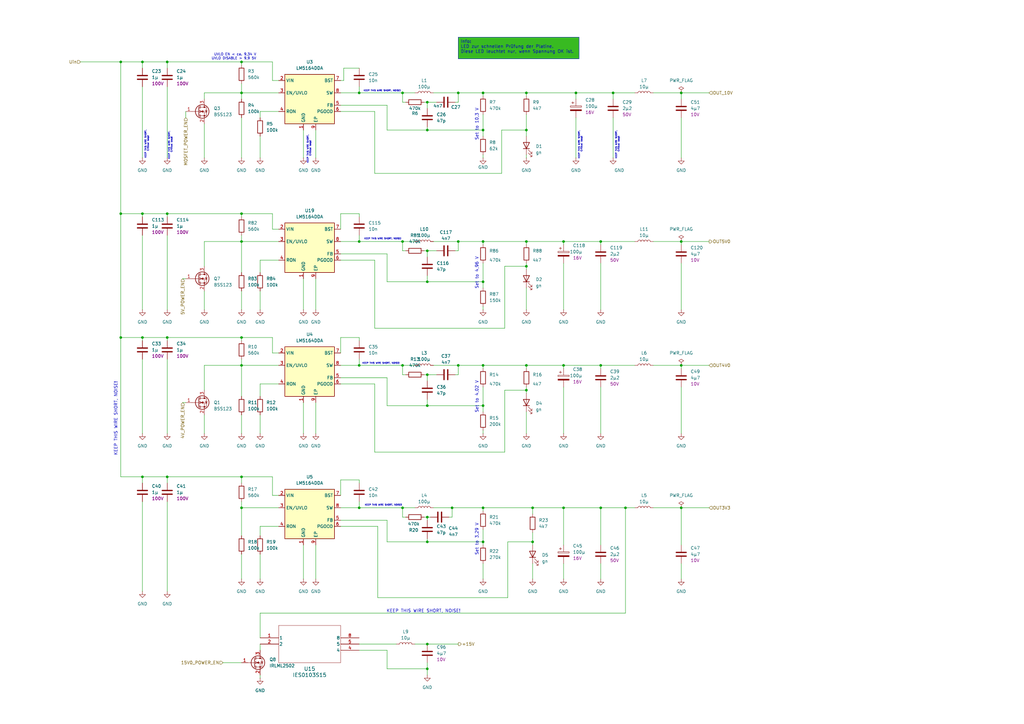
<source format=kicad_sch>
(kicad_sch
	(version 20231120)
	(generator "eeschema")
	(generator_version "8.0")
	(uuid "f3a02fe9-ba30-4ad9-bf36-474ad3215a6c")
	(paper "A3")
	(lib_symbols
		(symbol "Device:C"
			(pin_numbers hide)
			(pin_names
				(offset 0.254)
			)
			(exclude_from_sim no)
			(in_bom yes)
			(on_board yes)
			(property "Reference" "C"
				(at 0.635 2.54 0)
				(effects
					(font
						(size 1.27 1.27)
					)
					(justify left)
				)
			)
			(property "Value" "C"
				(at 0.635 -2.54 0)
				(effects
					(font
						(size 1.27 1.27)
					)
					(justify left)
				)
			)
			(property "Footprint" ""
				(at 0.9652 -3.81 0)
				(effects
					(font
						(size 1.27 1.27)
					)
					(hide yes)
				)
			)
			(property "Datasheet" "~"
				(at 0 0 0)
				(effects
					(font
						(size 1.27 1.27)
					)
					(hide yes)
				)
			)
			(property "Description" "Unpolarized capacitor"
				(at 0 0 0)
				(effects
					(font
						(size 1.27 1.27)
					)
					(hide yes)
				)
			)
			(property "ki_keywords" "cap capacitor"
				(at 0 0 0)
				(effects
					(font
						(size 1.27 1.27)
					)
					(hide yes)
				)
			)
			(property "ki_fp_filters" "C_*"
				(at 0 0 0)
				(effects
					(font
						(size 1.27 1.27)
					)
					(hide yes)
				)
			)
			(symbol "C_0_1"
				(polyline
					(pts
						(xy -2.032 -0.762) (xy 2.032 -0.762)
					)
					(stroke
						(width 0.508)
						(type default)
					)
					(fill
						(type none)
					)
				)
				(polyline
					(pts
						(xy -2.032 0.762) (xy 2.032 0.762)
					)
					(stroke
						(width 0.508)
						(type default)
					)
					(fill
						(type none)
					)
				)
			)
			(symbol "C_1_1"
				(pin passive line
					(at 0 3.81 270)
					(length 2.794)
					(name "~"
						(effects
							(font
								(size 1.27 1.27)
							)
						)
					)
					(number "1"
						(effects
							(font
								(size 1.27 1.27)
							)
						)
					)
				)
				(pin passive line
					(at 0 -3.81 90)
					(length 2.794)
					(name "~"
						(effects
							(font
								(size 1.27 1.27)
							)
						)
					)
					(number "2"
						(effects
							(font
								(size 1.27 1.27)
							)
						)
					)
				)
			)
		)
		(symbol "Device:C_Polarized"
			(pin_numbers hide)
			(pin_names
				(offset 0.254)
			)
			(exclude_from_sim no)
			(in_bom yes)
			(on_board yes)
			(property "Reference" "C"
				(at 0.635 2.54 0)
				(effects
					(font
						(size 1.27 1.27)
					)
					(justify left)
				)
			)
			(property "Value" "C_Polarized"
				(at 0.635 -2.54 0)
				(effects
					(font
						(size 1.27 1.27)
					)
					(justify left)
				)
			)
			(property "Footprint" ""
				(at 0.9652 -3.81 0)
				(effects
					(font
						(size 1.27 1.27)
					)
					(hide yes)
				)
			)
			(property "Datasheet" "~"
				(at 0 0 0)
				(effects
					(font
						(size 1.27 1.27)
					)
					(hide yes)
				)
			)
			(property "Description" "Polarized capacitor"
				(at 0 0 0)
				(effects
					(font
						(size 1.27 1.27)
					)
					(hide yes)
				)
			)
			(property "ki_keywords" "cap capacitor"
				(at 0 0 0)
				(effects
					(font
						(size 1.27 1.27)
					)
					(hide yes)
				)
			)
			(property "ki_fp_filters" "CP_*"
				(at 0 0 0)
				(effects
					(font
						(size 1.27 1.27)
					)
					(hide yes)
				)
			)
			(symbol "C_Polarized_0_1"
				(rectangle
					(start -2.286 0.508)
					(end 2.286 1.016)
					(stroke
						(width 0)
						(type default)
					)
					(fill
						(type none)
					)
				)
				(polyline
					(pts
						(xy -1.778 2.286) (xy -0.762 2.286)
					)
					(stroke
						(width 0)
						(type default)
					)
					(fill
						(type none)
					)
				)
				(polyline
					(pts
						(xy -1.27 2.794) (xy -1.27 1.778)
					)
					(stroke
						(width 0)
						(type default)
					)
					(fill
						(type none)
					)
				)
				(rectangle
					(start 2.286 -0.508)
					(end -2.286 -1.016)
					(stroke
						(width 0)
						(type default)
					)
					(fill
						(type outline)
					)
				)
			)
			(symbol "C_Polarized_1_1"
				(pin passive line
					(at 0 3.81 270)
					(length 2.794)
					(name "~"
						(effects
							(font
								(size 1.27 1.27)
							)
						)
					)
					(number "1"
						(effects
							(font
								(size 1.27 1.27)
							)
						)
					)
				)
				(pin passive line
					(at 0 -3.81 90)
					(length 2.794)
					(name "~"
						(effects
							(font
								(size 1.27 1.27)
							)
						)
					)
					(number "2"
						(effects
							(font
								(size 1.27 1.27)
							)
						)
					)
				)
			)
		)
		(symbol "Device:L"
			(pin_numbers hide)
			(pin_names
				(offset 1.016) hide)
			(exclude_from_sim no)
			(in_bom yes)
			(on_board yes)
			(property "Reference" "L"
				(at -1.27 0 90)
				(effects
					(font
						(size 1.27 1.27)
					)
				)
			)
			(property "Value" "L"
				(at 1.905 0 90)
				(effects
					(font
						(size 1.27 1.27)
					)
				)
			)
			(property "Footprint" ""
				(at 0 0 0)
				(effects
					(font
						(size 1.27 1.27)
					)
					(hide yes)
				)
			)
			(property "Datasheet" "~"
				(at 0 0 0)
				(effects
					(font
						(size 1.27 1.27)
					)
					(hide yes)
				)
			)
			(property "Description" "Inductor"
				(at 0 0 0)
				(effects
					(font
						(size 1.27 1.27)
					)
					(hide yes)
				)
			)
			(property "ki_keywords" "inductor choke coil reactor magnetic"
				(at 0 0 0)
				(effects
					(font
						(size 1.27 1.27)
					)
					(hide yes)
				)
			)
			(property "ki_fp_filters" "Choke_* *Coil* Inductor_* L_*"
				(at 0 0 0)
				(effects
					(font
						(size 1.27 1.27)
					)
					(hide yes)
				)
			)
			(symbol "L_0_1"
				(arc
					(start 0 -2.54)
					(mid 0.6323 -1.905)
					(end 0 -1.27)
					(stroke
						(width 0)
						(type default)
					)
					(fill
						(type none)
					)
				)
				(arc
					(start 0 -1.27)
					(mid 0.6323 -0.635)
					(end 0 0)
					(stroke
						(width 0)
						(type default)
					)
					(fill
						(type none)
					)
				)
				(arc
					(start 0 0)
					(mid 0.6323 0.635)
					(end 0 1.27)
					(stroke
						(width 0)
						(type default)
					)
					(fill
						(type none)
					)
				)
				(arc
					(start 0 1.27)
					(mid 0.6323 1.905)
					(end 0 2.54)
					(stroke
						(width 0)
						(type default)
					)
					(fill
						(type none)
					)
				)
			)
			(symbol "L_1_1"
				(pin passive line
					(at 0 3.81 270)
					(length 1.27)
					(name "1"
						(effects
							(font
								(size 1.27 1.27)
							)
						)
					)
					(number "1"
						(effects
							(font
								(size 1.27 1.27)
							)
						)
					)
				)
				(pin passive line
					(at 0 -3.81 90)
					(length 1.27)
					(name "2"
						(effects
							(font
								(size 1.27 1.27)
							)
						)
					)
					(number "2"
						(effects
							(font
								(size 1.27 1.27)
							)
						)
					)
				)
			)
		)
		(symbol "Device:LED"
			(pin_numbers hide)
			(pin_names
				(offset 1.016) hide)
			(exclude_from_sim no)
			(in_bom yes)
			(on_board yes)
			(property "Reference" "D"
				(at 0 2.54 0)
				(effects
					(font
						(size 1.27 1.27)
					)
				)
			)
			(property "Value" "LED"
				(at 0 -2.54 0)
				(effects
					(font
						(size 1.27 1.27)
					)
				)
			)
			(property "Footprint" ""
				(at 0 0 0)
				(effects
					(font
						(size 1.27 1.27)
					)
					(hide yes)
				)
			)
			(property "Datasheet" "~"
				(at 0 0 0)
				(effects
					(font
						(size 1.27 1.27)
					)
					(hide yes)
				)
			)
			(property "Description" "Light emitting diode"
				(at 0 0 0)
				(effects
					(font
						(size 1.27 1.27)
					)
					(hide yes)
				)
			)
			(property "ki_keywords" "LED diode"
				(at 0 0 0)
				(effects
					(font
						(size 1.27 1.27)
					)
					(hide yes)
				)
			)
			(property "ki_fp_filters" "LED* LED_SMD:* LED_THT:*"
				(at 0 0 0)
				(effects
					(font
						(size 1.27 1.27)
					)
					(hide yes)
				)
			)
			(symbol "LED_0_1"
				(polyline
					(pts
						(xy -1.27 -1.27) (xy -1.27 1.27)
					)
					(stroke
						(width 0.254)
						(type default)
					)
					(fill
						(type none)
					)
				)
				(polyline
					(pts
						(xy -1.27 0) (xy 1.27 0)
					)
					(stroke
						(width 0)
						(type default)
					)
					(fill
						(type none)
					)
				)
				(polyline
					(pts
						(xy 1.27 -1.27) (xy 1.27 1.27) (xy -1.27 0) (xy 1.27 -1.27)
					)
					(stroke
						(width 0.254)
						(type default)
					)
					(fill
						(type none)
					)
				)
				(polyline
					(pts
						(xy -3.048 -0.762) (xy -4.572 -2.286) (xy -3.81 -2.286) (xy -4.572 -2.286) (xy -4.572 -1.524)
					)
					(stroke
						(width 0)
						(type default)
					)
					(fill
						(type none)
					)
				)
				(polyline
					(pts
						(xy -1.778 -0.762) (xy -3.302 -2.286) (xy -2.54 -2.286) (xy -3.302 -2.286) (xy -3.302 -1.524)
					)
					(stroke
						(width 0)
						(type default)
					)
					(fill
						(type none)
					)
				)
			)
			(symbol "LED_1_1"
				(pin passive line
					(at -3.81 0 0)
					(length 2.54)
					(name "K"
						(effects
							(font
								(size 1.27 1.27)
							)
						)
					)
					(number "1"
						(effects
							(font
								(size 1.27 1.27)
							)
						)
					)
				)
				(pin passive line
					(at 3.81 0 180)
					(length 2.54)
					(name "A"
						(effects
							(font
								(size 1.27 1.27)
							)
						)
					)
					(number "2"
						(effects
							(font
								(size 1.27 1.27)
							)
						)
					)
				)
			)
		)
		(symbol "Device:R"
			(pin_numbers hide)
			(pin_names
				(offset 0)
			)
			(exclude_from_sim no)
			(in_bom yes)
			(on_board yes)
			(property "Reference" "R"
				(at 2.032 0 90)
				(effects
					(font
						(size 1.27 1.27)
					)
				)
			)
			(property "Value" "R"
				(at 0 0 90)
				(effects
					(font
						(size 1.27 1.27)
					)
				)
			)
			(property "Footprint" ""
				(at -1.778 0 90)
				(effects
					(font
						(size 1.27 1.27)
					)
					(hide yes)
				)
			)
			(property "Datasheet" "~"
				(at 0 0 0)
				(effects
					(font
						(size 1.27 1.27)
					)
					(hide yes)
				)
			)
			(property "Description" "Resistor"
				(at 0 0 0)
				(effects
					(font
						(size 1.27 1.27)
					)
					(hide yes)
				)
			)
			(property "ki_keywords" "R res resistor"
				(at 0 0 0)
				(effects
					(font
						(size 1.27 1.27)
					)
					(hide yes)
				)
			)
			(property "ki_fp_filters" "R_*"
				(at 0 0 0)
				(effects
					(font
						(size 1.27 1.27)
					)
					(hide yes)
				)
			)
			(symbol "R_0_1"
				(rectangle
					(start -1.016 -2.54)
					(end 1.016 2.54)
					(stroke
						(width 0.254)
						(type default)
					)
					(fill
						(type none)
					)
				)
			)
			(symbol "R_1_1"
				(pin passive line
					(at 0 3.81 270)
					(length 1.27)
					(name "~"
						(effects
							(font
								(size 1.27 1.27)
							)
						)
					)
					(number "1"
						(effects
							(font
								(size 1.27 1.27)
							)
						)
					)
				)
				(pin passive line
					(at 0 -3.81 90)
					(length 1.27)
					(name "~"
						(effects
							(font
								(size 1.27 1.27)
							)
						)
					)
					(number "2"
						(effects
							(font
								(size 1.27 1.27)
							)
						)
					)
				)
			)
		)
		(symbol "Regulator_Switching:LM5164DDA"
			(exclude_from_sim no)
			(in_bom yes)
			(on_board yes)
			(property "Reference" "U"
				(at -8.89 11.43 0)
				(effects
					(font
						(size 1.27 1.27)
					)
				)
			)
			(property "Value" "LM5164DDA"
				(at 5.08 11.43 0)
				(effects
					(font
						(size 1.27 1.27)
					)
				)
			)
			(property "Footprint" "Package_SO:HSOP-8-1EP_3.9x4.9mm_P1.27mm_EP2.41x3.1mm_ThermalVias"
				(at 1.27 -11.43 0)
				(effects
					(font
						(size 1.27 1.27)
					)
					(hide yes)
				)
			)
			(property "Datasheet" "https://www.ti.com/lit/ds/symlink/lm5164.pdf?ts=1598311864250&ref_url=https%253A%252F%252Fwww.ti.com%252Fproduct%252FLM5164%253FHQS%253DTI-null-null-octopart-df-pf-null-wwe"
				(at -7.62 8.89 0)
				(effects
					(font
						(size 1.27 1.27)
					)
					(hide yes)
				)
			)
			(property "Description" "1A synchronous buck converter with ultra-low IQ, 6V - 100V input, adjustable output voltage, HSOP-8"
				(at 0 0 0)
				(effects
					(font
						(size 1.27 1.27)
					)
					(hide yes)
				)
			)
			(property "ki_keywords" "step-down dc-dc buck regulator adjustable"
				(at 0 0 0)
				(effects
					(font
						(size 1.27 1.27)
					)
					(hide yes)
				)
			)
			(property "ki_fp_filters" "HSOP*1EP*3.9x4.9*P1.27mm*"
				(at 0 0 0)
				(effects
					(font
						(size 1.27 1.27)
					)
					(hide yes)
				)
			)
			(symbol "LM5164DDA_1_1"
				(rectangle
					(start -10.16 10.16)
					(end 10.16 -10.16)
					(stroke
						(width 0.254)
						(type default)
					)
					(fill
						(type background)
					)
				)
				(pin power_in line
					(at -2.54 -12.7 90)
					(length 2.54)
					(name "GND"
						(effects
							(font
								(size 1.27 1.27)
							)
						)
					)
					(number "1"
						(effects
							(font
								(size 1.27 1.27)
							)
						)
					)
				)
				(pin power_in line
					(at -12.7 7.62 0)
					(length 2.54)
					(name "VIN"
						(effects
							(font
								(size 1.27 1.27)
							)
						)
					)
					(number "2"
						(effects
							(font
								(size 1.27 1.27)
							)
						)
					)
				)
				(pin input line
					(at -12.7 2.54 0)
					(length 2.54)
					(name "EN/UVLO"
						(effects
							(font
								(size 1.27 1.27)
							)
						)
					)
					(number "3"
						(effects
							(font
								(size 1.27 1.27)
							)
						)
					)
				)
				(pin passive line
					(at -12.7 -5.08 0)
					(length 2.54)
					(name "RON"
						(effects
							(font
								(size 1.27 1.27)
							)
						)
					)
					(number "4"
						(effects
							(font
								(size 1.27 1.27)
							)
						)
					)
				)
				(pin input line
					(at 12.7 -2.54 180)
					(length 2.54)
					(name "FB"
						(effects
							(font
								(size 1.27 1.27)
							)
						)
					)
					(number "5"
						(effects
							(font
								(size 1.27 1.27)
							)
						)
					)
				)
				(pin open_collector line
					(at 12.7 -5.08 180)
					(length 2.54)
					(name "PGOOD"
						(effects
							(font
								(size 1.27 1.27)
							)
						)
					)
					(number "6"
						(effects
							(font
								(size 1.27 1.27)
							)
						)
					)
				)
				(pin passive line
					(at 12.7 7.62 180)
					(length 2.54)
					(name "BST"
						(effects
							(font
								(size 1.27 1.27)
							)
						)
					)
					(number "7"
						(effects
							(font
								(size 1.27 1.27)
							)
						)
					)
				)
				(pin power_out line
					(at 12.7 2.54 180)
					(length 2.54)
					(name "SW"
						(effects
							(font
								(size 1.27 1.27)
							)
						)
					)
					(number "8"
						(effects
							(font
								(size 1.27 1.27)
							)
						)
					)
				)
				(pin passive line
					(at 2.54 -12.7 90)
					(length 2.54)
					(name "EP"
						(effects
							(font
								(size 1.27 1.27)
							)
						)
					)
					(number "9"
						(effects
							(font
								(size 1.27 1.27)
							)
						)
					)
				)
			)
		)
		(symbol "Transistor_FET:IRLML0030"
			(pin_names hide)
			(exclude_from_sim no)
			(in_bom yes)
			(on_board yes)
			(property "Reference" "Q"
				(at 5.08 1.905 0)
				(effects
					(font
						(size 1.27 1.27)
					)
					(justify left)
				)
			)
			(property "Value" "IRLML0030"
				(at 5.08 0 0)
				(effects
					(font
						(size 1.27 1.27)
					)
					(justify left)
				)
			)
			(property "Footprint" "Package_TO_SOT_SMD:SOT-23"
				(at 5.08 -1.905 0)
				(effects
					(font
						(size 1.27 1.27)
						(italic yes)
					)
					(justify left)
					(hide yes)
				)
			)
			(property "Datasheet" "https://www.infineon.com/dgdl/irlml0030pbf.pdf?fileId=5546d462533600a401535664773825df"
				(at 5.08 -3.81 0)
				(effects
					(font
						(size 1.27 1.27)
					)
					(justify left)
					(hide yes)
				)
			)
			(property "Description" "5.3A Id, 30V Vds, 27mOhm Rds, N-Channel HEXFET Power MOSFET, SOT-23"
				(at 0 0 0)
				(effects
					(font
						(size 1.27 1.27)
					)
					(hide yes)
				)
			)
			(property "ki_keywords" "N-Channel HEXFET MOSFET Logic-Level"
				(at 0 0 0)
				(effects
					(font
						(size 1.27 1.27)
					)
					(hide yes)
				)
			)
			(property "ki_fp_filters" "SOT?23*"
				(at 0 0 0)
				(effects
					(font
						(size 1.27 1.27)
					)
					(hide yes)
				)
			)
			(symbol "IRLML0030_0_1"
				(polyline
					(pts
						(xy 0.254 0) (xy -2.54 0)
					)
					(stroke
						(width 0)
						(type default)
					)
					(fill
						(type none)
					)
				)
				(polyline
					(pts
						(xy 0.254 1.905) (xy 0.254 -1.905)
					)
					(stroke
						(width 0.254)
						(type default)
					)
					(fill
						(type none)
					)
				)
				(polyline
					(pts
						(xy 0.762 -1.27) (xy 0.762 -2.286)
					)
					(stroke
						(width 0.254)
						(type default)
					)
					(fill
						(type none)
					)
				)
				(polyline
					(pts
						(xy 0.762 0.508) (xy 0.762 -0.508)
					)
					(stroke
						(width 0.254)
						(type default)
					)
					(fill
						(type none)
					)
				)
				(polyline
					(pts
						(xy 0.762 2.286) (xy 0.762 1.27)
					)
					(stroke
						(width 0.254)
						(type default)
					)
					(fill
						(type none)
					)
				)
				(polyline
					(pts
						(xy 2.54 2.54) (xy 2.54 1.778)
					)
					(stroke
						(width 0)
						(type default)
					)
					(fill
						(type none)
					)
				)
				(polyline
					(pts
						(xy 2.54 -2.54) (xy 2.54 0) (xy 0.762 0)
					)
					(stroke
						(width 0)
						(type default)
					)
					(fill
						(type none)
					)
				)
				(polyline
					(pts
						(xy 0.762 -1.778) (xy 3.302 -1.778) (xy 3.302 1.778) (xy 0.762 1.778)
					)
					(stroke
						(width 0)
						(type default)
					)
					(fill
						(type none)
					)
				)
				(polyline
					(pts
						(xy 1.016 0) (xy 2.032 0.381) (xy 2.032 -0.381) (xy 1.016 0)
					)
					(stroke
						(width 0)
						(type default)
					)
					(fill
						(type outline)
					)
				)
				(polyline
					(pts
						(xy 2.794 0.508) (xy 2.921 0.381) (xy 3.683 0.381) (xy 3.81 0.254)
					)
					(stroke
						(width 0)
						(type default)
					)
					(fill
						(type none)
					)
				)
				(polyline
					(pts
						(xy 3.302 0.381) (xy 2.921 -0.254) (xy 3.683 -0.254) (xy 3.302 0.381)
					)
					(stroke
						(width 0)
						(type default)
					)
					(fill
						(type none)
					)
				)
				(circle
					(center 1.651 0)
					(radius 2.794)
					(stroke
						(width 0.254)
						(type default)
					)
					(fill
						(type none)
					)
				)
				(circle
					(center 2.54 -1.778)
					(radius 0.254)
					(stroke
						(width 0)
						(type default)
					)
					(fill
						(type outline)
					)
				)
				(circle
					(center 2.54 1.778)
					(radius 0.254)
					(stroke
						(width 0)
						(type default)
					)
					(fill
						(type outline)
					)
				)
			)
			(symbol "IRLML0030_1_1"
				(pin input line
					(at -5.08 0 0)
					(length 2.54)
					(name "G"
						(effects
							(font
								(size 1.27 1.27)
							)
						)
					)
					(number "1"
						(effects
							(font
								(size 1.27 1.27)
							)
						)
					)
				)
				(pin passive line
					(at 2.54 -5.08 90)
					(length 2.54)
					(name "S"
						(effects
							(font
								(size 1.27 1.27)
							)
						)
					)
					(number "2"
						(effects
							(font
								(size 1.27 1.27)
							)
						)
					)
				)
				(pin passive line
					(at 2.54 5.08 270)
					(length 2.54)
					(name "D"
						(effects
							(font
								(size 1.27 1.27)
							)
						)
					)
					(number "3"
						(effects
							(font
								(size 1.27 1.27)
							)
						)
					)
				)
			)
		)
		(symbol "myIES0103S15:IES0103S15"
			(pin_names
				(offset 0.254)
			)
			(exclude_from_sim no)
			(in_bom yes)
			(on_board yes)
			(property "Reference" "U"
				(at 20.32 10.16 0)
				(effects
					(font
						(size 1.524 1.524)
					)
				)
			)
			(property "Value" "IES0103S15"
				(at 20.32 7.62 0)
				(effects
					(font
						(size 1.524 1.524)
					)
				)
			)
			(property "Footprint" "SOP8_ISE01_XPR"
				(at 18.796 3.556 0)
				(effects
					(font
						(size 1.27 1.27)
						(italic yes)
					)
					(hide yes)
				)
			)
			(property "Datasheet" "IES0103S15"
				(at 19.558 1.524 0)
				(effects
					(font
						(size 1.27 1.27)
						(italic yes)
					)
					(hide yes)
				)
			)
			(property "Description" ""
				(at 0 0 0)
				(effects
					(font
						(size 1.27 1.27)
					)
					(hide yes)
				)
			)
			(property "ki_locked" ""
				(at 0 0 0)
				(effects
					(font
						(size 1.27 1.27)
					)
				)
			)
			(property "ki_keywords" "IES0103S15"
				(at 0 0 0)
				(effects
					(font
						(size 1.27 1.27)
					)
					(hide yes)
				)
			)
			(property "ki_fp_filters" "SOP8_ISE01_XPR SOP8_ISE01_XPR-M SOP8_ISE01_XPR-L"
				(at 0 0 0)
				(effects
					(font
						(size 1.27 1.27)
					)
					(hide yes)
				)
			)
			(symbol "IES0103S15_0_1"
				(polyline
					(pts
						(xy 7.62 -10.16) (xy 33.02 -10.16)
					)
					(stroke
						(width 0.127)
						(type default)
					)
					(fill
						(type none)
					)
				)
				(polyline
					(pts
						(xy 7.62 5.08) (xy 7.62 -10.16)
					)
					(stroke
						(width 0.127)
						(type default)
					)
					(fill
						(type none)
					)
				)
				(polyline
					(pts
						(xy 33.02 -10.16) (xy 33.02 5.08)
					)
					(stroke
						(width 0.127)
						(type default)
					)
					(fill
						(type none)
					)
				)
				(polyline
					(pts
						(xy 33.02 5.08) (xy 7.62 5.08)
					)
					(stroke
						(width 0.127)
						(type default)
					)
					(fill
						(type none)
					)
				)
			)
			(symbol "IES0103S15_1_1"
				(pin power_in line
					(at 0 0 0)
					(length 7.62)
					(name "1"
						(effects
							(font
								(size 1.27 1.27)
							)
						)
					)
					(number "1"
						(effects
							(font
								(size 1.27 1.27)
							)
						)
					)
				)
				(pin power_in line
					(at 0 -2.54 0)
					(length 7.62)
					(name "2"
						(effects
							(font
								(size 1.27 1.27)
							)
						)
					)
					(number "2"
						(effects
							(font
								(size 1.27 1.27)
							)
						)
					)
				)
				(pin power_out line
					(at 40.64 -5.08 180)
					(length 7.62)
					(name "4"
						(effects
							(font
								(size 1.27 1.27)
							)
						)
					)
					(number "4"
						(effects
							(font
								(size 1.27 1.27)
							)
						)
					)
				)
				(pin power_out line
					(at 40.64 -2.54 180)
					(length 7.62)
					(name "5"
						(effects
							(font
								(size 1.27 1.27)
							)
						)
					)
					(number "5"
						(effects
							(font
								(size 1.27 1.27)
							)
						)
					)
				)
				(pin free line
					(at 40.64 0 180)
					(length 7.62)
					(name "8"
						(effects
							(font
								(size 1.27 1.27)
							)
						)
					)
					(number "8"
						(effects
							(font
								(size 1.27 1.27)
							)
						)
					)
				)
			)
		)
		(symbol "power:GND"
			(power)
			(pin_numbers hide)
			(pin_names
				(offset 0) hide)
			(exclude_from_sim no)
			(in_bom yes)
			(on_board yes)
			(property "Reference" "#PWR"
				(at 0 -6.35 0)
				(effects
					(font
						(size 1.27 1.27)
					)
					(hide yes)
				)
			)
			(property "Value" "GND"
				(at 0 -3.81 0)
				(effects
					(font
						(size 1.27 1.27)
					)
				)
			)
			(property "Footprint" ""
				(at 0 0 0)
				(effects
					(font
						(size 1.27 1.27)
					)
					(hide yes)
				)
			)
			(property "Datasheet" ""
				(at 0 0 0)
				(effects
					(font
						(size 1.27 1.27)
					)
					(hide yes)
				)
			)
			(property "Description" "Power symbol creates a global label with name \"GND\" , ground"
				(at 0 0 0)
				(effects
					(font
						(size 1.27 1.27)
					)
					(hide yes)
				)
			)
			(property "ki_keywords" "global power"
				(at 0 0 0)
				(effects
					(font
						(size 1.27 1.27)
					)
					(hide yes)
				)
			)
			(symbol "GND_0_1"
				(polyline
					(pts
						(xy 0 0) (xy 0 -1.27) (xy 1.27 -1.27) (xy 0 -2.54) (xy -1.27 -1.27) (xy 0 -1.27)
					)
					(stroke
						(width 0)
						(type default)
					)
					(fill
						(type none)
					)
				)
			)
			(symbol "GND_1_1"
				(pin power_in line
					(at 0 0 270)
					(length 0)
					(name "~"
						(effects
							(font
								(size 1.27 1.27)
							)
						)
					)
					(number "1"
						(effects
							(font
								(size 1.27 1.27)
							)
						)
					)
				)
			)
		)
		(symbol "power:PWR_FLAG"
			(power)
			(pin_numbers hide)
			(pin_names
				(offset 0) hide)
			(exclude_from_sim no)
			(in_bom yes)
			(on_board yes)
			(property "Reference" "#FLG"
				(at 0 1.905 0)
				(effects
					(font
						(size 1.27 1.27)
					)
					(hide yes)
				)
			)
			(property "Value" "PWR_FLAG"
				(at 0 3.81 0)
				(effects
					(font
						(size 1.27 1.27)
					)
				)
			)
			(property "Footprint" ""
				(at 0 0 0)
				(effects
					(font
						(size 1.27 1.27)
					)
					(hide yes)
				)
			)
			(property "Datasheet" "~"
				(at 0 0 0)
				(effects
					(font
						(size 1.27 1.27)
					)
					(hide yes)
				)
			)
			(property "Description" "Special symbol for telling ERC where power comes from"
				(at 0 0 0)
				(effects
					(font
						(size 1.27 1.27)
					)
					(hide yes)
				)
			)
			(property "ki_keywords" "flag power"
				(at 0 0 0)
				(effects
					(font
						(size 1.27 1.27)
					)
					(hide yes)
				)
			)
			(symbol "PWR_FLAG_0_0"
				(pin power_out line
					(at 0 0 90)
					(length 0)
					(name "~"
						(effects
							(font
								(size 1.27 1.27)
							)
						)
					)
					(number "1"
						(effects
							(font
								(size 1.27 1.27)
							)
						)
					)
				)
			)
			(symbol "PWR_FLAG_0_1"
				(polyline
					(pts
						(xy 0 0) (xy 0 1.27) (xy -1.016 1.905) (xy 0 2.54) (xy 1.016 1.905) (xy 0 1.27)
					)
					(stroke
						(width 0)
						(type default)
					)
					(fill
						(type none)
					)
				)
			)
		)
	)
	(junction
		(at 175.26 212.09)
		(diameter 0)
		(color 0 0 0 0)
		(uuid "07eea4b6-4336-4776-a58e-df514363218d")
	)
	(junction
		(at 165.1 38.1)
		(diameter 0)
		(color 0 0 0 0)
		(uuid "0830810f-65ac-4a4f-b265-715f72932b95")
	)
	(junction
		(at 215.9 99.06)
		(diameter 0)
		(color 0 0 0 0)
		(uuid "08881d88-24b3-49ea-8bb2-33727e3d8be5")
	)
	(junction
		(at 49.53 87.63)
		(diameter 0)
		(color 0 0 0 0)
		(uuid "098ef6c7-0997-4379-91b8-3cc28340f40d")
	)
	(junction
		(at 279.4 208.28)
		(diameter 0)
		(color 0 0 0 0)
		(uuid "09c0535f-b3f4-4e55-b52c-5d11e5fb176e")
	)
	(junction
		(at 175.26 102.87)
		(diameter 0)
		(color 0 0 0 0)
		(uuid "0ce74b6a-fe0d-4b10-b4af-0fc3d32fdcf4")
	)
	(junction
		(at 215.9 109.22)
		(diameter 0)
		(color 0 0 0 0)
		(uuid "15f2990b-a877-4ed1-819e-f13a767fac8d")
	)
	(junction
		(at 58.42 138.43)
		(diameter 0)
		(color 0 0 0 0)
		(uuid "1bfa1a13-bfc0-4e46-9eba-494fbe6be0c6")
	)
	(junction
		(at 198.12 166.37)
		(diameter 0)
		(color 0 0 0 0)
		(uuid "220c8e36-016f-4087-b8b5-2fc6bfb9ba9f")
	)
	(junction
		(at 215.9 149.86)
		(diameter 0)
		(color 0 0 0 0)
		(uuid "245fc2f5-145c-4cff-9358-51db5f9f77fa")
	)
	(junction
		(at 99.06 149.86)
		(diameter 0)
		(color 0 0 0 0)
		(uuid "29ff91f2-99d5-4308-b460-abedbf2d7023")
	)
	(junction
		(at 147.32 38.1)
		(diameter 0)
		(color 0 0 0 0)
		(uuid "31976654-c5e7-4510-9be3-5fa8917cbbc3")
	)
	(junction
		(at 175.26 222.25)
		(diameter 0)
		(color 0 0 0 0)
		(uuid "342b5661-b710-452a-9e4e-800c610e3970")
	)
	(junction
		(at 99.06 25.4)
		(diameter 0)
		(color 0 0 0 0)
		(uuid "39c8a89b-864c-4cf2-8eab-336a155d779d")
	)
	(junction
		(at 215.9 38.1)
		(diameter 0)
		(color 0 0 0 0)
		(uuid "3b064cf6-b0f0-45e9-817d-c124c9431a8f")
	)
	(junction
		(at 187.96 149.86)
		(diameter 0)
		(color 0 0 0 0)
		(uuid "3d57edfe-312e-4ca2-91fe-64e6740a1d62")
	)
	(junction
		(at 175.26 41.91)
		(diameter 0)
		(color 0 0 0 0)
		(uuid "3f110d63-2cf9-4fe1-ad17-cc4d355f96d3")
	)
	(junction
		(at 218.44 222.25)
		(diameter 0)
		(color 0 0 0 0)
		(uuid "3f72d63b-49df-41ee-8139-1ee635307e2d")
	)
	(junction
		(at 198.12 53.34)
		(diameter 0)
		(color 0 0 0 0)
		(uuid "403059a1-3879-4393-b55e-ee3f0de2cf2f")
	)
	(junction
		(at 246.38 99.06)
		(diameter 0)
		(color 0 0 0 0)
		(uuid "4588ab3a-fd5a-42e2-9e91-0b5effc0f530")
	)
	(junction
		(at 175.26 53.34)
		(diameter 0)
		(color 0 0 0 0)
		(uuid "4758e0eb-871e-4083-ad38-9d66d5491cb2")
	)
	(junction
		(at 279.4 38.1)
		(diameter 0)
		(color 0 0 0 0)
		(uuid "48a9e677-7ef2-47b2-90b6-c5a7478b2cd7")
	)
	(junction
		(at 165.1 99.06)
		(diameter 0)
		(color 0 0 0 0)
		(uuid "4ac7aa88-2b6a-4056-ba75-a7d2c14eba56")
	)
	(junction
		(at 185.42 208.28)
		(diameter 0)
		(color 0 0 0 0)
		(uuid "5b04802b-e2cc-4ce0-8b7a-d15eb30dec9b")
	)
	(junction
		(at 147.32 208.28)
		(diameter 0)
		(color 0 0 0 0)
		(uuid "5e76c30d-2d6b-466e-a82f-33ffa72e634e")
	)
	(junction
		(at 175.26 166.37)
		(diameter 0)
		(color 0 0 0 0)
		(uuid "5e9b5c9c-7854-457e-82f0-28ee188c1d65")
	)
	(junction
		(at 49.53 25.4)
		(diameter 0)
		(color 0 0 0 0)
		(uuid "609546cf-39f2-458a-98ef-d0a7e7dd83bb")
	)
	(junction
		(at 231.14 99.06)
		(diameter 0)
		(color 0 0 0 0)
		(uuid "61643e0b-9970-4df3-bb55-10a58105732a")
	)
	(junction
		(at 58.42 195.58)
		(diameter 0)
		(color 0 0 0 0)
		(uuid "62d3f2f6-75c1-4a8f-8f5b-5d8e185cdc59")
	)
	(junction
		(at 231.14 208.28)
		(diameter 0)
		(color 0 0 0 0)
		(uuid "635c9110-39fb-46be-82da-80693e3cb06e")
	)
	(junction
		(at 187.96 99.06)
		(diameter 0)
		(color 0 0 0 0)
		(uuid "718a2a3a-7a1c-42c1-b9a9-aa3c43816efa")
	)
	(junction
		(at 68.58 195.58)
		(diameter 0)
		(color 0 0 0 0)
		(uuid "7549395f-70b3-469a-b7b0-050d2a36cfc0")
	)
	(junction
		(at 236.22 38.1)
		(diameter 0)
		(color 0 0 0 0)
		(uuid "75de7881-871e-48aa-ba1f-97f38adc52dd")
	)
	(junction
		(at 215.9 160.02)
		(diameter 0)
		(color 0 0 0 0)
		(uuid "7d8eeaf8-8861-460f-b457-aabd68834118")
	)
	(junction
		(at 68.58 138.43)
		(diameter 0)
		(color 0 0 0 0)
		(uuid "7e70bbdc-9d3b-4246-b1b9-3cdefd264c70")
	)
	(junction
		(at 198.12 115.57)
		(diameter 0)
		(color 0 0 0 0)
		(uuid "7fb3b641-330f-42c5-9659-36810d6e749f")
	)
	(junction
		(at 198.12 99.06)
		(diameter 0)
		(color 0 0 0 0)
		(uuid "856f79fb-05d4-4763-b6c2-a45dfe304333")
	)
	(junction
		(at 68.58 87.63)
		(diameter 0)
		(color 0 0 0 0)
		(uuid "85da6fd1-b951-418f-ba73-b1adab870188")
	)
	(junction
		(at 218.44 208.28)
		(diameter 0)
		(color 0 0 0 0)
		(uuid "86a565bb-cee1-4eb6-9fdf-df30a1b36f8a")
	)
	(junction
		(at 256.54 208.28)
		(diameter 0)
		(color 0 0 0 0)
		(uuid "87a6d8ae-051c-4996-a12a-dafbd75a46ca")
	)
	(junction
		(at 99.06 195.58)
		(diameter 0)
		(color 0 0 0 0)
		(uuid "94c08dc3-f989-4ffc-bf48-e2ab953659b2")
	)
	(junction
		(at 58.42 87.63)
		(diameter 0)
		(color 0 0 0 0)
		(uuid "95768aba-b90a-4341-a2fb-e664035483c6")
	)
	(junction
		(at 68.58 25.4)
		(diameter 0)
		(color 0 0 0 0)
		(uuid "9757b4ae-0744-4c59-8ca5-6dd156e13068")
	)
	(junction
		(at 198.12 38.1)
		(diameter 0)
		(color 0 0 0 0)
		(uuid "9c78c168-71b4-47b2-afc1-02b587873434")
	)
	(junction
		(at 198.12 149.86)
		(diameter 0)
		(color 0 0 0 0)
		(uuid "9d950f4d-0f45-4f45-a584-3bfbe006c5e3")
	)
	(junction
		(at 215.9 53.34)
		(diameter 0)
		(color 0 0 0 0)
		(uuid "9f796f2b-27b5-4325-885a-3ca803e0ce58")
	)
	(junction
		(at 99.06 99.06)
		(diameter 0)
		(color 0 0 0 0)
		(uuid "a2bdbe48-1324-461a-bb87-efe91dc58af9")
	)
	(junction
		(at 49.53 138.43)
		(diameter 0)
		(color 0 0 0 0)
		(uuid "a748959f-89e4-41db-a212-84fd57350f18")
	)
	(junction
		(at 198.12 222.25)
		(diameter 0)
		(color 0 0 0 0)
		(uuid "a7833a91-46b9-4f05-80a3-8f28bff9904d")
	)
	(junction
		(at 175.26 274.32)
		(diameter 0)
		(color 0 0 0 0)
		(uuid "aed1469d-19f3-4fca-b9ca-6ef7b1910b8f")
	)
	(junction
		(at 99.06 38.1)
		(diameter 0)
		(color 0 0 0 0)
		(uuid "cb6a4ca3-bb95-4960-b074-44e27b59a509")
	)
	(junction
		(at 175.26 153.67)
		(diameter 0)
		(color 0 0 0 0)
		(uuid "cef7d2af-17cf-4562-a233-68b603f3ac2b")
	)
	(junction
		(at 147.32 99.06)
		(diameter 0)
		(color 0 0 0 0)
		(uuid "d3260185-3fd0-4aed-8fec-3b04dc6ea565")
	)
	(junction
		(at 279.4 149.86)
		(diameter 0)
		(color 0 0 0 0)
		(uuid "db7134be-01b6-45ee-a16d-fe7f5866ad9c")
	)
	(junction
		(at 251.46 38.1)
		(diameter 0)
		(color 0 0 0 0)
		(uuid "ddfdc060-5391-4a9a-bd2f-69d983532b48")
	)
	(junction
		(at 187.96 38.1)
		(diameter 0)
		(color 0 0 0 0)
		(uuid "e06b443b-4626-4854-b54c-62f9fd825fa3")
	)
	(junction
		(at 246.38 208.28)
		(diameter 0)
		(color 0 0 0 0)
		(uuid "e106675c-0c2c-4a12-8f78-e6303c14ca25")
	)
	(junction
		(at 99.06 87.63)
		(diameter 0)
		(color 0 0 0 0)
		(uuid "e55d5baf-634a-4c01-9593-4e70e685e7b5")
	)
	(junction
		(at 99.06 138.43)
		(diameter 0)
		(color 0 0 0 0)
		(uuid "e7099713-7f81-461b-8b30-71baae5772f6")
	)
	(junction
		(at 279.4 99.06)
		(diameter 0)
		(color 0 0 0 0)
		(uuid "e735e76c-6f0f-4589-946c-01bd84905100")
	)
	(junction
		(at 231.14 149.86)
		(diameter 0)
		(color 0 0 0 0)
		(uuid "e819f41c-e044-477a-8ed8-7971f2179ec1")
	)
	(junction
		(at 175.26 264.16)
		(diameter 0)
		(color 0 0 0 0)
		(uuid "e902c856-e658-4154-9701-dfd53ba5969b")
	)
	(junction
		(at 175.26 115.57)
		(diameter 0)
		(color 0 0 0 0)
		(uuid "ebdbb1a4-a0a8-4584-91ac-149a70d869e2")
	)
	(junction
		(at 165.1 149.86)
		(diameter 0)
		(color 0 0 0 0)
		(uuid "ef3bff3b-22fd-4c12-b123-e520e2c9059e")
	)
	(junction
		(at 147.32 149.86)
		(diameter 0)
		(color 0 0 0 0)
		(uuid "eff4f281-e2f1-41b9-9e75-8f63050d7fce")
	)
	(junction
		(at 246.38 149.86)
		(diameter 0)
		(color 0 0 0 0)
		(uuid "f1bb4ee7-cd22-4b1e-ac5e-5128eb58fcda")
	)
	(junction
		(at 58.42 25.4)
		(diameter 0)
		(color 0 0 0 0)
		(uuid "f53ba0c7-dbbf-444b-9cb0-8a695129bca2")
	)
	(junction
		(at 198.12 208.28)
		(diameter 0)
		(color 0 0 0 0)
		(uuid "f957adee-4883-4d9e-98bb-5a21df55dafe")
	)
	(junction
		(at 99.06 208.28)
		(diameter 0)
		(color 0 0 0 0)
		(uuid "fa5c6f3e-73f3-48c3-9d7b-2ac535724d33")
	)
	(junction
		(at 165.1 208.28)
		(diameter 0)
		(color 0 0 0 0)
		(uuid "fb91e1be-9272-4c0c-8bc5-29959cb48116")
	)
	(no_connect
		(at -2.54 109.22)
		(uuid "d131ba3b-12ec-41a4-a5b6-05906292ef45")
	)
	(wire
		(pts
			(xy 147.32 138.43) (xy 139.7 138.43)
		)
		(stroke
			(width 0)
			(type default)
		)
		(uuid "01b57a84-3f04-4a98-a52e-01692f1d12a8")
	)
	(wire
		(pts
			(xy 175.26 153.67) (xy 175.26 156.21)
		)
		(stroke
			(width 0)
			(type default)
		)
		(uuid "038bda4e-7374-4deb-8b76-144c9be589e8")
	)
	(wire
		(pts
			(xy 198.12 53.34) (xy 198.12 55.88)
		)
		(stroke
			(width 0)
			(type default)
		)
		(uuid "04e1fb86-5891-4b58-b1cc-34910d79a9cb")
	)
	(wire
		(pts
			(xy 279.4 151.13) (xy 279.4 149.86)
		)
		(stroke
			(width 0)
			(type default)
		)
		(uuid "05ccfaf0-a04e-40af-9f6c-ecf430af858e")
	)
	(wire
		(pts
			(xy 58.42 35.56) (xy 58.42 64.77)
		)
		(stroke
			(width 0)
			(type default)
		)
		(uuid "06619135-2140-4e64-8d16-856d7093c07a")
	)
	(wire
		(pts
			(xy 267.97 149.86) (xy 279.4 149.86)
		)
		(stroke
			(width 0)
			(type default)
		)
		(uuid "0704faa0-de8f-438c-87c4-5a6bf11c3ca5")
	)
	(wire
		(pts
			(xy 207.01 160.02) (xy 207.01 185.42)
		)
		(stroke
			(width 0)
			(type default)
		)
		(uuid "0af03950-7292-4ee7-a90b-fb67332d7ed4")
	)
	(wire
		(pts
			(xy 106.68 111.76) (xy 106.68 106.68)
		)
		(stroke
			(width 0)
			(type default)
		)
		(uuid "0b5999d7-2a31-408b-9f85-83874aca4ae3")
	)
	(wire
		(pts
			(xy 147.32 96.52) (xy 147.32 99.06)
		)
		(stroke
			(width 0)
			(type default)
		)
		(uuid "0e3176bf-709e-48e9-ba30-bc62f9edf5dc")
	)
	(wire
		(pts
			(xy 139.7 215.9) (xy 154.94 215.9)
		)
		(stroke
			(width 0)
			(type default)
		)
		(uuid "0ed7bfcf-198f-46f2-8b74-eb82f4e42935")
	)
	(wire
		(pts
			(xy 111.76 25.4) (xy 111.76 33.02)
		)
		(stroke
			(width 0)
			(type default)
		)
		(uuid "1466505a-03a5-4843-a095-d741e27d0260")
	)
	(wire
		(pts
			(xy 106.68 162.56) (xy 106.68 157.48)
		)
		(stroke
			(width 0)
			(type default)
		)
		(uuid "15dabd93-cd6d-46c4-9adb-88de43fc0091")
	)
	(wire
		(pts
			(xy 68.58 198.12) (xy 68.58 195.58)
		)
		(stroke
			(width 0)
			(type default)
		)
		(uuid "181c3238-65f0-4075-b4dd-69bbe984da8e")
	)
	(wire
		(pts
			(xy 256.54 208.28) (xy 260.35 208.28)
		)
		(stroke
			(width 0)
			(type default)
		)
		(uuid "188fda0b-1f89-40b8-b45d-a0d1bf41a8d0")
	)
	(wire
		(pts
			(xy 58.42 87.63) (xy 58.42 88.9)
		)
		(stroke
			(width 0)
			(type default)
		)
		(uuid "18c4b6bc-7fa9-4675-89ee-75073444d365")
	)
	(wire
		(pts
			(xy 99.06 34.29) (xy 99.06 38.1)
		)
		(stroke
			(width 0)
			(type default)
		)
		(uuid "19fb638f-2925-4aa5-8c01-9f8d774dd1f7")
	)
	(wire
		(pts
			(xy 236.22 48.26) (xy 236.22 64.77)
		)
		(stroke
			(width 0)
			(type default)
		)
		(uuid "1b78f124-5866-4d45-b418-612fe7f89dda")
	)
	(wire
		(pts
			(xy 111.76 33.02) (xy 114.3 33.02)
		)
		(stroke
			(width 0)
			(type default)
		)
		(uuid "1cb79a8e-70a0-4a65-ba60-f702194662f0")
	)
	(wire
		(pts
			(xy 185.42 208.28) (xy 185.42 212.09)
		)
		(stroke
			(width 0)
			(type default)
		)
		(uuid "1d04a930-534d-4b05-bb7a-927e78769a84")
	)
	(wire
		(pts
			(xy 173.99 41.91) (xy 175.26 41.91)
		)
		(stroke
			(width 0)
			(type default)
		)
		(uuid "1fd32615-c03d-4c25-9386-a45cebce52e5")
	)
	(wire
		(pts
			(xy 198.12 63.5) (xy 198.12 64.77)
		)
		(stroke
			(width 0)
			(type default)
		)
		(uuid "2061421a-5506-4e57-a197-b141c198c261")
	)
	(wire
		(pts
			(xy 218.44 222.25) (xy 208.28 222.25)
		)
		(stroke
			(width 0)
			(type default)
		)
		(uuid "20708b92-4637-4700-979d-6bc1b80f83b9")
	)
	(wire
		(pts
			(xy 198.12 209.55) (xy 198.12 208.28)
		)
		(stroke
			(width 0)
			(type default)
		)
		(uuid "214cdbaa-0323-4d14-9801-72685db6a8fc")
	)
	(wire
		(pts
			(xy 173.99 153.67) (xy 175.26 153.67)
		)
		(stroke
			(width 0)
			(type default)
		)
		(uuid "216d6cf1-acb3-42b5-93a1-3cfeb6a0be4b")
	)
	(wire
		(pts
			(xy 147.32 35.56) (xy 147.32 38.1)
		)
		(stroke
			(width 0)
			(type default)
		)
		(uuid "222e2c57-d8a4-42f3-bcbc-0e28de49003a")
	)
	(wire
		(pts
			(xy 166.37 41.91) (xy 165.1 41.91)
		)
		(stroke
			(width 0)
			(type default)
		)
		(uuid "2273a0e5-70d3-4632-9a49-9a6ce7f48bd0")
	)
	(wire
		(pts
			(xy 99.06 139.7) (xy 99.06 138.43)
		)
		(stroke
			(width 0)
			(type default)
		)
		(uuid "242f248e-7ac0-4c4e-be1b-960b8e3081ac")
	)
	(wire
		(pts
			(xy 158.75 266.7) (xy 158.75 274.32)
		)
		(stroke
			(width 0)
			(type default)
		)
		(uuid "261a4801-e4a6-4dfb-9225-93745ca7c382")
	)
	(wire
		(pts
			(xy 68.58 35.56) (xy 68.58 64.77)
		)
		(stroke
			(width 0)
			(type default)
		)
		(uuid "27032200-b5e8-4f3e-9209-5ed485040510")
	)
	(wire
		(pts
			(xy 198.12 115.57) (xy 198.12 118.11)
		)
		(stroke
			(width 0)
			(type default)
		)
		(uuid "2896fadc-ac24-4277-9fdb-7623999b8281")
	)
	(wire
		(pts
			(xy 231.14 99.06) (xy 231.14 100.33)
		)
		(stroke
			(width 0)
			(type default)
		)
		(uuid "293afec1-f47d-46cd-9793-31d06bec1d37")
	)
	(wire
		(pts
			(xy 175.26 222.25) (xy 198.12 222.25)
		)
		(stroke
			(width 0)
			(type default)
		)
		(uuid "29cd1290-77c8-4f86-8e12-ec6fdc20eb84")
	)
	(wire
		(pts
			(xy 83.82 170.18) (xy 83.82 177.8)
		)
		(stroke
			(width 0)
			(type default)
		)
		(uuid "2ababe85-9794-4633-8a7c-62cd0ac09a10")
	)
	(wire
		(pts
			(xy 231.14 208.28) (xy 231.14 223.52)
		)
		(stroke
			(width 0)
			(type default)
		)
		(uuid "2b916d64-82e1-4dea-bfe0-7cbce8d70e3e")
	)
	(wire
		(pts
			(xy 99.06 149.86) (xy 114.3 149.86)
		)
		(stroke
			(width 0)
			(type default)
		)
		(uuid "2bff32a6-6453-4110-b672-56905b2bd1a7")
	)
	(wire
		(pts
			(xy 166.37 153.67) (xy 165.1 153.67)
		)
		(stroke
			(width 0)
			(type default)
		)
		(uuid "2d0d0a25-4be2-4ed5-89fc-95c1ed2d005a")
	)
	(wire
		(pts
			(xy 215.9 38.1) (xy 215.9 39.37)
		)
		(stroke
			(width 0)
			(type default)
		)
		(uuid "2d7b33e6-8a4a-45c5-9474-4f516cab0f0c")
	)
	(wire
		(pts
			(xy 231.14 99.06) (xy 246.38 99.06)
		)
		(stroke
			(width 0)
			(type default)
		)
		(uuid "2e11d19c-a31e-4d8b-b014-02c8d45ecff0")
	)
	(wire
		(pts
			(xy 124.46 223.52) (xy 124.46 237.49)
		)
		(stroke
			(width 0)
			(type default)
		)
		(uuid "2e48e261-07c0-43a7-b3c7-2ac136e188c9")
	)
	(wire
		(pts
			(xy 279.4 38.1) (xy 290.83 38.1)
		)
		(stroke
			(width 0)
			(type default)
		)
		(uuid "2e9c7bb3-bf5d-4820-a3ff-4c238f8018f3")
	)
	(wire
		(pts
			(xy 215.9 149.86) (xy 215.9 151.13)
		)
		(stroke
			(width 0)
			(type default)
		)
		(uuid "2f1c216e-5d2e-401a-974f-4c1f5d4047b8")
	)
	(wire
		(pts
			(xy 147.32 99.06) (xy 165.1 99.06)
		)
		(stroke
			(width 0)
			(type default)
		)
		(uuid "30d8fb1e-ccd4-4c71-ae71-1e523948304d")
	)
	(wire
		(pts
			(xy 147.32 87.63) (xy 147.32 88.9)
		)
		(stroke
			(width 0)
			(type default)
		)
		(uuid "31dc9173-506f-4024-b3d5-740439c9a363")
	)
	(wire
		(pts
			(xy 99.06 119.38) (xy 99.06 127)
		)
		(stroke
			(width 0)
			(type default)
		)
		(uuid "33f8883c-c7fb-41ed-940d-cd7fa74f9140")
	)
	(wire
		(pts
			(xy 106.68 276.86) (xy 106.68 278.13)
		)
		(stroke
			(width 0)
			(type default)
		)
		(uuid "3400c664-5116-476e-9a5d-8b711d7f37dd")
	)
	(wire
		(pts
			(xy 187.96 149.86) (xy 177.8 149.86)
		)
		(stroke
			(width 0)
			(type default)
		)
		(uuid "34785fe0-f295-4bfd-b83e-a27c81154973")
	)
	(wire
		(pts
			(xy 187.96 38.1) (xy 177.8 38.1)
		)
		(stroke
			(width 0)
			(type default)
		)
		(uuid "3581e6d7-cd2a-4319-8d5a-6f84c82910b8")
	)
	(wire
		(pts
			(xy 246.38 149.86) (xy 260.35 149.86)
		)
		(stroke
			(width 0)
			(type default)
		)
		(uuid "35b83651-3a64-4872-8aff-fdd579309576")
	)
	(wire
		(pts
			(xy 231.14 208.28) (xy 246.38 208.28)
		)
		(stroke
			(width 0)
			(type default)
		)
		(uuid "37673abc-4afe-4b70-8ceb-50730cf47c02")
	)
	(wire
		(pts
			(xy 140.97 27.94) (xy 140.97 33.02)
		)
		(stroke
			(width 0)
			(type default)
		)
		(uuid "396156b8-8112-4612-9fc8-c498f10d225a")
	)
	(wire
		(pts
			(xy 83.82 160.02) (xy 83.82 149.86)
		)
		(stroke
			(width 0)
			(type default)
		)
		(uuid "3ad10724-d0eb-4d2a-bde0-0916b839099e")
	)
	(wire
		(pts
			(xy 187.96 99.06) (xy 187.96 102.87)
		)
		(stroke
			(width 0)
			(type default)
		)
		(uuid "3b187593-5489-494e-974a-2ed5628472b3")
	)
	(wire
		(pts
			(xy 187.96 38.1) (xy 187.96 41.91)
		)
		(stroke
			(width 0)
			(type default)
		)
		(uuid "3b64c19a-c4e4-49c6-8693-6e2bdfed4864")
	)
	(wire
		(pts
			(xy 185.42 208.28) (xy 198.12 208.28)
		)
		(stroke
			(width 0)
			(type default)
		)
		(uuid "3bb28be0-8325-470d-98b4-1fb6cd2f5cde")
	)
	(wire
		(pts
			(xy 58.42 138.43) (xy 68.58 138.43)
		)
		(stroke
			(width 0)
			(type default)
		)
		(uuid "3c4819d4-f391-4928-a69f-76ed36cf5f6d")
	)
	(wire
		(pts
			(xy 165.1 38.1) (xy 170.18 38.1)
		)
		(stroke
			(width 0)
			(type default)
		)
		(uuid "3cb4d5b0-701f-4bd8-89cf-469ebc678e7e")
	)
	(wire
		(pts
			(xy 83.82 109.22) (xy 83.82 99.06)
		)
		(stroke
			(width 0)
			(type default)
		)
		(uuid "3d956859-9508-4e88-b45d-0523b224d406")
	)
	(wire
		(pts
			(xy 231.14 149.86) (xy 231.14 151.13)
		)
		(stroke
			(width 0)
			(type default)
		)
		(uuid "3da03a67-83a2-4bf8-84ac-fafdb7245b3e")
	)
	(wire
		(pts
			(xy 231.14 158.75) (xy 231.14 177.8)
		)
		(stroke
			(width 0)
			(type default)
		)
		(uuid "3f29d708-d723-4f3c-a9d5-3fee6e2a6c3d")
	)
	(wire
		(pts
			(xy 175.26 53.34) (xy 198.12 53.34)
		)
		(stroke
			(width 0)
			(type default)
		)
		(uuid "4100ffbb-2341-4128-9d49-d0ad6b50d7f4")
	)
	(wire
		(pts
			(xy 49.53 87.63) (xy 58.42 87.63)
		)
		(stroke
			(width 0)
			(type default)
		)
		(uuid "430a85a4-ef7c-4a1c-bf09-9d3c2c324327")
	)
	(wire
		(pts
			(xy 124.46 53.34) (xy 124.46 64.77)
		)
		(stroke
			(width 0)
			(type default)
		)
		(uuid "43ead870-7990-4508-a911-d63a56813cb0")
	)
	(wire
		(pts
			(xy 68.58 88.9) (xy 68.58 87.63)
		)
		(stroke
			(width 0)
			(type default)
		)
		(uuid "443491b3-2e6e-48ac-93a9-795544a130f8")
	)
	(wire
		(pts
			(xy 279.4 99.06) (xy 290.83 99.06)
		)
		(stroke
			(width 0)
			(type default)
		)
		(uuid "461767cf-338d-477c-9ed9-2b942bee2a12")
	)
	(wire
		(pts
			(xy 198.12 166.37) (xy 198.12 168.91)
		)
		(stroke
			(width 0)
			(type default)
		)
		(uuid "46230a3d-d92c-43a2-9ed2-80ddab19c573")
	)
	(wire
		(pts
			(xy 205.74 53.34) (xy 205.74 71.12)
		)
		(stroke
			(width 0)
			(type default)
		)
		(uuid "469e1a13-2ff8-4206-9168-4388de6fb986")
	)
	(wire
		(pts
			(xy 175.26 102.87) (xy 175.26 105.41)
		)
		(stroke
			(width 0)
			(type default)
		)
		(uuid "48483ad8-d1d1-48a8-83bb-6c8a5ff3c9fb")
	)
	(wire
		(pts
			(xy 186.69 102.87) (xy 187.96 102.87)
		)
		(stroke
			(width 0)
			(type default)
		)
		(uuid "4870ad9e-e84a-4869-ba8a-590d3008f47a")
	)
	(wire
		(pts
			(xy 68.58 25.4) (xy 99.06 25.4)
		)
		(stroke
			(width 0)
			(type default)
		)
		(uuid "48774a27-4213-47ff-b9ee-639c64c0932a")
	)
	(wire
		(pts
			(xy 147.32 208.28) (xy 165.1 208.28)
		)
		(stroke
			(width 0)
			(type default)
		)
		(uuid "493caf5e-2835-44fe-a201-1a7b3ca2c8f0")
	)
	(wire
		(pts
			(xy 111.76 87.63) (xy 111.76 93.98)
		)
		(stroke
			(width 0)
			(type default)
		)
		(uuid "4b83d20f-66c9-48fa-a170-9083fdd613cf")
	)
	(wire
		(pts
			(xy 198.12 208.28) (xy 218.44 208.28)
		)
		(stroke
			(width 0)
			(type default)
		)
		(uuid "4bfc5719-b294-47e4-805f-9e75ff052d7a")
	)
	(wire
		(pts
			(xy 215.9 46.99) (xy 215.9 53.34)
		)
		(stroke
			(width 0)
			(type default)
		)
		(uuid "4d301b08-9a33-4a33-80bd-eec8ff66f327")
	)
	(wire
		(pts
			(xy 185.42 208.28) (xy 177.8 208.28)
		)
		(stroke
			(width 0)
			(type default)
		)
		(uuid "50081e29-4263-4cc2-aca4-9dcd0d022c71")
	)
	(wire
		(pts
			(xy 124.46 165.1) (xy 124.46 177.8)
		)
		(stroke
			(width 0)
			(type default)
		)
		(uuid "50b7b7bc-ea81-432b-8a81-445dc221eb06")
	)
	(wire
		(pts
			(xy 165.1 38.1) (xy 165.1 41.91)
		)
		(stroke
			(width 0)
			(type default)
		)
		(uuid "51413cef-fe71-43f4-b077-3c5986b73905")
	)
	(wire
		(pts
			(xy 251.46 38.1) (xy 260.35 38.1)
		)
		(stroke
			(width 0)
			(type default)
		)
		(uuid "518c9f46-ab7d-4018-9c2f-32bb6bcac4e7")
	)
	(wire
		(pts
			(xy 175.26 52.07) (xy 175.26 53.34)
		)
		(stroke
			(width 0)
			(type default)
		)
		(uuid "543da0d8-f131-45f7-9324-73c0faa29f51")
	)
	(wire
		(pts
			(xy 111.76 138.43) (xy 111.76 144.78)
		)
		(stroke
			(width 0)
			(type default)
		)
		(uuid "544b71c4-ea5c-4f13-b66a-893306dbb776")
	)
	(wire
		(pts
			(xy 267.97 99.06) (xy 279.4 99.06)
		)
		(stroke
			(width 0)
			(type default)
		)
		(uuid "558f43f9-d05a-4564-b4a3-030bde5165a6")
	)
	(wire
		(pts
			(xy 246.38 208.28) (xy 256.54 208.28)
		)
		(stroke
			(width 0)
			(type default)
		)
		(uuid "566015a8-4763-4fe6-855c-10c4af7bf16e")
	)
	(wire
		(pts
			(xy 215.9 158.75) (xy 215.9 160.02)
		)
		(stroke
			(width 0)
			(type default)
		)
		(uuid "57ae83ac-8500-4ae8-bcd6-5091adeec6bc")
	)
	(wire
		(pts
			(xy 215.9 160.02) (xy 215.9 161.29)
		)
		(stroke
			(width 0)
			(type default)
		)
		(uuid "59fc3270-3543-4103-86e4-974f5800481f")
	)
	(wire
		(pts
			(xy 236.22 38.1) (xy 236.22 40.64)
		)
		(stroke
			(width 0)
			(type default)
		)
		(uuid "5a016e25-3f6b-4ecc-9c5c-ea3a5d4cd9da")
	)
	(wire
		(pts
			(xy 175.26 212.09) (xy 176.53 212.09)
		)
		(stroke
			(width 0)
			(type default)
		)
		(uuid "5a7339b7-71d0-40fa-8bda-d7881af86d35")
	)
	(wire
		(pts
			(xy 166.37 212.09) (xy 165.1 212.09)
		)
		(stroke
			(width 0)
			(type default)
		)
		(uuid "5b3a054c-9bcb-49b3-8ae6-95325f196117")
	)
	(wire
		(pts
			(xy 175.26 115.57) (xy 158.75 115.57)
		)
		(stroke
			(width 0)
			(type default)
		)
		(uuid "5b4abf77-2bde-4872-8525-b188a76520dc")
	)
	(wire
		(pts
			(xy 83.82 119.38) (xy 83.82 127)
		)
		(stroke
			(width 0)
			(type default)
		)
		(uuid "5bce3d47-86a3-4f4f-a850-2ec35e4a230c")
	)
	(wire
		(pts
			(xy 140.97 33.02) (xy 139.7 33.02)
		)
		(stroke
			(width 0)
			(type default)
		)
		(uuid "5c191384-5300-41eb-b14a-b74a6a965d46")
	)
	(wire
		(pts
			(xy 106.68 215.9) (xy 114.3 215.9)
		)
		(stroke
			(width 0)
			(type default)
		)
		(uuid "5c5c3d8d-9b3f-41f8-97d9-b6fb805e5cd3")
	)
	(wire
		(pts
			(xy 246.38 158.75) (xy 246.38 177.8)
		)
		(stroke
			(width 0)
			(type default)
		)
		(uuid "5c741381-5ea0-4753-bb43-c677421fb81c")
	)
	(wire
		(pts
			(xy 175.26 41.91) (xy 175.26 44.45)
		)
		(stroke
			(width 0)
			(type default)
		)
		(uuid "5d580782-def5-44c6-a0f8-7054cbd6f4ff")
	)
	(wire
		(pts
			(xy 111.76 203.2) (xy 114.3 203.2)
		)
		(stroke
			(width 0)
			(type default)
		)
		(uuid "5ddc1e4f-97b5-4a01-a0f5-c000926b4b4e")
	)
	(wire
		(pts
			(xy 279.4 107.95) (xy 279.4 127)
		)
		(stroke
			(width 0)
			(type default)
		)
		(uuid "5ee969cf-2fe5-406b-9ad1-232483dbb573")
	)
	(wire
		(pts
			(xy 218.44 218.44) (xy 218.44 222.25)
		)
		(stroke
			(width 0)
			(type default)
		)
		(uuid "606dd644-ac4f-478e-a81b-7c9e3cc271b3")
	)
	(wire
		(pts
			(xy 198.12 231.14) (xy 198.12 237.49)
		)
		(stroke
			(width 0)
			(type default)
		)
		(uuid "616367c8-f9bc-482c-901a-eacb808e3fa4")
	)
	(wire
		(pts
			(xy 175.26 113.03) (xy 175.26 115.57)
		)
		(stroke
			(width 0)
			(type default)
		)
		(uuid "620dbb32-e0a1-4e16-a75c-4e185f612e52")
	)
	(wire
		(pts
			(xy 215.9 53.34) (xy 205.74 53.34)
		)
		(stroke
			(width 0)
			(type default)
		)
		(uuid "635827c4-41ec-4605-89f2-4de7f164032b")
	)
	(wire
		(pts
			(xy 158.75 166.37) (xy 158.75 154.94)
		)
		(stroke
			(width 0)
			(type default)
		)
		(uuid "65079215-2cf8-497b-8d6d-96e4e629ade9")
	)
	(wire
		(pts
			(xy 139.7 99.06) (xy 147.32 99.06)
		)
		(stroke
			(width 0)
			(type default)
		)
		(uuid "670a5e28-449a-44a3-bc86-719e5b9424dd")
	)
	(wire
		(pts
			(xy 256.54 208.28) (xy 256.54 251.46)
		)
		(stroke
			(width 0)
			(type default)
		)
		(uuid "67dc4aff-2005-4925-9481-bc17849aac8d")
	)
	(wire
		(pts
			(xy 251.46 40.64) (xy 251.46 38.1)
		)
		(stroke
			(width 0)
			(type default)
		)
		(uuid "6a1c5466-5698-4cc0-a8e5-f9ed7f6c03e9")
	)
	(wire
		(pts
			(xy 49.53 195.58) (xy 49.53 138.43)
		)
		(stroke
			(width 0)
			(type default)
		)
		(uuid "6a823de4-33ae-4fc3-8b01-f1c9e1f68336")
	)
	(wire
		(pts
			(xy 215.9 99.06) (xy 231.14 99.06)
		)
		(stroke
			(width 0)
			(type default)
		)
		(uuid "6b1e43c1-cad6-4720-b1c3-25e1b9f7bffb")
	)
	(wire
		(pts
			(xy 99.06 147.32) (xy 99.06 149.86)
		)
		(stroke
			(width 0)
			(type default)
		)
		(uuid "6b9fe1fd-2b9d-45e5-94d6-9830ae4ee136")
	)
	(wire
		(pts
			(xy 83.82 40.64) (xy 83.82 38.1)
		)
		(stroke
			(width 0)
			(type default)
		)
		(uuid "6c878d8c-c3c4-4d23-a3ad-ee94c81040fc")
	)
	(wire
		(pts
			(xy 83.82 149.86) (xy 99.06 149.86)
		)
		(stroke
			(width 0)
			(type default)
		)
		(uuid "6d314295-2a63-48d4-83c6-2293b9da96e9")
	)
	(wire
		(pts
			(xy 175.26 115.57) (xy 198.12 115.57)
		)
		(stroke
			(width 0)
			(type default)
		)
		(uuid "6d9310e5-dffd-4e28-94b3-8cfd2563c6d2")
	)
	(wire
		(pts
			(xy 99.06 88.9) (xy 99.06 87.63)
		)
		(stroke
			(width 0)
			(type default)
		)
		(uuid "6dc0832b-1994-4f33-a718-df3c7c5e1f23")
	)
	(wire
		(pts
			(xy 198.12 38.1) (xy 187.96 38.1)
		)
		(stroke
			(width 0)
			(type default)
		)
		(uuid "6eec5ac6-7b98-441a-9b65-59c020fea723")
	)
	(wire
		(pts
			(xy 139.7 138.43) (xy 139.7 144.78)
		)
		(stroke
			(width 0)
			(type default)
		)
		(uuid "6f9b4af4-1e50-49cf-bb9c-ff50de9f2ff0")
	)
	(wire
		(pts
			(xy 49.53 25.4) (xy 58.42 25.4)
		)
		(stroke
			(width 0)
			(type default)
		)
		(uuid "6f9c1fa6-4ccd-489d-b55a-7cfd27593812")
	)
	(wire
		(pts
			(xy 99.06 205.74) (xy 99.06 208.28)
		)
		(stroke
			(width 0)
			(type default)
		)
		(uuid "7091f9de-57f2-482f-846e-6d0d3a6f8752")
	)
	(wire
		(pts
			(xy 99.06 198.12) (xy 99.06 195.58)
		)
		(stroke
			(width 0)
			(type default)
		)
		(uuid "7139b48e-1709-40d4-b063-3d300537cf6b")
	)
	(wire
		(pts
			(xy 215.9 38.1) (xy 236.22 38.1)
		)
		(stroke
			(width 0)
			(type default)
		)
		(uuid "7186b849-16e7-4885-ac40-7e4200bb2efa")
	)
	(wire
		(pts
			(xy 68.58 139.7) (xy 68.58 138.43)
		)
		(stroke
			(width 0)
			(type default)
		)
		(uuid "71bb3f8f-064d-4101-83d4-2261a1760856")
	)
	(wire
		(pts
			(xy 246.38 151.13) (xy 246.38 149.86)
		)
		(stroke
			(width 0)
			(type default)
		)
		(uuid "724c2983-2c4a-40a6-bc7b-ee737836db9d")
	)
	(wire
		(pts
			(xy 175.26 53.34) (xy 158.75 53.34)
		)
		(stroke
			(width 0)
			(type default)
		)
		(uuid "72d98510-2ea7-4cf2-b43c-10cfddf925b6")
	)
	(wire
		(pts
			(xy 99.06 149.86) (xy 99.06 162.56)
		)
		(stroke
			(width 0)
			(type default)
		)
		(uuid "72dd5075-452a-41be-8afc-d705f061e717")
	)
	(wire
		(pts
			(xy 187.96 99.06) (xy 198.12 99.06)
		)
		(stroke
			(width 0)
			(type default)
		)
		(uuid "743ca881-3614-4306-95cf-cbaf032e0ec9")
	)
	(wire
		(pts
			(xy 33.02 25.4) (xy 49.53 25.4)
		)
		(stroke
			(width 0)
			(type default)
		)
		(uuid "7460bd18-07f0-4911-8b8b-3a5f52cb27cb")
	)
	(wire
		(pts
			(xy 198.12 46.99) (xy 198.12 53.34)
		)
		(stroke
			(width 0)
			(type default)
		)
		(uuid "753084b5-70c4-41ca-a1e0-b255c7949a40")
	)
	(wire
		(pts
			(xy 231.14 231.14) (xy 231.14 237.49)
		)
		(stroke
			(width 0)
			(type default)
		)
		(uuid "7562d4b8-2a2c-44fc-9416-c2206b4c8373")
	)
	(wire
		(pts
			(xy 158.75 53.34) (xy 158.75 43.18)
		)
		(stroke
			(width 0)
			(type default)
		)
		(uuid "75c4ee56-fcb3-4474-a045-b7cdf95d8f38")
	)
	(wire
		(pts
			(xy 158.75 154.94) (xy 139.7 154.94)
		)
		(stroke
			(width 0)
			(type default)
		)
		(uuid "7714249b-b396-4cee-bf00-cb6c60526efb")
	)
	(wire
		(pts
			(xy 147.32 38.1) (xy 165.1 38.1)
		)
		(stroke
			(width 0)
			(type default)
		)
		(uuid "773a56fe-f9b1-49ad-a425-5fd101f37b06")
	)
	(wire
		(pts
			(xy 68.58 96.52) (xy 68.58 127)
		)
		(stroke
			(width 0)
			(type default)
		)
		(uuid "774497ca-9c48-457d-b71a-31c3057a6dc3")
	)
	(wire
		(pts
			(xy 139.7 196.85) (xy 139.7 203.2)
		)
		(stroke
			(width 0)
			(type default)
		)
		(uuid "777eb964-430e-43ad-8778-61214e391567")
	)
	(wire
		(pts
			(xy 154.94 245.11) (xy 208.28 245.11)
		)
		(stroke
			(width 0)
			(type default)
		)
		(uuid "77bb0ed5-59e0-49d4-88fa-787cd96d7cdf")
	)
	(wire
		(pts
			(xy 147.32 196.85) (xy 147.32 198.12)
		)
		(stroke
			(width 0)
			(type default)
		)
		(uuid "783687e2-d624-4dcf-b89f-0650db70f963")
	)
	(wire
		(pts
			(xy 215.9 118.11) (xy 215.9 127)
		)
		(stroke
			(width 0)
			(type default)
		)
		(uuid "78a51d74-2719-4f34-bbec-58dce55b2d8c")
	)
	(wire
		(pts
			(xy 267.97 208.28) (xy 279.4 208.28)
		)
		(stroke
			(width 0)
			(type default)
		)
		(uuid "79c9565e-ac3c-4b92-b009-ff7c5f2b2ca7")
	)
	(wire
		(pts
			(xy 208.28 222.25) (xy 208.28 245.11)
		)
		(stroke
			(width 0)
			(type default)
		)
		(uuid "7b93fa90-1ec6-4a78-8212-1cedcb01930f")
	)
	(wire
		(pts
			(xy 111.76 144.78) (xy 114.3 144.78)
		)
		(stroke
			(width 0)
			(type default)
		)
		(uuid "7bd0c738-0f71-4560-8206-25470df8b75e")
	)
	(wire
		(pts
			(xy 129.54 53.34) (xy 129.54 64.77)
		)
		(stroke
			(width 0)
			(type default)
		)
		(uuid "7c1ac0b7-7483-41ef-a6bc-e8537e1fbe3a")
	)
	(wire
		(pts
			(xy 175.26 222.25) (xy 158.75 222.25)
		)
		(stroke
			(width 0)
			(type default)
		)
		(uuid "7e2db525-f5f9-4e8a-9ff9-f72dcd5a1838")
	)
	(wire
		(pts
			(xy 198.12 99.06) (xy 215.9 99.06)
		)
		(stroke
			(width 0)
			(type default)
		)
		(uuid "8098c50f-aa5c-4aed-b6a0-4d9a122a21a9")
	)
	(wire
		(pts
			(xy 175.26 212.09) (xy 175.26 213.36)
		)
		(stroke
			(width 0)
			(type default)
		)
		(uuid "8121e398-d24b-4f3f-bc07-42630df7cacd")
	)
	(wire
		(pts
			(xy 106.68 264.16) (xy 106.68 266.7)
		)
		(stroke
			(width 0)
			(type default)
		)
		(uuid "8260ef21-c1a2-4182-b434-9362d419180e")
	)
	(wire
		(pts
			(xy 246.38 231.14) (xy 246.38 237.49)
		)
		(stroke
			(width 0)
			(type default)
		)
		(uuid "83aad1a2-b1a6-4137-bb17-7bfcd6f4fc92")
	)
	(wire
		(pts
			(xy 198.12 222.25) (xy 198.12 223.52)
		)
		(stroke
			(width 0)
			(type default)
		)
		(uuid "83cbf770-3823-4230-8689-2b6305c9b0c6")
	)
	(wire
		(pts
			(xy 198.12 176.53) (xy 198.12 177.8)
		)
		(stroke
			(width 0)
			(type default)
		)
		(uuid "846d1ba5-ede1-46f6-8adb-b784942586e0")
	)
	(wire
		(pts
			(xy 215.9 168.91) (xy 215.9 177.8)
		)
		(stroke
			(width 0)
			(type default)
		)
		(uuid "855912b6-c195-43f5-a63f-3c88f199e933")
	)
	(wire
		(pts
			(xy 147.32 149.86) (xy 165.1 149.86)
		)
		(stroke
			(width 0)
			(type default)
		)
		(uuid "858dca50-02a8-4136-b2f3-a99993d9ad2b")
	)
	(wire
		(pts
			(xy 153.67 157.48) (xy 153.67 185.42)
		)
		(stroke
			(width 0)
			(type default)
		)
		(uuid "86625fc0-552d-474b-ae2b-6eeda3af5834")
	)
	(wire
		(pts
			(xy 187.96 149.86) (xy 198.12 149.86)
		)
		(stroke
			(width 0)
			(type default)
		)
		(uuid "8865f701-6157-4bd8-be07-8a86f8aedd86")
	)
	(wire
		(pts
			(xy 147.32 138.43) (xy 147.32 139.7)
		)
		(stroke
			(width 0)
			(type default)
		)
		(uuid "8a8f677e-8175-47ab-9f34-561f06da7bf8")
	)
	(wire
		(pts
			(xy 158.75 213.36) (xy 139.7 213.36)
		)
		(stroke
			(width 0)
			(type default)
		)
		(uuid "8a9611f2-ca89-47ec-9a84-b067dd9a67c2")
	)
	(wire
		(pts
			(xy 267.97 38.1) (xy 279.4 38.1)
		)
		(stroke
			(width 0)
			(type default)
		)
		(uuid "8b211f6b-fb5d-4b11-a28b-307569e3cd33")
	)
	(wire
		(pts
			(xy 279.4 40.64) (xy 279.4 38.1)
		)
		(stroke
			(width 0)
			(type default)
		)
		(uuid "8b3cf395-23dd-4874-95f1-09708ba4e93d")
	)
	(wire
		(pts
			(xy 153.67 45.72) (xy 153.67 71.12)
		)
		(stroke
			(width 0)
			(type default)
		)
		(uuid "8b466a70-4103-48ee-9c6d-7b813fef8e21")
	)
	(wire
		(pts
			(xy 187.96 99.06) (xy 177.8 99.06)
		)
		(stroke
			(width 0)
			(type default)
		)
		(uuid "8b90ebd7-6446-4b39-a99d-73fa89e67d8a")
	)
	(wire
		(pts
			(xy 246.38 107.95) (xy 246.38 127)
		)
		(stroke
			(width 0)
			(type default)
		)
		(uuid "8c006a50-1404-4881-8386-91ccc12c3120")
	)
	(wire
		(pts
			(xy 279.4 48.26) (xy 279.4 64.77)
		)
		(stroke
			(width 0)
			(type default)
		)
		(uuid "8c0bbad8-5f4b-4118-9567-9b638dc041a3")
	)
	(wire
		(pts
			(xy 129.54 223.52) (xy 129.54 237.49)
		)
		(stroke
			(width 0)
			(type default)
		)
		(uuid "8c1dcf2c-602e-4e6f-9ad0-dfeeed0cd424")
	)
	(wire
		(pts
			(xy 99.06 99.06) (xy 99.06 111.76)
		)
		(stroke
			(width 0)
			(type default)
		)
		(uuid "8c22ca7f-b400-45e8-a44e-1c5b282d0b9c")
	)
	(wire
		(pts
			(xy 106.68 106.68) (xy 114.3 106.68)
		)
		(stroke
			(width 0)
			(type default)
		)
		(uuid "8cae58ad-fb6a-4f5c-b4cd-7b05a0b09dd4")
	)
	(wire
		(pts
			(xy 58.42 87.63) (xy 68.58 87.63)
		)
		(stroke
			(width 0)
			(type default)
		)
		(uuid "8dc79319-0ddc-4b58-83de-c84f0af29329")
	)
	(wire
		(pts
			(xy 153.67 71.12) (xy 205.74 71.12)
		)
		(stroke
			(width 0)
			(type default)
		)
		(uuid "8e42c2b0-362b-4c64-a00d-aedd56109bc8")
	)
	(wire
		(pts
			(xy 154.94 215.9) (xy 154.94 245.11)
		)
		(stroke
			(width 0)
			(type default)
		)
		(uuid "8f8cceab-3545-40d8-880a-9f3457a1b8c1")
	)
	(wire
		(pts
			(xy 99.06 26.67) (xy 99.06 25.4)
		)
		(stroke
			(width 0)
			(type default)
		)
		(uuid "904e8d0a-7b0c-45ba-9d38-0d1b9091f8bb")
	)
	(wire
		(pts
			(xy 158.75 43.18) (xy 139.7 43.18)
		)
		(stroke
			(width 0)
			(type default)
		)
		(uuid "90fea2ab-5d6c-4eb2-81df-4670c020c319")
	)
	(wire
		(pts
			(xy 147.32 147.32) (xy 147.32 149.86)
		)
		(stroke
			(width 0)
			(type default)
		)
		(uuid "91489092-60cb-45ad-8897-7bbb3f9b8bc3")
	)
	(wire
		(pts
			(xy 139.7 157.48) (xy 153.67 157.48)
		)
		(stroke
			(width 0)
			(type default)
		)
		(uuid "91b66f5d-a053-40c4-9baf-4f86f2a36767")
	)
	(wire
		(pts
			(xy 246.38 99.06) (xy 260.35 99.06)
		)
		(stroke
			(width 0)
			(type default)
		)
		(uuid "92405fae-d01a-4793-83d6-e2249445e032")
	)
	(wire
		(pts
			(xy 106.68 55.88) (xy 106.68 64.77)
		)
		(stroke
			(width 0)
			(type default)
		)
		(uuid "94384679-2aee-49c3-8e89-bbea02826554")
	)
	(wire
		(pts
			(xy 166.37 102.87) (xy 165.1 102.87)
		)
		(stroke
			(width 0)
			(type default)
		)
		(uuid "94898e57-8150-4b9c-b231-5e2b13ee77a8")
	)
	(wire
		(pts
			(xy 279.4 100.33) (xy 279.4 99.06)
		)
		(stroke
			(width 0)
			(type default)
		)
		(uuid "95082523-593f-4c13-86b9-9f2ca648fe0f")
	)
	(wire
		(pts
			(xy 231.14 107.95) (xy 231.14 127)
		)
		(stroke
			(width 0)
			(type default)
		)
		(uuid "95733aa2-dea6-4168-88b1-e1b2ea9b5f09")
	)
	(wire
		(pts
			(xy 147.32 87.63) (xy 139.7 87.63)
		)
		(stroke
			(width 0)
			(type default)
		)
		(uuid "969a0413-88b9-4b95-b133-8fae9ca9bea0")
	)
	(wire
		(pts
			(xy 279.4 158.75) (xy 279.4 177.8)
		)
		(stroke
			(width 0)
			(type default)
		)
		(uuid "9924dd79-24df-4123-8c19-66c5165c754f")
	)
	(wire
		(pts
			(xy 76.2 165.1) (xy 74.93 165.1)
		)
		(stroke
			(width 0)
			(type default)
		)
		(uuid "993449fa-3260-4f96-9e69-53371d8a779d")
	)
	(wire
		(pts
			(xy 198.12 100.33) (xy 198.12 99.06)
		)
		(stroke
			(width 0)
			(type default)
		)
		(uuid "99ac97d6-9cfa-4364-ba18-a7233ef9db46")
	)
	(wire
		(pts
			(xy 175.26 166.37) (xy 198.12 166.37)
		)
		(stroke
			(width 0)
			(type default)
		)
		(uuid "99d54e71-1f7d-4880-ad0d-68f5ac1af8bb")
	)
	(wire
		(pts
			(xy 106.68 170.18) (xy 106.68 177.8)
		)
		(stroke
			(width 0)
			(type default)
		)
		(uuid "99ff8226-aaca-461e-b68d-21871c4f3911")
	)
	(wire
		(pts
			(xy 147.32 264.16) (xy 162.56 264.16)
		)
		(stroke
			(width 0)
			(type default)
		)
		(uuid "9a5cf2e3-7e5c-4940-826d-1f25d7d23dee")
	)
	(wire
		(pts
			(xy 175.26 153.67) (xy 179.07 153.67)
		)
		(stroke
			(width 0)
			(type default)
		)
		(uuid "9b2f0d8e-0043-4f6a-ae9b-13ef22e04ac6")
	)
	(wire
		(pts
			(xy 83.82 50.8) (xy 83.82 64.77)
		)
		(stroke
			(width 0)
			(type default)
		)
		(uuid "9cfc59d7-9ce3-4688-ae9b-359032590d87")
	)
	(wire
		(pts
			(xy 49.53 138.43) (xy 49.53 87.63)
		)
		(stroke
			(width 0)
			(type default)
		)
		(uuid "9da8b4b2-66f0-4b13-acfc-dc30c6762189")
	)
	(wire
		(pts
			(xy 99.06 227.33) (xy 99.06 237.49)
		)
		(stroke
			(width 0)
			(type default)
		)
		(uuid "9f2c3afb-7172-4267-8895-8e02df33ae6a")
	)
	(wire
		(pts
			(xy 218.44 231.14) (xy 218.44 237.49)
		)
		(stroke
			(width 0)
			(type default)
		)
		(uuid "9fec049b-bdce-41a0-be87-5ffcbe0c41fe")
	)
	(wire
		(pts
			(xy 106.68 157.48) (xy 114.3 157.48)
		)
		(stroke
			(width 0)
			(type default)
		)
		(uuid "a062d03a-ea64-4458-9353-a013966c1491")
	)
	(wire
		(pts
			(xy 198.12 149.86) (xy 215.9 149.86)
		)
		(stroke
			(width 0)
			(type default)
		)
		(uuid "a12f8f09-cc11-479d-a302-60d86f52d55f")
	)
	(wire
		(pts
			(xy 58.42 96.52) (xy 58.42 127)
		)
		(stroke
			(width 0)
			(type default)
		)
		(uuid "a1843f3c-4baf-48cf-93f7-1769917cfe01")
	)
	(wire
		(pts
			(xy 76.2 45.72) (xy 76.2 48.26)
		)
		(stroke
			(width 0)
			(type default)
		)
		(uuid "a18cb63c-de16-4622-a94b-67be2570720a")
	)
	(wire
		(pts
			(xy 215.9 149.86) (xy 231.14 149.86)
		)
		(stroke
			(width 0)
			(type default)
		)
		(uuid "a48022bb-a53a-4548-a8bd-6043acc4c7e7")
	)
	(wire
		(pts
			(xy 139.7 45.72) (xy 153.67 45.72)
		)
		(stroke
			(width 0)
			(type default)
		)
		(uuid "a4b3aec2-0e2e-42fb-bb3c-8cf8e3a726df")
	)
	(wire
		(pts
			(xy 279.4 231.14) (xy 279.4 237.49)
		)
		(stroke
			(width 0)
			(type default)
		)
		(uuid "a681dfdb-9589-4c53-87df-3165b1035190")
	)
	(wire
		(pts
			(xy 175.26 274.32) (xy 175.26 276.86)
		)
		(stroke
			(width 0)
			(type default)
		)
		(uuid "a6f93390-e9f4-4ca8-b2a5-aab8bf032473")
	)
	(wire
		(pts
			(xy 158.75 104.14) (xy 139.7 104.14)
		)
		(stroke
			(width 0)
			(type default)
		)
		(uuid "a72b78fb-cec3-4bd2-86ec-b4e584a5d16a")
	)
	(wire
		(pts
			(xy 246.38 100.33) (xy 246.38 99.06)
		)
		(stroke
			(width 0)
			(type default)
		)
		(uuid "a78adfc3-193b-4250-b74e-8a6953a9f917")
	)
	(wire
		(pts
			(xy 147.32 205.74) (xy 147.32 208.28)
		)
		(stroke
			(width 0)
			(type default)
		)
		(uuid "aa1d4ec5-c652-4d31-bbb1-c09139c69357")
	)
	(wire
		(pts
			(xy 215.9 109.22) (xy 207.01 109.22)
		)
		(stroke
			(width 0)
			(type default)
		)
		(uuid "aa637856-dd8e-42b9-b4c9-9900ec630b4f")
	)
	(wire
		(pts
			(xy 215.9 107.95) (xy 215.9 109.22)
		)
		(stroke
			(width 0)
			(type default)
		)
		(uuid "ab2207b5-5066-43a5-96bd-3ae32b631797")
	)
	(wire
		(pts
			(xy 198.12 38.1) (xy 215.9 38.1)
		)
		(stroke
			(width 0)
			(type default)
		)
		(uuid "ac01fcfb-6138-4c61-9f3c-3fbc87a7795f")
	)
	(wire
		(pts
			(xy 147.32 196.85) (xy 139.7 196.85)
		)
		(stroke
			(width 0)
			(type default)
		)
		(uuid "ac1c8501-2c61-42b4-bce1-2f33b1c171e0")
	)
	(wire
		(pts
			(xy 198.12 39.37) (xy 198.12 38.1)
		)
		(stroke
			(width 0)
			(type default)
		)
		(uuid "ac965a45-ca5e-4f9e-bca7-4f66e1f9dd19")
	)
	(wire
		(pts
			(xy 76.2 114.3) (xy 74.93 114.3)
		)
		(stroke
			(width 0)
			(type default)
		)
		(uuid "accfa74e-a362-4c3e-9a59-9fd9b5f23b06")
	)
	(wire
		(pts
			(xy 175.26 220.98) (xy 175.26 222.25)
		)
		(stroke
			(width 0)
			(type default)
		)
		(uuid "adf7f027-d46e-490b-96ca-9de84ae5644b")
	)
	(wire
		(pts
			(xy 256.54 251.46) (xy 106.68 251.46)
		)
		(stroke
			(width 0)
			(type default)
		)
		(uuid "ae54f130-c3a6-4bc4-92a7-240486cbcfa9")
	)
	(wire
		(pts
			(xy 165.1 208.28) (xy 170.18 208.28)
		)
		(stroke
			(width 0)
			(type default)
		)
		(uuid "afde6c89-3ca1-4857-a9d9-d1acd635a2fc")
	)
	(wire
		(pts
			(xy 139.7 87.63) (xy 139.7 93.98)
		)
		(stroke
			(width 0)
			(type default)
		)
		(uuid "b0561a18-c24e-4938-9c8f-0ecab6c5df58")
	)
	(wire
		(pts
			(xy 139.7 106.68) (xy 153.67 106.68)
		)
		(stroke
			(width 0)
			(type default)
		)
		(uuid "b081f50a-7a95-4eed-9788-16caa58fed20")
	)
	(wire
		(pts
			(xy 99.06 25.4) (xy 111.76 25.4)
		)
		(stroke
			(width 0)
			(type default)
		)
		(uuid "b1aed2bb-b480-42fe-8e82-349df54d2906")
	)
	(wire
		(pts
			(xy 170.18 264.16) (xy 175.26 264.16)
		)
		(stroke
			(width 0)
			(type default)
		)
		(uuid "b3e9a824-21f6-40a0-a5cb-3964a8378032")
	)
	(wire
		(pts
			(xy 175.26 271.78) (xy 175.26 274.32)
		)
		(stroke
			(width 0)
			(type default)
		)
		(uuid "b4ee06ce-55cb-4d21-bf91-3a6e915328b8")
	)
	(wire
		(pts
			(xy 58.42 25.4) (xy 58.42 27.94)
		)
		(stroke
			(width 0)
			(type default)
		)
		(uuid "b5ead909-9236-4e36-bbb2-46e56ffcfd2b")
	)
	(wire
		(pts
			(xy 187.96 149.86) (xy 187.96 153.67)
		)
		(stroke
			(width 0)
			(type default)
		)
		(uuid "b787afc5-0683-487c-870c-f9191936e67a")
	)
	(wire
		(pts
			(xy 99.06 195.58) (xy 111.76 195.58)
		)
		(stroke
			(width 0)
			(type default)
		)
		(uuid "b995fb16-8a9a-4d18-a3c5-abde5a6a23b9")
	)
	(wire
		(pts
			(xy 99.06 96.52) (xy 99.06 99.06)
		)
		(stroke
			(width 0)
			(type default)
		)
		(uuid "b99726e2-d045-492c-bd86-4098152a867b")
	)
	(wire
		(pts
			(xy 129.54 165.1) (xy 129.54 177.8)
		)
		(stroke
			(width 0)
			(type default)
		)
		(uuid "ba0bb2cd-1459-4063-8e99-d290e9bf01f3")
	)
	(wire
		(pts
			(xy 186.69 41.91) (xy 187.96 41.91)
		)
		(stroke
			(width 0)
			(type default)
		)
		(uuid "bd20441a-1efc-422a-baf1-26cefa5c50ed")
	)
	(wire
		(pts
			(xy 83.82 38.1) (xy 99.06 38.1)
		)
		(stroke
			(width 0)
			(type default)
		)
		(uuid "bddac565-d023-4bdf-8efa-adf9266e40d4")
	)
	(wire
		(pts
			(xy 99.06 208.28) (xy 114.3 208.28)
		)
		(stroke
			(width 0)
			(type default)
		)
		(uuid "bf14ddfb-ae41-450d-a83e-86c6d0d7decd")
	)
	(wire
		(pts
			(xy 153.67 106.68) (xy 153.67 134.62)
		)
		(stroke
			(width 0)
			(type default)
		)
		(uuid "bfa499d4-8eba-48c2-a9b3-3f60b49ed44b")
	)
	(wire
		(pts
			(xy 106.68 219.71) (xy 106.68 215.9)
		)
		(stroke
			(width 0)
			(type default)
		)
		(uuid "c0c3bfc7-11e2-4465-b72c-1856bd01f408")
	)
	(wire
		(pts
			(xy 158.75 222.25) (xy 158.75 213.36)
		)
		(stroke
			(width 0)
			(type default)
		)
		(uuid "c0e7de3f-7fed-4ba5-b1c7-b94efb1b7d1a")
	)
	(wire
		(pts
			(xy 165.1 208.28) (xy 165.1 212.09)
		)
		(stroke
			(width 0)
			(type default)
		)
		(uuid "c0f7d4bf-881a-48f8-862a-7b76d312ae4d")
	)
	(wire
		(pts
			(xy 68.58 87.63) (xy 99.06 87.63)
		)
		(stroke
			(width 0)
			(type default)
		)
		(uuid "c3ccedd8-7765-466d-9678-e1aa208f5da6")
	)
	(wire
		(pts
			(xy 99.06 38.1) (xy 114.3 38.1)
		)
		(stroke
			(width 0)
			(type default)
		)
		(uuid "c4df4f5d-7adb-43eb-82f0-5bae369507b9")
	)
	(wire
		(pts
			(xy 58.42 138.43) (xy 58.42 139.7)
		)
		(stroke
			(width 0)
			(type default)
		)
		(uuid "c53bc981-8652-4bf4-85aa-6d86924b4ae3")
	)
	(wire
		(pts
			(xy 246.38 223.52) (xy 246.38 208.28)
		)
		(stroke
			(width 0)
			(type default)
		)
		(uuid "c53c88bb-32a4-494e-8e91-0c0abbe594c9")
	)
	(wire
		(pts
			(xy 165.1 149.86) (xy 165.1 153.67)
		)
		(stroke
			(width 0)
			(type default)
		)
		(uuid "c62bc011-d6de-4038-8dda-1631c2b0382f")
	)
	(wire
		(pts
			(xy 218.44 208.28) (xy 231.14 208.28)
		)
		(stroke
			(width 0)
			(type default)
		)
		(uuid "c6b1123e-b6ba-41bc-86f4-db351cc79cc3")
	)
	(wire
		(pts
			(xy 83.82 99.06) (xy 99.06 99.06)
		)
		(stroke
			(width 0)
			(type default)
		)
		(uuid "c6d307a3-f134-4856-8480-f42ee95ae9ff")
	)
	(wire
		(pts
			(xy 99.06 138.43) (xy 111.76 138.43)
		)
		(stroke
			(width 0)
			(type default)
		)
		(uuid "c70afa41-406c-4019-8dce-c7df20358ecd")
	)
	(wire
		(pts
			(xy 99.06 38.1) (xy 99.06 40.64)
		)
		(stroke
			(width 0)
			(type default)
		)
		(uuid "c70ea155-17b3-4672-afc9-95a3b1b2d16d")
	)
	(wire
		(pts
			(xy 58.42 25.4) (xy 68.58 25.4)
		)
		(stroke
			(width 0)
			(type default)
		)
		(uuid "c91cccb0-4dcf-4a9b-af4b-6a7c8127db9d")
	)
	(wire
		(pts
			(xy 198.12 151.13) (xy 198.12 149.86)
		)
		(stroke
			(width 0)
			(type default)
		)
		(uuid "cd291f50-2dd7-4527-be94-fcf464707cd5")
	)
	(wire
		(pts
			(xy 198.12 125.73) (xy 198.12 127)
		)
		(stroke
			(width 0)
			(type default)
		)
		(uuid "cdf8568f-f3ff-49ab-9df4-3697443c55f5")
	)
	(wire
		(pts
			(xy 215.9 160.02) (xy 207.01 160.02)
		)
		(stroke
			(width 0)
			(type default)
		)
		(uuid "ce947b49-3e4f-47be-a280-8cbb64f9699b")
	)
	(wire
		(pts
			(xy 68.58 27.94) (xy 68.58 25.4)
		)
		(stroke
			(width 0)
			(type default)
		)
		(uuid "ceaca202-c29e-4cc1-a6f7-db70982bcc03")
	)
	(wire
		(pts
			(xy 58.42 195.58) (xy 58.42 198.12)
		)
		(stroke
			(width 0)
			(type default)
		)
		(uuid "cedf7612-2b72-438d-8ba0-b113c8a53ccd")
	)
	(wire
		(pts
			(xy 106.68 119.38) (xy 106.68 127)
		)
		(stroke
			(width 0)
			(type default)
		)
		(uuid "cf1eabbf-5848-4858-8ee7-54226e072765")
	)
	(wire
		(pts
			(xy 165.1 99.06) (xy 170.18 99.06)
		)
		(stroke
			(width 0)
			(type default)
		)
		(uuid "cf68d38a-27c5-4b2d-b08c-a10289054cc0")
	)
	(wire
		(pts
			(xy 99.06 208.28) (xy 99.06 219.71)
		)
		(stroke
			(width 0)
			(type default)
		)
		(uuid "cfa66470-d61a-458b-afc9-a47ccfaedfa1")
	)
	(wire
		(pts
			(xy 153.67 134.62) (xy 207.01 134.62)
		)
		(stroke
			(width 0)
			(type default)
		)
		(uuid "d112619e-b36f-4166-8bc2-e765b0b396ee")
	)
	(wire
		(pts
			(xy 198.12 158.75) (xy 198.12 166.37)
		)
		(stroke
			(width 0)
			(type default)
		)
		(uuid "d13ef99c-92e0-42d9-81ec-679e1260a0d3")
	)
	(wire
		(pts
			(xy 279.4 208.28) (xy 290.83 208.28)
		)
		(stroke
			(width 0)
			(type default)
		)
		(uuid "d1cc5f6a-ed62-4c07-8f44-e6b0b8ae95c2")
	)
	(wire
		(pts
			(xy 218.44 222.25) (xy 218.44 223.52)
		)
		(stroke
			(width 0)
			(type default)
		)
		(uuid "d2f6b63c-8cda-4dbe-b86d-a442a6a214d0")
	)
	(wire
		(pts
			(xy 215.9 99.06) (xy 215.9 100.33)
		)
		(stroke
			(width 0)
			(type default)
		)
		(uuid "d31e8954-3a18-4303-9111-e0e4c905cacc")
	)
	(wire
		(pts
			(xy 99.06 99.06) (xy 114.3 99.06)
		)
		(stroke
			(width 0)
			(type default)
		)
		(uuid "d3d9094a-5d66-47f8-ad08-7c04274aa2ab")
	)
	(wire
		(pts
			(xy 58.42 147.32) (xy 58.42 177.8)
		)
		(stroke
			(width 0)
			(type default)
		)
		(uuid "d4b11223-f408-4203-9392-e7eee83ec060")
	)
	(wire
		(pts
			(xy 139.7 149.86) (xy 147.32 149.86)
		)
		(stroke
			(width 0)
			(type default)
		)
		(uuid "d50ab65c-202f-4fe0-886e-e12e64332e2a")
	)
	(wire
		(pts
			(xy 49.53 25.4) (xy 49.53 87.63)
		)
		(stroke
			(width 0)
			(type default)
		)
		(uuid "d5589842-0e0e-4e5b-8f1f-69546aae66df")
	)
	(wire
		(pts
			(xy 58.42 195.58) (xy 49.53 195.58)
		)
		(stroke
			(width 0)
			(type default)
		)
		(uuid "d6a13438-e5ec-4bde-85c8-714ba247d9cb")
	)
	(wire
		(pts
			(xy 165.1 149.86) (xy 170.18 149.86)
		)
		(stroke
			(width 0)
			(type default)
		)
		(uuid "d732614b-0f1f-401a-9754-e9db1c745935")
	)
	(wire
		(pts
			(xy 147.32 27.94) (xy 140.97 27.94)
		)
		(stroke
			(width 0)
			(type default)
		)
		(uuid "d770cdbb-75f5-4675-9dbd-4239098ac4b0")
	)
	(wire
		(pts
			(xy 231.14 149.86) (xy 246.38 149.86)
		)
		(stroke
			(width 0)
			(type default)
		)
		(uuid "d77c9fff-5c05-4a6a-875a-e50d383a9ee0")
	)
	(wire
		(pts
			(xy 175.26 163.83) (xy 175.26 166.37)
		)
		(stroke
			(width 0)
			(type default)
		)
		(uuid "d784a3aa-e8c4-44fe-8250-1340b3996313")
	)
	(wire
		(pts
			(xy 99.06 48.26) (xy 99.06 64.77)
		)
		(stroke
			(width 0)
			(type default)
		)
		(uuid "d9259cde-f0c1-4789-9f4f-57ecd3e35f56")
	)
	(wire
		(pts
			(xy 106.68 227.33) (xy 106.68 237.49)
		)
		(stroke
			(width 0)
			(type default)
		)
		(uuid "da1ef729-5327-402b-85d4-287efb16d563")
	)
	(wire
		(pts
			(xy 175.26 41.91) (xy 179.07 41.91)
		)
		(stroke
			(width 0)
			(type default)
		)
		(uuid "db025435-6a74-45f9-a6f3-88e027b4ec5f")
	)
	(wire
		(pts
			(xy 68.58 147.32) (xy 68.58 177.8)
		)
		(stroke
			(width 0)
			(type default)
		)
		(uuid "db6997c3-d23e-4833-a2bb-239fd84a398c")
	)
	(wire
		(pts
			(xy 99.06 87.63) (xy 111.76 87.63)
		)
		(stroke
			(width 0)
			(type default)
		)
		(uuid "dc11bcd3-d9f3-42d3-b5ff-f6495db89c6a")
	)
	(wire
		(pts
			(xy 175.26 264.16) (xy 187.96 264.16)
		)
		(stroke
			(width 0)
			(type default)
		)
		(uuid "de6b6cd9-a24f-4504-ae4c-1b16663ac173")
	)
	(wire
		(pts
			(xy 236.22 38.1) (xy 251.46 38.1)
		)
		(stroke
			(width 0)
			(type default)
		)
		(uuid "de6fe565-5f3d-4df3-8836-d4234a6234d9")
	)
	(wire
		(pts
			(xy 139.7 208.28) (xy 147.32 208.28)
		)
		(stroke
			(width 0)
			(type default)
		)
		(uuid "de920e90-7f4a-45d2-9e00-9aa6fd703889")
	)
	(wire
		(pts
			(xy 49.53 138.43) (xy 58.42 138.43)
		)
		(stroke
			(width 0)
			(type default)
		)
		(uuid "df1ba6f3-3b47-461c-878b-18c723829f2a")
	)
	(wire
		(pts
			(xy 251.46 48.26) (xy 251.46 64.77)
		)
		(stroke
			(width 0)
			(type default)
		)
		(uuid "df82affb-6ddc-43f9-97d9-7c1d3eaaee99")
	)
	(wire
		(pts
			(xy 215.9 63.5) (xy 215.9 64.77)
		)
		(stroke
			(width 0)
			(type default)
		)
		(uuid "e0530cc7-c946-4e1b-a9f6-2f61e31338e9")
	)
	(wire
		(pts
			(xy 106.68 48.26) (xy 106.68 45.72)
		)
		(stroke
			(width 0)
			(type default)
		)
		(uuid "e12405b7-0316-4e3c-8968-7200c2f1f703")
	)
	(wire
		(pts
			(xy 68.58 138.43) (xy 99.06 138.43)
		)
		(stroke
			(width 0)
			(type default)
		)
		(uuid "e274b5ad-981e-4ad7-ac81-ca1178e50b5c")
	)
	(wire
		(pts
			(xy 186.69 153.67) (xy 187.96 153.67)
		)
		(stroke
			(width 0)
			(type default)
		)
		(uuid "e3c369b8-3c1c-44d6-b60f-da61a12c2172")
	)
	(wire
		(pts
			(xy 106.68 45.72) (xy 114.3 45.72)
		)
		(stroke
			(width 0)
			(type default)
		)
		(uuid "e5435fb0-f9ad-4849-a94c-5de23edc1336")
	)
	(wire
		(pts
			(xy 198.12 107.95) (xy 198.12 115.57)
		)
		(stroke
			(width 0)
			(type default)
		)
		(uuid "e5e59f65-9e0c-492a-909b-90cb8b546023")
	)
	(wire
		(pts
			(xy 68.58 195.58) (xy 99.06 195.58)
		)
		(stroke
			(width 0)
			(type default)
		)
		(uuid "e67ccc5a-d386-4b0a-b45f-51bfc1100c4e")
	)
	(wire
		(pts
			(xy 279.4 223.52) (xy 279.4 208.28)
		)
		(stroke
			(width 0)
			(type default)
		)
		(uuid "e748f637-3dc4-4075-bd6c-90a37c7b3081")
	)
	(wire
		(pts
			(xy 153.67 185.42) (xy 207.01 185.42)
		)
		(stroke
			(width 0)
			(type default)
		)
		(uuid "e776a23f-e3bb-4690-8bfe-f9cbc2269270")
	)
	(wire
		(pts
			(xy 165.1 99.06) (xy 165.1 102.87)
		)
		(stroke
			(width 0)
			(type default)
		)
		(uuid "e7ce1bad-4b46-4cc6-bda7-e9bf37d23a8d")
	)
	(wire
		(pts
			(xy 173.99 102.87) (xy 175.26 102.87)
		)
		(stroke
			(width 0)
			(type default)
		)
		(uuid "e92fbb89-182a-4fcf-bdfd-3a9bfa293827")
	)
	(wire
		(pts
			(xy 99.06 170.18) (xy 99.06 177.8)
		)
		(stroke
			(width 0)
			(type default)
		)
		(uuid "ebbc8968-626e-434e-a09a-83dc6297d0f4")
	)
	(wire
		(pts
			(xy 215.9 53.34) (xy 215.9 55.88)
		)
		(stroke
			(width 0)
			(type default)
		)
		(uuid "ebdc09b8-7271-4cbb-b962-aa7747700439")
	)
	(wire
		(pts
			(xy 207.01 109.22) (xy 207.01 134.62)
		)
		(stroke
			(width 0)
			(type default)
		)
		(uuid "edfef08e-becd-4a60-9ed2-4ad167fe5811")
	)
	(wire
		(pts
			(xy 147.32 266.7) (xy 158.75 266.7)
		)
		(stroke
			(width 0)
			(type default)
		)
		(uuid "ee26d7c2-022f-4b8c-a972-0aa8830a5b2e")
	)
	(wire
		(pts
			(xy 198.12 217.17) (xy 198.12 222.25)
		)
		(stroke
			(width 0)
			(type default)
		)
		(uuid "ee70e036-5ebf-4170-8b09-2a0ae124959e")
	)
	(wire
		(pts
			(xy 175.26 166.37) (xy 158.75 166.37)
		)
		(stroke
			(width 0)
			(type default)
		)
		(uuid "eea1c016-8fbd-4ec1-b1a7-07c4daba535a")
	)
	(wire
		(pts
			(xy 111.76 195.58) (xy 111.76 203.2)
		)
		(stroke
			(width 0)
			(type default)
		)
		(uuid "eeaab31c-3784-4934-aa09-2dd9ba1507dd")
	)
	(wire
		(pts
			(xy 184.15 212.09) (xy 185.42 212.09)
		)
		(stroke
			(width 0)
			(type default)
		)
		(uuid "efd2520a-88a4-494e-9304-e41b2b9f5f1f")
	)
	(wire
		(pts
			(xy 111.76 93.98) (xy 114.3 93.98)
		)
		(stroke
			(width 0)
			(type default)
		)
		(uuid "f252cc47-4d31-4841-b27e-3a917176397f")
	)
	(wire
		(pts
			(xy 106.68 251.46) (xy 106.68 261.62)
		)
		(stroke
			(width 0)
			(type default)
		)
		(uuid "f2caa7e1-0b8c-467b-8dcc-d8edeb99225e")
	)
	(wire
		(pts
			(xy 175.26 102.87) (xy 179.07 102.87)
		)
		(stroke
			(width 0)
			(type default)
		)
		(uuid "f3452773-a1e2-45fd-8ec4-ba758e45f9a4")
	)
	(wire
		(pts
			(xy 58.42 205.74) (xy 58.42 242.57)
		)
		(stroke
			(width 0)
			(type default)
		)
		(uuid "f5590a78-c971-4cd0-a79d-9e2db4337b60")
	)
	(wire
		(pts
			(xy 158.75 115.57) (xy 158.75 104.14)
		)
		(stroke
			(width 0)
			(type default)
		)
		(uuid "f59c057d-8442-458c-a593-4bdf0c317e14")
	)
	(wire
		(pts
			(xy 139.7 38.1) (xy 147.32 38.1)
		)
		(stroke
			(width 0)
			(type default)
		)
		(uuid "f660f2b8-c19a-44d1-a6d5-9213d7632394")
	)
	(wire
		(pts
			(xy 58.42 195.58) (xy 68.58 195.58)
		)
		(stroke
			(width 0)
			(type default)
		)
		(uuid "f737f981-33a4-4e2a-a168-a4c6192328d3")
	)
	(wire
		(pts
			(xy 68.58 205.74) (xy 68.58 242.57)
		)
		(stroke
			(width 0)
			(type default)
		)
		(uuid "f79c7220-4101-4f2f-95d4-fb9eb372b140")
	)
	(wire
		(pts
			(xy 173.99 212.09) (xy 175.26 212.09)
		)
		(stroke
			(width 0)
			(type default)
		)
		(uuid "f7ed3480-0cfc-46e4-be0d-26e22d4d0f75")
	)
	(wire
		(pts
			(xy 279.4 149.86) (xy 290.83 149.86)
		)
		(stroke
			(width 0)
			(type default)
		)
		(uuid "f89ab9b5-b486-4f0a-9339-de8da1ee138a")
	)
	(wire
		(pts
			(xy 129.54 114.3) (xy 129.54 127)
		)
		(stroke
			(width 0)
			(type default)
		)
		(uuid "f9e53add-5894-4bea-a6bb-805a65545ab2")
	)
	(wire
		(pts
			(xy 215.9 109.22) (xy 215.9 110.49)
		)
		(stroke
			(width 0)
			(type default)
		)
		(uuid "fa5e36a7-8646-44ca-b3cc-efa6b8f5a88d")
	)
	(wire
		(pts
			(xy 218.44 208.28) (xy 218.44 210.82)
		)
		(stroke
			(width 0)
			(type default)
		)
		(uuid "fd0509e4-b64b-47be-b154-3466b29dd4a4")
	)
	(wire
		(pts
			(xy 124.46 114.3) (xy 124.46 127)
		)
		(stroke
			(width 0)
			(type default)
		)
		(uuid "fe098062-af43-4d40-abfa-ab4641cc20f1")
	)
	(wire
		(pts
			(xy 91.44 271.78) (xy 99.06 271.78)
		)
		(stroke
			(width 0)
			(type default)
		)
		(uuid "fe1d1110-4b7d-4eee-bf41-abe849595466")
	)
	(wire
		(pts
			(xy 158.75 274.32) (xy 175.26 274.32)
		)
		(stroke
			(width 0)
			(type default)
		)
		(uuid "ff651f85-6a6b-4c2c-bed3-f01addfbaebb")
	)
	(text_box "Info:\nLED zur schnellen Prüfung der Platine.\nDiese LED leuchtet nur, wenn Spannung OK ist."
		(exclude_from_sim no)
		(at 187.96 15.24 0)
		(size 49.53 8.89)
		(stroke
			(width 0)
			(type default)
		)
		(fill
			(type color)
			(color 56 186 33 1)
		)
		(effects
			(font
				(size 1.27 1.27)
			)
			(justify left top)
		)
		(uuid "ef14c100-a6e1-4068-859d-82daf8eb1cce")
	)
	(text "KEEP THIS WIRE SHORT, \nCritical loop!"
		(exclude_from_sim no)
		(at 126.746 60.96 90)
		(effects
			(font
				(size 0.635 0.635)
			)
		)
		(uuid "021af1fd-a261-46ca-a208-aabb8d06b554")
	)
	(text "KEEP THIS WIRE SHORT, NOISE!"
		(exclude_from_sim no)
		(at 47.498 171.704 90)
		(effects
			(font
				(size 1.27 1.27)
			)
		)
		(uuid "163926a0-214f-4cd7-ac81-38a5d8f44e0e")
	)
	(text "KEEP THIS WIRE SHORT, NOISE!"
		(exclude_from_sim no)
		(at 173.736 250.698 0)
		(effects
			(font
				(size 1.27 1.27)
			)
		)
		(uuid "36bf63c3-1576-4ec6-bf95-750f5e09dea4")
	)
	(text "Set to 4,02 V\n"
		(exclude_from_sim no)
		(at 196.342 169.418 90)
		(effects
			(font
				(size 1.27 1.27)
			)
			(justify left bottom)
		)
		(uuid "3b6d227d-7c51-44c7-81c0-93b4b9953367")
	)
	(text "KEEP THIS WIRE SHORT, \nCritical loop!"
		(exclude_from_sim no)
		(at 69.85 59.436 90)
		(effects
			(font
				(size 0.635 0.635)
			)
		)
		(uuid "67bfab00-97b7-4f28-a6e4-99d05c8e6112")
	)
	(text "Set to 4,96 V\n"
		(exclude_from_sim no)
		(at 196.342 118.618 90)
		(effects
			(font
				(size 1.27 1.27)
			)
			(justify left bottom)
		)
		(uuid "6b9c7063-df2e-494f-8dc0-aa91fbdf7d06")
	)
	(text "Set to 10,3 V\n"
		(exclude_from_sim no)
		(at 196.342 57.658 90)
		(effects
			(font
				(size 1.27 1.27)
			)
			(justify left bottom)
		)
		(uuid "70f3fe31-3bbe-443a-9aad-c7da18182a40")
	)
	(text "KEEP THIS WIRE SHORT, \nCritical loop!"
		(exclude_from_sim no)
		(at 60.198 58.928 90)
		(effects
			(font
				(size 0.635 0.635)
			)
		)
		(uuid "7f46be51-f783-4d9d-acc9-1dacd9be91c3")
	)
	(text "UVLO EN < ca. 9,34 V\nUVLO DISABLE > 9,9 5V\n"
		(exclude_from_sim no)
		(at 105.156 24.638 0)
		(effects
			(font
				(size 1 1)
			)
			(justify right bottom)
		)
		(uuid "825497d5-635f-4c6d-a1cd-7a32a401152b")
	)
	(text "Set to 3,29 V\n"
		(exclude_from_sim no)
		(at 196.342 227.838 90)
		(effects
			(font
				(size 1.27 1.27)
			)
			(justify left bottom)
		)
		(uuid "829e0e1d-c189-4696-a2cd-9611cd2a8f3b")
	)
	(text "KEEP THIS WIRE SHORT, \nCritical loop!"
		(exclude_from_sim no)
		(at 253.238 59.182 90)
		(effects
			(font
				(size 0.635 0.635)
			)
		)
		(uuid "857405e0-b4ee-4322-9903-6521222ba3b9")
	)
	(text "KEEP THIS WIRE SHORT, NOISE!"
		(exclude_from_sim no)
		(at 156.718 37.338 0)
		(effects
			(font
				(size 0.635 0.635)
			)
		)
		(uuid "af7c5fc3-fe80-43e6-a0c1-6eaf0695df71")
	)
	(text "KEEP THIS WIRE SHORT, NOISE!"
		(exclude_from_sim no)
		(at 156.972 98.044 0)
		(effects
			(font
				(size 0.635 0.635)
			)
		)
		(uuid "c2a6e55c-4bb4-47e8-be28-ee52713480c9")
	)
	(text "KEEP THIS WIRE SHORT, NOISE!"
		(exclude_from_sim no)
		(at 156.21 149.098 0)
		(effects
			(font
				(size 0.635 0.635)
			)
		)
		(uuid "ebc1e1a2-3fef-4acb-8434-0d3c11f0f6a6")
	)
	(text "KEEP THIS WIRE SHORT, \nCritical loop!"
		(exclude_from_sim no)
		(at 237.998 59.182 90)
		(effects
			(font
				(size 0.635 0.635)
			)
		)
		(uuid "f1bf0a36-daa2-40e6-b486-f6d96e6497bb")
	)
	(text "KEEP THIS WIRE SHORT, NOISE!"
		(exclude_from_sim no)
		(at 157.226 207.264 0)
		(effects
			(font
				(size 0.635 0.635)
			)
		)
		(uuid "fa3a9bc1-5da8-4e1e-a18c-fa468d08aeed")
	)
	(hierarchical_label "+15V"
		(shape output)
		(at 187.96 264.16 0)
		(fields_autoplaced yes)
		(effects
			(font
				(size 1.27 1.27)
			)
			(justify left)
		)
		(uuid "09376a0c-99c9-4ec3-95bc-f887235f0d37")
	)
	(hierarchical_label "MOSFET_POWER_EN"
		(shape input)
		(at 76.2 48.26 270)
		(fields_autoplaced yes)
		(effects
			(font
				(size 1.27 1.27)
			)
			(justify right)
		)
		(uuid "30c12245-a6e5-447a-bc5c-e4c279fe0de5")
	)
	(hierarchical_label "4V_POWER_EN"
		(shape input)
		(at 74.93 165.1 270)
		(fields_autoplaced yes)
		(effects
			(font
				(size 1.27 1.27)
			)
			(justify right)
		)
		(uuid "5ddc78dd-2a97-494d-9ff3-3bceed30f7b1")
	)
	(hierarchical_label "OUT_10V"
		(shape input)
		(at 290.83 38.1 0)
		(fields_autoplaced yes)
		(effects
			(font
				(size 1.27 1.27)
			)
			(justify left)
		)
		(uuid "6eb0c70b-f458-46af-aad6-7d0c9d96ce6d")
	)
	(hierarchical_label "5V_POWER_EN"
		(shape input)
		(at 74.93 114.3 270)
		(fields_autoplaced yes)
		(effects
			(font
				(size 1.27 1.27)
			)
			(justify right)
		)
		(uuid "6f614a7d-0b6f-404e-93d5-c21b9fb1f54e")
	)
	(hierarchical_label "15V0_POWER_EN"
		(shape input)
		(at 91.44 271.78 180)
		(fields_autoplaced yes)
		(effects
			(font
				(size 1.27 1.27)
			)
			(justify right)
		)
		(uuid "74c39baf-d9ba-47e0-bfdd-8a8e7a8981fe")
	)
	(hierarchical_label "Uin"
		(shape input)
		(at 33.02 25.4 180)
		(fields_autoplaced yes)
		(effects
			(font
				(size 1.27 1.27)
			)
			(justify right)
		)
		(uuid "dbb75578-31a5-4c88-8710-af01fedda3c9")
	)
	(hierarchical_label "OUT4V0"
		(shape input)
		(at 290.83 149.86 0)
		(fields_autoplaced yes)
		(effects
			(font
				(size 1.27 1.27)
			)
			(justify left)
		)
		(uuid "ddc0ca79-533d-4e94-a045-7475a66b7f44")
	)
	(hierarchical_label "OUT3V3"
		(shape input)
		(at 290.83 208.28 0)
		(fields_autoplaced yes)
		(effects
			(font
				(size 1.27 1.27)
			)
			(justify left)
		)
		(uuid "ecd15cb3-84b7-4835-b299-8acfb9b90bee")
	)
	(hierarchical_label "OUT5V0"
		(shape output)
		(at 290.83 99.06 0)
		(fields_autoplaced yes)
		(effects
			(font
				(size 1.27 1.27)
			)
			(justify left)
		)
		(uuid "efc711ff-f458-4d0e-ab94-a282038026b1")
	)
	(symbol
		(lib_id "Device:R")
		(at 198.12 104.14 0)
		(unit 1)
		(exclude_from_sim no)
		(in_bom yes)
		(on_board yes)
		(dnp no)
		(uuid "02a4ad56-ca07-4bbf-8fcc-db5483549391")
		(property "Reference" "R86"
			(at 200.66 102.87 0)
			(effects
				(font
					(size 1.27 1.27)
				)
				(justify left)
			)
		)
		(property "Value" "470k"
			(at 200.66 106.68 0)
			(effects
				(font
					(size 1.27 1.27)
				)
				(justify left)
			)
		)
		(property "Footprint" "Resistor_SMD:R_0603_1608Metric"
			(at 196.342 104.14 90)
			(effects
				(font
					(size 1.27 1.27)
				)
				(hide yes)
			)
		)
		(property "Datasheet" "~"
			(at 198.12 104.14 0)
			(effects
				(font
					(size 1.27 1.27)
				)
				(hide yes)
			)
		)
		(property "Description" "Resistor"
			(at 198.12 104.14 0)
			(effects
				(font
					(size 1.27 1.27)
				)
				(hide yes)
			)
		)
		(property "ECS Art#" "R261"
			(at 198.12 104.14 0)
			(effects
				(font
					(size 1.27 1.27)
				)
				(hide yes)
			)
		)
		(property "LCSC Part #" "C114622"
			(at 198.12 104.14 0)
			(effects
				(font
					(size 1.27 1.27)
				)
				(hide yes)
			)
		)
		(property "MPN" "RC0603FR-07470KL"
			(at 198.12 104.14 0)
			(effects
				(font
					(size 1.27 1.27)
				)
				(hide yes)
			)
		)
		(property "Quantity" ""
			(at 198.12 104.14 0)
			(effects
				(font
					(size 1.27 1.27)
				)
				(hide yes)
			)
		)
		(property "Field-1" ""
			(at 198.12 104.14 0)
			(effects
				(font
					(size 1.27 1.27)
				)
				(hide yes)
			)
		)
		(property "JLCPCB Rotation Offset" ""
			(at 198.12 104.14 0)
			(effects
				(font
					(size 1.27 1.27)
				)
				(hide yes)
			)
		)
		(pin "1"
			(uuid "fac89209-5976-4ac4-b5b7-bf5bc1ad9a07")
		)
		(pin "2"
			(uuid "a2f0b704-64ef-4ae2-875d-afb0a123b500")
		)
		(instances
			(project "controll_board"
				(path "/c727c9ac-c904-48c5-97eb-b572033b6df0/643cca75-225c-4961-bd8d-b1933ed9ffc4"
					(reference "R86")
					(unit 1)
				)
			)
		)
	)
	(symbol
		(lib_id "Device:R")
		(at 170.18 153.67 90)
		(unit 1)
		(exclude_from_sim no)
		(in_bom yes)
		(on_board yes)
		(dnp no)
		(fields_autoplaced yes)
		(uuid "06109a8e-fe73-4154-a8ad-f2ee1ff29314")
		(property "Reference" "R13"
			(at 170.18 147.32 90)
			(effects
				(font
					(size 1.27 1.27)
				)
			)
		)
		(property "Value" "470k"
			(at 170.18 149.86 90)
			(effects
				(font
					(size 1.27 1.27)
				)
			)
		)
		(property "Footprint" "Resistor_SMD:R_0603_1608Metric"
			(at 170.18 155.448 90)
			(effects
				(font
					(size 1.27 1.27)
				)
				(hide yes)
			)
		)
		(property "Datasheet" "~"
			(at 170.18 153.67 0)
			(effects
				(font
					(size 1.27 1.27)
				)
				(hide yes)
			)
		)
		(property "Description" "Resistor"
			(at 170.18 153.67 0)
			(effects
				(font
					(size 1.27 1.27)
				)
				(hide yes)
			)
		)
		(property "ECS Art#" "R261"
			(at 170.18 153.67 0)
			(effects
				(font
					(size 1.27 1.27)
				)
				(hide yes)
			)
		)
		(property "LCSC Part #" "C114622"
			(at 170.18 153.67 0)
			(effects
				(font
					(size 1.27 1.27)
				)
				(hide yes)
			)
		)
		(property "MPN" "RC0603FR-07470KL"
			(at 170.18 153.67 0)
			(effects
				(font
					(size 1.27 1.27)
				)
				(hide yes)
			)
		)
		(property "Quantity" ""
			(at 170.18 153.67 0)
			(effects
				(font
					(size 1.27 1.27)
				)
				(hide yes)
			)
		)
		(property "Field-1" ""
			(at 170.18 153.67 0)
			(effects
				(font
					(size 1.27 1.27)
				)
				(hide yes)
			)
		)
		(property "JLCPCB Rotation Offset" ""
			(at 170.18 153.67 0)
			(effects
				(font
					(size 1.27 1.27)
				)
				(hide yes)
			)
		)
		(pin "1"
			(uuid "fcee2fa8-a6e6-455f-bedf-a688874b6111")
		)
		(pin "2"
			(uuid "dc054810-958b-4309-b481-451be7f2d011")
		)
		(instances
			(project "controll_board"
				(path "/c727c9ac-c904-48c5-97eb-b572033b6df0/643cca75-225c-4961-bd8d-b1933ed9ffc4"
					(reference "R13")
					(unit 1)
				)
			)
		)
	)
	(symbol
		(lib_id "Device:LED")
		(at 215.9 165.1 90)
		(unit 1)
		(exclude_from_sim no)
		(in_bom yes)
		(on_board yes)
		(dnp no)
		(fields_autoplaced yes)
		(uuid "0833422b-ce1b-4fc1-91d9-1a517b6c77e7")
		(property "Reference" "D4"
			(at 219.71 165.4175 90)
			(effects
				(font
					(size 1.27 1.27)
				)
				(justify right)
			)
		)
		(property "Value" "gn"
			(at 219.71 167.9575 90)
			(effects
				(font
					(size 1.27 1.27)
				)
				(justify right)
			)
		)
		(property "Footprint" "LED_SMD:LED_0805_2012Metric"
			(at 215.9 165.1 0)
			(effects
				(font
					(size 1.27 1.27)
				)
				(hide yes)
			)
		)
		(property "Datasheet" "~"
			(at 215.9 165.1 0)
			(effects
				(font
					(size 1.27 1.27)
				)
				(hide yes)
			)
		)
		(property "Description" "Light emitting diode"
			(at 215.9 165.1 0)
			(effects
				(font
					(size 1.27 1.27)
				)
				(hide yes)
			)
		)
		(property "ECS Art#" "D078"
			(at 215.9 165.1 0)
			(effects
				(font
					(size 1.27 1.27)
				)
				(hide yes)
			)
		)
		(property "MPN" "LG L29K-G2J1-24-Z"
			(at 215.9 165.1 0)
			(effects
				(font
					(size 1.27 1.27)
				)
				(hide yes)
			)
		)
		(property "LCSC # ist Ersatztyp" "1"
			(at 215.9 165.1 0)
			(effects
				(font
					(size 1.27 1.27)
				)
				(hide yes)
			)
		)
		(property "LCSC Part #" "C73548"
			(at 215.9 165.1 0)
			(effects
				(font
					(size 1.27 1.27)
				)
				(hide yes)
			)
		)
		(property "Quantity" ""
			(at 215.9 165.1 0)
			(effects
				(font
					(size 1.27 1.27)
				)
				(hide yes)
			)
		)
		(property "Field-1" ""
			(at 215.9 165.1 0)
			(effects
				(font
					(size 1.27 1.27)
				)
				(hide yes)
			)
		)
		(property "JLCPCB Rotation Offset" ""
			(at 215.9 165.1 0)
			(effects
				(font
					(size 1.27 1.27)
				)
				(hide yes)
			)
		)
		(pin "1"
			(uuid "577a0636-2547-43d0-9e85-da8d4aaf8913")
		)
		(pin "2"
			(uuid "514dfba0-14c0-4cee-b6ca-263557f03a0f")
		)
		(instances
			(project "controll_board"
				(path "/c727c9ac-c904-48c5-97eb-b572033b6df0/643cca75-225c-4961-bd8d-b1933ed9ffc4"
					(reference "D4")
					(unit 1)
				)
			)
		)
	)
	(symbol
		(lib_id "power:PWR_FLAG")
		(at 279.4 38.1 0)
		(unit 1)
		(exclude_from_sim no)
		(in_bom yes)
		(on_board yes)
		(dnp no)
		(fields_autoplaced yes)
		(uuid "089c1240-763f-49bf-a383-d62d48d28625")
		(property "Reference" "#FLG04"
			(at 279.4 36.195 0)
			(effects
				(font
					(size 1.27 1.27)
				)
				(hide yes)
			)
		)
		(property "Value" "PWR_FLAG"
			(at 279.4 33.02 0)
			(effects
				(font
					(size 1.27 1.27)
				)
			)
		)
		(property "Footprint" ""
			(at 279.4 38.1 0)
			(effects
				(font
					(size 1.27 1.27)
				)
				(hide yes)
			)
		)
		(property "Datasheet" "~"
			(at 279.4 38.1 0)
			(effects
				(font
					(size 1.27 1.27)
				)
				(hide yes)
			)
		)
		(property "Description" "Special symbol for telling ERC where power comes from"
			(at 279.4 38.1 0)
			(effects
				(font
					(size 1.27 1.27)
				)
				(hide yes)
			)
		)
		(pin "1"
			(uuid "d3063b9f-c42d-4519-9a36-add9b6cad2d8")
		)
		(instances
			(project "controll_board"
				(path "/c727c9ac-c904-48c5-97eb-b572033b6df0/643cca75-225c-4961-bd8d-b1933ed9ffc4"
					(reference "#FLG04")
					(unit 1)
				)
			)
		)
	)
	(symbol
		(lib_id "power:GND")
		(at 83.82 127 0)
		(unit 1)
		(exclude_from_sim no)
		(in_bom yes)
		(on_board yes)
		(dnp no)
		(fields_autoplaced yes)
		(uuid "08fdaa17-568d-476e-b90f-7be212b1f93e")
		(property "Reference" "#PWR0270"
			(at 83.82 133.35 0)
			(effects
				(font
					(size 1.27 1.27)
				)
				(hide yes)
			)
		)
		(property "Value" "GND"
			(at 83.82 132.08 0)
			(effects
				(font
					(size 1.27 1.27)
				)
			)
		)
		(property "Footprint" ""
			(at 83.82 127 0)
			(effects
				(font
					(size 1.27 1.27)
				)
				(hide yes)
			)
		)
		(property "Datasheet" ""
			(at 83.82 127 0)
			(effects
				(font
					(size 1.27 1.27)
				)
				(hide yes)
			)
		)
		(property "Description" "Power symbol creates a global label with name \"GND\" , ground"
			(at 83.82 127 0)
			(effects
				(font
					(size 1.27 1.27)
				)
				(hide yes)
			)
		)
		(pin "1"
			(uuid "741c1735-85de-4f88-85af-2cf800c21391")
		)
		(instances
			(project "controll_board"
				(path "/c727c9ac-c904-48c5-97eb-b572033b6df0/643cca75-225c-4961-bd8d-b1933ed9ffc4"
					(reference "#PWR0270")
					(unit 1)
				)
			)
		)
	)
	(symbol
		(lib_id "Device:C")
		(at 279.4 154.94 0)
		(unit 1)
		(exclude_from_sim no)
		(in_bom yes)
		(on_board yes)
		(dnp no)
		(fields_autoplaced yes)
		(uuid "09077bc7-9a88-4630-83c3-c03b9aa728b0")
		(property "Reference" "C49"
			(at 283.21 152.3999 0)
			(effects
				(font
					(size 1.27 1.27)
				)
				(justify left)
			)
		)
		(property "Value" "4µ7"
			(at 283.21 154.9399 0)
			(effects
				(font
					(size 1.27 1.27)
				)
				(justify left)
			)
		)
		(property "Footprint" "Capacitor_SMD:C_0603_1608Metric"
			(at 280.3652 158.75 0)
			(effects
				(font
					(size 1.27 1.27)
				)
				(hide yes)
			)
		)
		(property "Datasheet" "~"
			(at 279.4 154.94 0)
			(effects
				(font
					(size 1.27 1.27)
				)
				(hide yes)
			)
		)
		(property "Description" "Unpolarized capacitor"
			(at 279.4 154.94 0)
			(effects
				(font
					(size 1.27 1.27)
				)
				(hide yes)
			)
		)
		(property "Voltage" "10V"
			(at 283.21 157.4799 0)
			(effects
				(font
					(size 1.27 1.27)
				)
				(justify left)
			)
		)
		(pin "2"
			(uuid "b8d4f292-2ef4-41ac-9c8b-3b10f82e61eb")
		)
		(pin "1"
			(uuid "f0edd76a-8b73-4d84-96eb-37ed7d283a3c")
		)
		(instances
			(project "controll_board"
				(path "/c727c9ac-c904-48c5-97eb-b572033b6df0/643cca75-225c-4961-bd8d-b1933ed9ffc4"
					(reference "C49")
					(unit 1)
				)
			)
		)
	)
	(symbol
		(lib_id "power:GND")
		(at 58.42 64.77 0)
		(unit 1)
		(exclude_from_sim no)
		(in_bom yes)
		(on_board yes)
		(dnp no)
		(fields_autoplaced yes)
		(uuid "09df678b-7449-45ed-81db-fc23aa2d6ecc")
		(property "Reference" "#PWR029"
			(at 58.42 71.12 0)
			(effects
				(font
					(size 1.27 1.27)
				)
				(hide yes)
			)
		)
		(property "Value" "GND"
			(at 58.42 69.85 0)
			(effects
				(font
					(size 1.27 1.27)
				)
			)
		)
		(property "Footprint" ""
			(at 58.42 64.77 0)
			(effects
				(font
					(size 1.27 1.27)
				)
				(hide yes)
			)
		)
		(property "Datasheet" ""
			(at 58.42 64.77 0)
			(effects
				(font
					(size 1.27 1.27)
				)
				(hide yes)
			)
		)
		(property "Description" "Power symbol creates a global label with name \"GND\" , ground"
			(at 58.42 64.77 0)
			(effects
				(font
					(size 1.27 1.27)
				)
				(hide yes)
			)
		)
		(pin "1"
			(uuid "34505ccc-5a06-4932-a73c-214764f1224a")
		)
		(instances
			(project "controll_board"
				(path "/c727c9ac-c904-48c5-97eb-b572033b6df0/643cca75-225c-4961-bd8d-b1933ed9ffc4"
					(reference "#PWR029")
					(unit 1)
				)
			)
		)
	)
	(symbol
		(lib_id "Device:C_Polarized")
		(at 231.14 227.33 0)
		(unit 1)
		(exclude_from_sim no)
		(in_bom yes)
		(on_board yes)
		(dnp no)
		(fields_autoplaced yes)
		(uuid "0a792267-b281-43d8-99e9-eb3eb3c3cfa8")
		(property "Reference" "C45"
			(at 234.95 223.901 0)
			(effects
				(font
					(size 1.27 1.27)
				)
				(justify left)
			)
		)
		(property "Value" "100µ"
			(at 234.95 226.441 0)
			(effects
				(font
					(size 1.27 1.27)
				)
				(justify left)
			)
		)
		(property "Footprint" "Capacitor_SMD:CP_Elec_8x6.7"
			(at 232.1052 231.14 0)
			(effects
				(font
					(size 1.27 1.27)
				)
				(hide yes)
			)
		)
		(property "Datasheet" "~"
			(at 231.14 227.33 0)
			(effects
				(font
					(size 1.27 1.27)
				)
				(hide yes)
			)
		)
		(property "Description" "Polarized capacitor"
			(at 231.14 227.33 0)
			(effects
				(font
					(size 1.27 1.27)
				)
				(hide yes)
			)
		)
		(property "Voltage" "16V"
			(at 234.95 228.981 0)
			(effects
				(font
					(size 1.27 1.27)
				)
				(justify left)
			)
		)
		(property "HAN" ""
			(at 231.14 227.33 0)
			(effects
				(font
					(size 1.27 1.27)
				)
			)
		)
		(property "LCSC Part #" "C445235"
			(at 231.14 227.33 0)
			(effects
				(font
					(size 1.27 1.27)
				)
				(hide yes)
			)
		)
		(property "MPN" "UCD1E101MCL6GS"
			(at 231.14 227.33 0)
			(effects
				(font
					(size 1.27 1.27)
				)
				(hide yes)
			)
		)
		(property "Quantity" ""
			(at 231.14 227.33 0)
			(effects
				(font
					(size 1.27 1.27)
				)
				(hide yes)
			)
		)
		(property "Field-1" ""
			(at 231.14 227.33 0)
			(effects
				(font
					(size 1.27 1.27)
				)
				(hide yes)
			)
		)
		(property "JLCPCB Rotation Offset" ""
			(at 231.14 227.33 0)
			(effects
				(font
					(size 1.27 1.27)
				)
				(hide yes)
			)
		)
		(pin "1"
			(uuid "85677791-19f1-4943-879b-215bb49f88d3")
		)
		(pin "2"
			(uuid "59503f1e-2337-45e6-a6e8-614b926eb84a")
		)
		(instances
			(project "controll_board"
				(path "/c727c9ac-c904-48c5-97eb-b572033b6df0/643cca75-225c-4961-bd8d-b1933ed9ffc4"
					(reference "C45")
					(unit 1)
				)
			)
		)
	)
	(symbol
		(lib_id "Device:C")
		(at 175.26 217.17 0)
		(unit 1)
		(exclude_from_sim no)
		(in_bom yes)
		(on_board yes)
		(dnp no)
		(fields_autoplaced yes)
		(uuid "0da534d0-2837-4a60-8de5-79d24d40ea4a")
		(property "Reference" "C43"
			(at 179.07 215.9 0)
			(effects
				(font
					(size 1.27 1.27)
				)
				(justify left)
			)
		)
		(property "Value" "47p"
			(at 179.07 218.44 0)
			(effects
				(font
					(size 1.27 1.27)
				)
				(justify left)
			)
		)
		(property "Footprint" "Capacitor_SMD:C_0603_1608Metric"
			(at 176.2252 220.98 0)
			(effects
				(font
					(size 1.27 1.27)
				)
				(hide yes)
			)
		)
		(property "Datasheet" "~"
			(at 175.26 217.17 0)
			(effects
				(font
					(size 1.27 1.27)
				)
				(hide yes)
			)
		)
		(property "Description" "Unpolarized capacitor"
			(at 175.26 217.17 0)
			(effects
				(font
					(size 1.27 1.27)
				)
				(hide yes)
			)
		)
		(property "Voltage" "50V"
			(at 175.26 217.17 0)
			(effects
				(font
					(size 1.27 1.27)
				)
				(hide yes)
			)
		)
		(property "ECS Art#" "C028"
			(at 175.26 217.17 0)
			(effects
				(font
					(size 1.27 1.27)
				)
				(hide yes)
			)
		)
		(property "LCSC Part #" "C1671"
			(at 175.26 217.17 0)
			(effects
				(font
					(size 1.27 1.27)
				)
				(hide yes)
			)
		)
		(property "MPN" "CL10C470JB8NNNC"
			(at 175.26 217.17 0)
			(effects
				(font
					(size 1.27 1.27)
				)
				(hide yes)
			)
		)
		(property "Quantity" ""
			(at 175.26 217.17 0)
			(effects
				(font
					(size 1.27 1.27)
				)
				(hide yes)
			)
		)
		(property "Field-1" ""
			(at 175.26 217.17 0)
			(effects
				(font
					(size 1.27 1.27)
				)
				(hide yes)
			)
		)
		(property "JLCPCB Rotation Offset" ""
			(at 175.26 217.17 0)
			(effects
				(font
					(size 1.27 1.27)
				)
				(hide yes)
			)
		)
		(pin "1"
			(uuid "1e31ba90-25e0-49c9-a777-a165bb1e6e16")
		)
		(pin "2"
			(uuid "ca24927e-b62a-44f1-bc4c-bf00b15133ea")
		)
		(instances
			(project "controll_board"
				(path "/c727c9ac-c904-48c5-97eb-b572033b6df0/643cca75-225c-4961-bd8d-b1933ed9ffc4"
					(reference "C43")
					(unit 1)
				)
			)
		)
	)
	(symbol
		(lib_id "power:GND")
		(at 129.54 64.77 0)
		(unit 1)
		(exclude_from_sim no)
		(in_bom yes)
		(on_board yes)
		(dnp no)
		(fields_autoplaced yes)
		(uuid "0fb43aa8-4a60-44f6-8062-795dd668f06a")
		(property "Reference" "#PWR034"
			(at 129.54 71.12 0)
			(effects
				(font
					(size 1.27 1.27)
				)
				(hide yes)
			)
		)
		(property "Value" "GND"
			(at 129.54 69.85 0)
			(effects
				(font
					(size 1.27 1.27)
				)
			)
		)
		(property "Footprint" ""
			(at 129.54 64.77 0)
			(effects
				(font
					(size 1.27 1.27)
				)
				(hide yes)
			)
		)
		(property "Datasheet" ""
			(at 129.54 64.77 0)
			(effects
				(font
					(size 1.27 1.27)
				)
				(hide yes)
			)
		)
		(property "Description" "Power symbol creates a global label with name \"GND\" , ground"
			(at 129.54 64.77 0)
			(effects
				(font
					(size 1.27 1.27)
				)
				(hide yes)
			)
		)
		(pin "1"
			(uuid "f741f572-e9ab-4302-90b9-4920fa7927e4")
		)
		(instances
			(project "controll_board"
				(path "/c727c9ac-c904-48c5-97eb-b572033b6df0/643cca75-225c-4961-bd8d-b1933ed9ffc4"
					(reference "#PWR034")
					(unit 1)
				)
			)
		)
	)
	(symbol
		(lib_id "power:GND")
		(at 215.9 177.8 0)
		(unit 1)
		(exclude_from_sim no)
		(in_bom yes)
		(on_board yes)
		(dnp no)
		(fields_autoplaced yes)
		(uuid "1090a7fe-ecc2-403b-a24d-be4f5ea91bff")
		(property "Reference" "#PWR049"
			(at 215.9 184.15 0)
			(effects
				(font
					(size 1.27 1.27)
				)
				(hide yes)
			)
		)
		(property "Value" "GND"
			(at 215.9 182.88 0)
			(effects
				(font
					(size 1.27 1.27)
				)
			)
		)
		(property "Footprint" ""
			(at 215.9 177.8 0)
			(effects
				(font
					(size 1.27 1.27)
				)
				(hide yes)
			)
		)
		(property "Datasheet" ""
			(at 215.9 177.8 0)
			(effects
				(font
					(size 1.27 1.27)
				)
				(hide yes)
			)
		)
		(property "Description" "Power symbol creates a global label with name \"GND\" , ground"
			(at 215.9 177.8 0)
			(effects
				(font
					(size 1.27 1.27)
				)
				(hide yes)
			)
		)
		(pin "1"
			(uuid "ae507b2d-c2d4-44e5-b0f6-d52959562f10")
		)
		(instances
			(project "controll_board"
				(path "/c727c9ac-c904-48c5-97eb-b572033b6df0/643cca75-225c-4961-bd8d-b1933ed9ffc4"
					(reference "#PWR049")
					(unit 1)
				)
			)
		)
	)
	(symbol
		(lib_id "power:GND")
		(at 83.82 64.77 0)
		(unit 1)
		(exclude_from_sim no)
		(in_bom yes)
		(on_board yes)
		(dnp no)
		(fields_autoplaced yes)
		(uuid "14693ef1-9e8d-4d55-8604-28dd8b0af685")
		(property "Reference" "#PWR069"
			(at 83.82 71.12 0)
			(effects
				(font
					(size 1.27 1.27)
				)
				(hide yes)
			)
		)
		(property "Value" "GND"
			(at 83.82 69.85 0)
			(effects
				(font
					(size 1.27 1.27)
				)
			)
		)
		(property "Footprint" ""
			(at 83.82 64.77 0)
			(effects
				(font
					(size 1.27 1.27)
				)
				(hide yes)
			)
		)
		(property "Datasheet" ""
			(at 83.82 64.77 0)
			(effects
				(font
					(size 1.27 1.27)
				)
				(hide yes)
			)
		)
		(property "Description" "Power symbol creates a global label with name \"GND\" , ground"
			(at 83.82 64.77 0)
			(effects
				(font
					(size 1.27 1.27)
				)
				(hide yes)
			)
		)
		(pin "1"
			(uuid "c9ee80ad-2728-44ad-b855-d99dc321ae9a")
		)
		(instances
			(project "controll_board"
				(path "/c727c9ac-c904-48c5-97eb-b572033b6df0/643cca75-225c-4961-bd8d-b1933ed9ffc4"
					(reference "#PWR069")
					(unit 1)
				)
			)
		)
	)
	(symbol
		(lib_id "power:GND")
		(at 83.82 177.8 0)
		(unit 1)
		(exclude_from_sim no)
		(in_bom yes)
		(on_board yes)
		(dnp no)
		(fields_autoplaced yes)
		(uuid "14d48172-1bed-41ca-8508-111f240826c9")
		(property "Reference" "#PWR065"
			(at 83.82 184.15 0)
			(effects
				(font
					(size 1.27 1.27)
				)
				(hide yes)
			)
		)
		(property "Value" "GND"
			(at 83.82 182.88 0)
			(effects
				(font
					(size 1.27 1.27)
				)
			)
		)
		(property "Footprint" ""
			(at 83.82 177.8 0)
			(effects
				(font
					(size 1.27 1.27)
				)
				(hide yes)
			)
		)
		(property "Datasheet" ""
			(at 83.82 177.8 0)
			(effects
				(font
					(size 1.27 1.27)
				)
				(hide yes)
			)
		)
		(property "Description" "Power symbol creates a global label with name \"GND\" , ground"
			(at 83.82 177.8 0)
			(effects
				(font
					(size 1.27 1.27)
				)
				(hide yes)
			)
		)
		(pin "1"
			(uuid "160193bb-6e4a-4fcc-9893-a91f0d366959")
		)
		(instances
			(project "controll_board"
				(path "/c727c9ac-c904-48c5-97eb-b572033b6df0/643cca75-225c-4961-bd8d-b1933ed9ffc4"
					(reference "#PWR065")
					(unit 1)
				)
			)
		)
	)
	(symbol
		(lib_id "Device:C")
		(at 279.4 44.45 0)
		(unit 1)
		(exclude_from_sim no)
		(in_bom yes)
		(on_board yes)
		(dnp no)
		(fields_autoplaced yes)
		(uuid "16bf58ae-b9ff-4a63-ad53-ac9cb26e67fe")
		(property "Reference" "C51"
			(at 283.21 41.9099 0)
			(effects
				(font
					(size 1.27 1.27)
				)
				(justify left)
			)
		)
		(property "Value" "4µ7"
			(at 283.21 44.4499 0)
			(effects
				(font
					(size 1.27 1.27)
				)
				(justify left)
			)
		)
		(property "Footprint" "Capacitor_SMD:C_0603_1608Metric"
			(at 280.3652 48.26 0)
			(effects
				(font
					(size 1.27 1.27)
				)
				(hide yes)
			)
		)
		(property "Datasheet" "~"
			(at 279.4 44.45 0)
			(effects
				(font
					(size 1.27 1.27)
				)
				(hide yes)
			)
		)
		(property "Description" "Unpolarized capacitor"
			(at 279.4 44.45 0)
			(effects
				(font
					(size 1.27 1.27)
				)
				(hide yes)
			)
		)
		(property "Voltage" "10V"
			(at 283.21 46.9899 0)
			(effects
				(font
					(size 1.27 1.27)
				)
				(justify left)
			)
		)
		(pin "2"
			(uuid "337aa906-43ab-485a-bb48-daa1a981f867")
		)
		(pin "1"
			(uuid "5fafd115-6b0d-4bd0-b022-49e064c43073")
		)
		(instances
			(project "controll_board"
				(path "/c727c9ac-c904-48c5-97eb-b572033b6df0/643cca75-225c-4961-bd8d-b1933ed9ffc4"
					(reference "C51")
					(unit 1)
				)
			)
		)
	)
	(symbol
		(lib_id "Device:C")
		(at 68.58 31.75 0)
		(unit 1)
		(exclude_from_sim no)
		(in_bom yes)
		(on_board yes)
		(dnp no)
		(fields_autoplaced yes)
		(uuid "16e567ed-67fb-40e1-b94c-5cf9461db238")
		(property "Reference" "C24"
			(at 72.39 29.21 0)
			(effects
				(font
					(size 1.27 1.27)
				)
				(justify left)
			)
		)
		(property "Value" "1µ"
			(at 72.39 31.75 0)
			(effects
				(font
					(size 1.27 1.27)
				)
				(justify left)
			)
		)
		(property "Footprint" "Capacitor_SMD:C_1206_3216Metric"
			(at 69.5452 35.56 0)
			(effects
				(font
					(size 1.27 1.27)
				)
				(hide yes)
			)
		)
		(property "Datasheet" "~"
			(at 68.58 31.75 0)
			(effects
				(font
					(size 1.27 1.27)
				)
				(hide yes)
			)
		)
		(property "Description" "Unpolarized capacitor"
			(at 68.58 31.75 0)
			(effects
				(font
					(size 1.27 1.27)
				)
				(hide yes)
			)
		)
		(property "Voltage" "100V"
			(at 72.39 34.29 0)
			(effects
				(font
					(size 1.27 1.27)
				)
				(justify left)
			)
		)
		(property "HAN" ""
			(at 68.58 31.75 0)
			(effects
				(font
					(size 1.27 1.27)
				)
			)
		)
		(property "ECS Art#" "C454"
			(at 68.58 31.75 0)
			(effects
				(font
					(size 1.27 1.27)
				)
				(hide yes)
			)
		)
		(property "LCSC Part #" "C13832"
			(at 68.58 31.75 0)
			(effects
				(font
					(size 1.27 1.27)
				)
				(hide yes)
			)
		)
		(property "MPN" "CL32B105KCJSNNE"
			(at 68.58 31.75 0)
			(effects
				(font
					(size 1.27 1.27)
				)
				(hide yes)
			)
		)
		(property "Quantity" ""
			(at 68.58 31.75 0)
			(effects
				(font
					(size 1.27 1.27)
				)
				(hide yes)
			)
		)
		(property "Field-1" ""
			(at 68.58 31.75 0)
			(effects
				(font
					(size 1.27 1.27)
				)
				(hide yes)
			)
		)
		(property "LCSC # ist Ersatztyp" ""
			(at 68.58 31.75 0)
			(effects
				(font
					(size 1.27 1.27)
				)
			)
		)
		(property "JLCPCB Rotation Offset" ""
			(at 68.58 31.75 0)
			(effects
				(font
					(size 1.27 1.27)
				)
				(hide yes)
			)
		)
		(property "LCSC" "C13832"
			(at 68.58 31.75 0)
			(effects
				(font
					(size 1.27 1.27)
				)
				(hide yes)
			)
		)
		(pin "1"
			(uuid "c2d9823d-448f-49a1-bf1d-f6925a71b412")
		)
		(pin "2"
			(uuid "0b4759af-6d45-4a47-8c74-f54a4d532937")
		)
		(instances
			(project "controll_board"
				(path "/c727c9ac-c904-48c5-97eb-b572033b6df0/643cca75-225c-4961-bd8d-b1933ed9ffc4"
					(reference "C24")
					(unit 1)
				)
			)
		)
	)
	(symbol
		(lib_id "Device:R")
		(at 99.06 115.57 0)
		(unit 1)
		(exclude_from_sim no)
		(in_bom yes)
		(on_board yes)
		(dnp no)
		(fields_autoplaced yes)
		(uuid "1775cf98-2b38-4a84-bc85-a4ff63668d67")
		(property "Reference" "R83"
			(at 101.6 114.2999 0)
			(effects
				(font
					(size 1.27 1.27)
				)
				(justify left)
			)
		)
		(property "Value" "100k"
			(at 101.6 116.8399 0)
			(effects
				(font
					(size 1.27 1.27)
				)
				(justify left)
			)
		)
		(property "Footprint" "Resistor_SMD:R_0603_1608Metric"
			(at 97.282 115.57 90)
			(effects
				(font
					(size 1.27 1.27)
				)
				(hide yes)
			)
		)
		(property "Datasheet" "~"
			(at 99.06 115.57 0)
			(effects
				(font
					(size 1.27 1.27)
				)
				(hide yes)
			)
		)
		(property "Description" "Resistor"
			(at 99.06 115.57 0)
			(effects
				(font
					(size 1.27 1.27)
				)
				(hide yes)
			)
		)
		(property "ECS Art#" "R221"
			(at 99.06 115.57 0)
			(effects
				(font
					(size 1.27 1.27)
				)
				(hide yes)
			)
		)
		(property "MPN" "RC0603FR-0710KL"
			(at 99.06 115.57 0)
			(effects
				(font
					(size 1.27 1.27)
				)
				(hide yes)
			)
		)
		(property "LCSC Part #" "C98220"
			(at 99.06 115.57 0)
			(effects
				(font
					(size 1.27 1.27)
				)
				(hide yes)
			)
		)
		(property "Quantity" ""
			(at 99.06 115.57 0)
			(effects
				(font
					(size 1.27 1.27)
				)
				(hide yes)
			)
		)
		(property "Field-1" ""
			(at 99.06 115.57 0)
			(effects
				(font
					(size 1.27 1.27)
				)
				(hide yes)
			)
		)
		(property "JLCPCB Rotation Offset" ""
			(at 99.06 115.57 0)
			(effects
				(font
					(size 1.27 1.27)
				)
				(hide yes)
			)
		)
		(pin "1"
			(uuid "f7368e92-e155-4ee6-ba8a-b3b3db2fee26")
		)
		(pin "2"
			(uuid "8a6a43a5-88b5-47a2-b414-1b91a4b75cae")
		)
		(instances
			(project "controll_board"
				(path "/c727c9ac-c904-48c5-97eb-b572033b6df0/643cca75-225c-4961-bd8d-b1933ed9ffc4"
					(reference "R83")
					(unit 1)
				)
			)
		)
	)
	(symbol
		(lib_id "Device:C")
		(at 175.26 109.22 0)
		(unit 1)
		(exclude_from_sim no)
		(in_bom yes)
		(on_board yes)
		(dnp no)
		(fields_autoplaced yes)
		(uuid "208a6955-6ecd-4620-8b87-b3092b1c4879")
		(property "Reference" "C116"
			(at 179.07 107.95 0)
			(effects
				(font
					(size 1.27 1.27)
				)
				(justify left)
			)
		)
		(property "Value" "47p"
			(at 179.07 110.49 0)
			(effects
				(font
					(size 1.27 1.27)
				)
				(justify left)
			)
		)
		(property "Footprint" "Capacitor_SMD:C_0603_1608Metric"
			(at 176.2252 113.03 0)
			(effects
				(font
					(size 1.27 1.27)
				)
				(hide yes)
			)
		)
		(property "Datasheet" "~"
			(at 175.26 109.22 0)
			(effects
				(font
					(size 1.27 1.27)
				)
				(hide yes)
			)
		)
		(property "Description" "Unpolarized capacitor"
			(at 175.26 109.22 0)
			(effects
				(font
					(size 1.27 1.27)
				)
				(hide yes)
			)
		)
		(property "Voltage" "50V"
			(at 175.26 109.22 0)
			(effects
				(font
					(size 1.27 1.27)
				)
				(hide yes)
			)
		)
		(property "ECS Art#" "C028"
			(at 175.26 109.22 0)
			(effects
				(font
					(size 1.27 1.27)
				)
				(hide yes)
			)
		)
		(property "LCSC Part #" "C1671"
			(at 175.26 109.22 0)
			(effects
				(font
					(size 1.27 1.27)
				)
				(hide yes)
			)
		)
		(property "MPN" "CL10C470JB8NNNC"
			(at 175.26 109.22 0)
			(effects
				(font
					(size 1.27 1.27)
				)
				(hide yes)
			)
		)
		(property "Quantity" ""
			(at 175.26 109.22 0)
			(effects
				(font
					(size 1.27 1.27)
				)
				(hide yes)
			)
		)
		(property "Field-1" ""
			(at 175.26 109.22 0)
			(effects
				(font
					(size 1.27 1.27)
				)
				(hide yes)
			)
		)
		(property "JLCPCB Rotation Offset" ""
			(at 175.26 109.22 0)
			(effects
				(font
					(size 1.27 1.27)
				)
				(hide yes)
			)
		)
		(pin "1"
			(uuid "99e78355-390b-44b6-8cb4-552c0b1022aa")
		)
		(pin "2"
			(uuid "3933b50f-1d95-45d8-8a7a-7a3feca3ddee")
		)
		(instances
			(project "controll_board"
				(path "/c727c9ac-c904-48c5-97eb-b572033b6df0/643cca75-225c-4961-bd8d-b1933ed9ffc4"
					(reference "C116")
					(unit 1)
				)
			)
		)
	)
	(symbol
		(lib_id "power:GND")
		(at 124.46 127 0)
		(unit 1)
		(exclude_from_sim no)
		(in_bom yes)
		(on_board yes)
		(dnp no)
		(fields_autoplaced yes)
		(uuid "25119a93-fda2-4982-ac82-65f21bdcc765")
		(property "Reference" "#PWR0273"
			(at 124.46 133.35 0)
			(effects
				(font
					(size 1.27 1.27)
				)
				(hide yes)
			)
		)
		(property "Value" "GND"
			(at 124.46 132.08 0)
			(effects
				(font
					(size 1.27 1.27)
				)
			)
		)
		(property "Footprint" ""
			(at 124.46 127 0)
			(effects
				(font
					(size 1.27 1.27)
				)
				(hide yes)
			)
		)
		(property "Datasheet" ""
			(at 124.46 127 0)
			(effects
				(font
					(size 1.27 1.27)
				)
				(hide yes)
			)
		)
		(property "Description" "Power symbol creates a global label with name \"GND\" , ground"
			(at 124.46 127 0)
			(effects
				(font
					(size 1.27 1.27)
				)
				(hide yes)
			)
		)
		(pin "1"
			(uuid "af2b5e66-93fe-4212-ac84-ce92602423dc")
		)
		(instances
			(project "controll_board"
				(path "/c727c9ac-c904-48c5-97eb-b572033b6df0/643cca75-225c-4961-bd8d-b1933ed9ffc4"
					(reference "#PWR0273")
					(unit 1)
				)
			)
		)
	)
	(symbol
		(lib_id "Device:R")
		(at 198.12 59.69 0)
		(unit 1)
		(exclude_from_sim no)
		(in_bom yes)
		(on_board yes)
		(dnp no)
		(uuid "261aa9d6-fe10-49b4-a6c9-0ce5f487f20f")
		(property "Reference" "R8"
			(at 200.66 58.42 0)
			(effects
				(font
					(size 1.27 1.27)
				)
				(justify left)
			)
		)
		(property "Value" "62k"
			(at 200.66 60.96 0)
			(effects
				(font
					(size 1.27 1.27)
				)
				(justify left)
			)
		)
		(property "Footprint" "Resistor_SMD:R_0603_1608Metric"
			(at 196.342 59.69 90)
			(effects
				(font
					(size 1.27 1.27)
				)
				(hide yes)
			)
		)
		(property "Datasheet" "~"
			(at 198.12 59.69 0)
			(effects
				(font
					(size 1.27 1.27)
				)
				(hide yes)
			)
		)
		(property "Description" "Resistor"
			(at 198.12 59.69 0)
			(effects
				(font
					(size 1.27 1.27)
				)
				(hide yes)
			)
		)
		(property "ECS Art#" ""
			(at 198.12 59.69 0)
			(effects
				(font
					(size 1.27 1.27)
				)
				(hide yes)
			)
		)
		(property "LCSC Part #" ""
			(at 198.12 59.69 0)
			(effects
				(font
					(size 1.27 1.27)
				)
				(hide yes)
			)
		)
		(property "MPN" ""
			(at 198.12 59.69 0)
			(effects
				(font
					(size 1.27 1.27)
				)
				(hide yes)
			)
		)
		(property "Quantity" ""
			(at 198.12 59.69 0)
			(effects
				(font
					(size 1.27 1.27)
				)
				(hide yes)
			)
		)
		(property "Field-1" ""
			(at 198.12 59.69 0)
			(effects
				(font
					(size 1.27 1.27)
				)
				(hide yes)
			)
		)
		(property "JLCPCB Rotation Offset" ""
			(at 198.12 59.69 0)
			(effects
				(font
					(size 1.27 1.27)
				)
				(hide yes)
			)
		)
		(property "Voltage" ""
			(at 198.12 59.69 0)
			(effects
				(font
					(size 1.27 1.27)
				)
			)
		)
		(pin "1"
			(uuid "d76cbb02-f308-4886-9864-e07b460ae1f4")
		)
		(pin "2"
			(uuid "b35e3363-d6f8-4a07-9e40-e01ce8378a78")
		)
		(instances
			(project "controll_board"
				(path "/c727c9ac-c904-48c5-97eb-b572033b6df0/643cca75-225c-4961-bd8d-b1933ed9ffc4"
					(reference "R8")
					(unit 1)
				)
			)
		)
	)
	(symbol
		(lib_id "Device:C")
		(at 68.58 201.93 0)
		(unit 1)
		(exclude_from_sim no)
		(in_bom yes)
		(on_board yes)
		(dnp no)
		(fields_autoplaced yes)
		(uuid "26dcd221-c6bf-44bd-9441-53b658f497cc")
		(property "Reference" "C41"
			(at 72.39 199.39 0)
			(effects
				(font
					(size 1.27 1.27)
				)
				(justify left)
			)
		)
		(property "Value" "1µ"
			(at 72.39 201.93 0)
			(effects
				(font
					(size 1.27 1.27)
				)
				(justify left)
			)
		)
		(property "Footprint" "Capacitor_SMD:C_1206_3216Metric"
			(at 69.5452 205.74 0)
			(effects
				(font
					(size 1.27 1.27)
				)
				(hide yes)
			)
		)
		(property "Datasheet" "~"
			(at 68.58 201.93 0)
			(effects
				(font
					(size 1.27 1.27)
				)
				(hide yes)
			)
		)
		(property "Description" "Unpolarized capacitor"
			(at 68.58 201.93 0)
			(effects
				(font
					(size 1.27 1.27)
				)
				(hide yes)
			)
		)
		(property "Voltage" "100V"
			(at 72.39 204.47 0)
			(effects
				(font
					(size 1.27 1.27)
				)
				(justify left)
			)
		)
		(property "HAN" ""
			(at 68.58 201.93 0)
			(effects
				(font
					(size 1.27 1.27)
				)
			)
		)
		(property "ECS Art#" "C454"
			(at 68.58 201.93 0)
			(effects
				(font
					(size 1.27 1.27)
				)
				(hide yes)
			)
		)
		(property "LCSC Part #" "C13832"
			(at 68.58 201.93 0)
			(effects
				(font
					(size 1.27 1.27)
				)
				(hide yes)
			)
		)
		(property "MPN" "CL32B105KCJSNNE"
			(at 68.58 201.93 0)
			(effects
				(font
					(size 1.27 1.27)
				)
				(hide yes)
			)
		)
		(property "Quantity" ""
			(at 68.58 201.93 0)
			(effects
				(font
					(size 1.27 1.27)
				)
				(hide yes)
			)
		)
		(property "Field-1" ""
			(at 68.58 201.93 0)
			(effects
				(font
					(size 1.27 1.27)
				)
				(hide yes)
			)
		)
		(property "LCSC # ist Ersatztyp" ""
			(at 68.58 201.93 0)
			(effects
				(font
					(size 1.27 1.27)
				)
			)
		)
		(property "JLCPCB Rotation Offset" ""
			(at 68.58 201.93 0)
			(effects
				(font
					(size 1.27 1.27)
				)
				(hide yes)
			)
		)
		(property "LCSC" "C13832"
			(at 68.58 201.93 0)
			(effects
				(font
					(size 1.27 1.27)
				)
				(hide yes)
			)
		)
		(pin "1"
			(uuid "6d0b30d9-4f81-4e3f-8c33-2693bbc891cf")
		)
		(pin "2"
			(uuid "7213b8ac-755a-47ef-8983-6ed2c3c3a9e4")
		)
		(instances
			(project "controll_board"
				(path "/c727c9ac-c904-48c5-97eb-b572033b6df0/643cca75-225c-4961-bd8d-b1933ed9ffc4"
					(reference "C41")
					(unit 1)
				)
			)
		)
	)
	(symbol
		(lib_id "power:GND")
		(at 68.58 242.57 0)
		(unit 1)
		(exclude_from_sim no)
		(in_bom yes)
		(on_board yes)
		(dnp no)
		(fields_autoplaced yes)
		(uuid "27419da1-306f-4f48-b97a-0718f5012d49")
		(property "Reference" "#PWR053"
			(at 68.58 248.92 0)
			(effects
				(font
					(size 1.27 1.27)
				)
				(hide yes)
			)
		)
		(property "Value" "GND"
			(at 68.58 247.65 0)
			(effects
				(font
					(size 1.27 1.27)
				)
			)
		)
		(property "Footprint" ""
			(at 68.58 242.57 0)
			(effects
				(font
					(size 1.27 1.27)
				)
				(hide yes)
			)
		)
		(property "Datasheet" ""
			(at 68.58 242.57 0)
			(effects
				(font
					(size 1.27 1.27)
				)
				(hide yes)
			)
		)
		(property "Description" "Power symbol creates a global label with name \"GND\" , ground"
			(at 68.58 242.57 0)
			(effects
				(font
					(size 1.27 1.27)
				)
				(hide yes)
			)
		)
		(pin "1"
			(uuid "a9f80c52-a424-4612-8523-69ccd83b2b32")
		)
		(instances
			(project "controll_board"
				(path "/c727c9ac-c904-48c5-97eb-b572033b6df0/643cca75-225c-4961-bd8d-b1933ed9ffc4"
					(reference "#PWR053")
					(unit 1)
				)
			)
		)
	)
	(symbol
		(lib_id "power:GND")
		(at 236.22 64.77 0)
		(unit 1)
		(exclude_from_sim no)
		(in_bom yes)
		(on_board yes)
		(dnp no)
		(fields_autoplaced yes)
		(uuid "2791cb21-6c9b-4fe1-8520-6f80f7c90813")
		(property "Reference" "#PWR037"
			(at 236.22 71.12 0)
			(effects
				(font
					(size 1.27 1.27)
				)
				(hide yes)
			)
		)
		(property "Value" "GND"
			(at 236.22 69.85 0)
			(effects
				(font
					(size 1.27 1.27)
				)
			)
		)
		(property "Footprint" ""
			(at 236.22 64.77 0)
			(effects
				(font
					(size 1.27 1.27)
				)
				(hide yes)
			)
		)
		(property "Datasheet" ""
			(at 236.22 64.77 0)
			(effects
				(font
					(size 1.27 1.27)
				)
				(hide yes)
			)
		)
		(property "Description" "Power symbol creates a global label with name \"GND\" , ground"
			(at 236.22 64.77 0)
			(effects
				(font
					(size 1.27 1.27)
				)
				(hide yes)
			)
		)
		(pin "1"
			(uuid "ac4148e9-e931-4030-becb-efe8563a6f6d")
		)
		(instances
			(project "controll_board"
				(path "/c727c9ac-c904-48c5-97eb-b572033b6df0/643cca75-225c-4961-bd8d-b1933ed9ffc4"
					(reference "#PWR037")
					(unit 1)
				)
			)
		)
	)
	(symbol
		(lib_id "Device:C")
		(at 182.88 41.91 90)
		(unit 1)
		(exclude_from_sim no)
		(in_bom yes)
		(on_board yes)
		(dnp no)
		(uuid "27c5e922-db3b-4a0e-b72f-3517a7b74e83")
		(property "Reference" "C27"
			(at 186.944 43.942 90)
			(effects
				(font
					(size 1.27 1.27)
				)
			)
		)
		(property "Value" "4n7"
			(at 179.578 43.434 90)
			(effects
				(font
					(size 1.27 1.27)
				)
			)
		)
		(property "Footprint" "Capacitor_SMD:C_0603_1608Metric"
			(at 186.69 40.9448 0)
			(effects
				(font
					(size 1.27 1.27)
				)
				(hide yes)
			)
		)
		(property "Datasheet" "~"
			(at 182.88 41.91 0)
			(effects
				(font
					(size 1.27 1.27)
				)
				(hide yes)
			)
		)
		(property "Description" "Unpolarized capacitor"
			(at 182.88 41.91 0)
			(effects
				(font
					(size 1.27 1.27)
				)
				(hide yes)
			)
		)
		(property "Voltage" "50V"
			(at 182.88 41.91 0)
			(effects
				(font
					(size 1.27 1.27)
				)
				(hide yes)
			)
		)
		(property "ECS Art#" "C051"
			(at 182.88 41.91 0)
			(effects
				(font
					(size 1.27 1.27)
				)
				(hide yes)
			)
		)
		(property "LCSC Part #" "C1621"
			(at 182.88 41.91 0)
			(effects
				(font
					(size 1.27 1.27)
				)
				(hide yes)
			)
		)
		(property "MPN" "CL10B472KB8NNNC"
			(at 182.88 41.91 0)
			(effects
				(font
					(size 1.27 1.27)
				)
				(hide yes)
			)
		)
		(property "Quantity" ""
			(at 182.88 41.91 0)
			(effects
				(font
					(size 1.27 1.27)
				)
				(hide yes)
			)
		)
		(property "Field-1" ""
			(at 182.88 41.91 0)
			(effects
				(font
					(size 1.27 1.27)
				)
				(hide yes)
			)
		)
		(property "JLCPCB Rotation Offset" ""
			(at 182.88 41.91 0)
			(effects
				(font
					(size 1.27 1.27)
				)
				(hide yes)
			)
		)
		(pin "1"
			(uuid "422b03d7-00ec-47de-8919-5c0605f36599")
		)
		(pin "2"
			(uuid "4afff28a-555c-4cf8-a26b-9b10fa1b5c12")
		)
		(instances
			(project "controll_board"
				(path "/c727c9ac-c904-48c5-97eb-b572033b6df0/643cca75-225c-4961-bd8d-b1933ed9ffc4"
					(reference "C27")
					(unit 1)
				)
			)
		)
	)
	(symbol
		(lib_id "power:GND")
		(at 99.06 64.77 0)
		(unit 1)
		(exclude_from_sim no)
		(in_bom yes)
		(on_board yes)
		(dnp no)
		(fields_autoplaced yes)
		(uuid "281d61f1-f080-4d0a-adca-cdc50d6a45a7")
		(property "Reference" "#PWR031"
			(at 99.06 71.12 0)
			(effects
				(font
					(size 1.27 1.27)
				)
				(hide yes)
			)
		)
		(property "Value" "GND"
			(at 99.06 69.85 0)
			(effects
				(font
					(size 1.27 1.27)
				)
			)
		)
		(property "Footprint" ""
			(at 99.06 64.77 0)
			(effects
				(font
					(size 1.27 1.27)
				)
				(hide yes)
			)
		)
		(property "Datasheet" ""
			(at 99.06 64.77 0)
			(effects
				(font
					(size 1.27 1.27)
				)
				(hide yes)
			)
		)
		(property "Description" "Power symbol creates a global label with name \"GND\" , ground"
			(at 99.06 64.77 0)
			(effects
				(font
					(size 1.27 1.27)
				)
				(hide yes)
			)
		)
		(pin "1"
			(uuid "35371c7c-4b44-4a2c-b7bf-f7a7c08bdc8d")
		)
		(instances
			(project "controll_board"
				(path "/c727c9ac-c904-48c5-97eb-b572033b6df0/643cca75-225c-4961-bd8d-b1933ed9ffc4"
					(reference "#PWR031")
					(unit 1)
				)
			)
		)
	)
	(symbol
		(lib_id "Device:LED")
		(at 218.44 227.33 90)
		(unit 1)
		(exclude_from_sim no)
		(in_bom yes)
		(on_board yes)
		(dnp no)
		(fields_autoplaced yes)
		(uuid "2b791904-84fc-4025-a77d-41a9aea4cd79")
		(property "Reference" "D5"
			(at 222.25 227.6475 90)
			(effects
				(font
					(size 1.27 1.27)
				)
				(justify right)
			)
		)
		(property "Value" "gn"
			(at 222.25 230.1875 90)
			(effects
				(font
					(size 1.27 1.27)
				)
				(justify right)
			)
		)
		(property "Footprint" "LED_SMD:LED_0805_2012Metric"
			(at 218.44 227.33 0)
			(effects
				(font
					(size 1.27 1.27)
				)
				(hide yes)
			)
		)
		(property "Datasheet" "~"
			(at 218.44 227.33 0)
			(effects
				(font
					(size 1.27 1.27)
				)
				(hide yes)
			)
		)
		(property "Description" "Light emitting diode"
			(at 218.44 227.33 0)
			(effects
				(font
					(size 1.27 1.27)
				)
				(hide yes)
			)
		)
		(property "ECS Art#" "D078"
			(at 218.44 227.33 0)
			(effects
				(font
					(size 1.27 1.27)
				)
				(hide yes)
			)
		)
		(property "MPN" "LG L29K-G2J1-24-Z"
			(at 218.44 227.33 0)
			(effects
				(font
					(size 1.27 1.27)
				)
				(hide yes)
			)
		)
		(property "LCSC # ist Ersatztyp" "1"
			(at 218.44 227.33 0)
			(effects
				(font
					(size 1.27 1.27)
				)
				(hide yes)
			)
		)
		(property "LCSC Part #" "C73548"
			(at 218.44 227.33 0)
			(effects
				(font
					(size 1.27 1.27)
				)
				(hide yes)
			)
		)
		(property "Quantity" ""
			(at 218.44 227.33 0)
			(effects
				(font
					(size 1.27 1.27)
				)
				(hide yes)
			)
		)
		(property "Field-1" ""
			(at 218.44 227.33 0)
			(effects
				(font
					(size 1.27 1.27)
				)
				(hide yes)
			)
		)
		(property "JLCPCB Rotation Offset" ""
			(at 218.44 227.33 0)
			(effects
				(font
					(size 1.27 1.27)
				)
				(hide yes)
			)
		)
		(pin "1"
			(uuid "057dd1dc-7847-4858-aecb-ccd7d8c98119")
		)
		(pin "2"
			(uuid "ab70c5fe-1ab4-45ce-9b0c-1341aa188b26")
		)
		(instances
			(project "controll_board"
				(path "/c727c9ac-c904-48c5-97eb-b572033b6df0/643cca75-225c-4961-bd8d-b1933ed9ffc4"
					(reference "D5")
					(unit 1)
				)
			)
		)
	)
	(symbol
		(lib_id "Transistor_FET:IRLML0030")
		(at 81.28 114.3 0)
		(unit 1)
		(exclude_from_sim no)
		(in_bom yes)
		(on_board yes)
		(dnp no)
		(uuid "2c48a52f-cd0a-46de-a387-4416c1d70816")
		(property "Reference" "Q7"
			(at 87.63 114.2999 0)
			(effects
				(font
					(size 1.27 1.27)
				)
				(justify left)
			)
		)
		(property "Value" "BSS123"
			(at 87.63 116.8399 0)
			(effects
				(font
					(size 1.27 1.27)
				)
				(justify left)
			)
		)
		(property "Footprint" "Package_TO_SOT_SMD:SOT-23"
			(at 86.36 116.205 0)
			(effects
				(font
					(size 1.27 1.27)
					(italic yes)
				)
				(justify left)
				(hide yes)
			)
		)
		(property "Datasheet" "https://www.infineon.com/dgdl/irlml0030pbf.pdf?fileId=5546d462533600a401535664773825df"
			(at 86.36 118.11 0)
			(effects
				(font
					(size 1.27 1.27)
				)
				(justify left)
				(hide yes)
			)
		)
		(property "Description" "5.3A Id, 30V Vds, 27mOhm Rds, N-Channel HEXFET Power MOSFET, SOT-23"
			(at 81.28 114.3 0)
			(effects
				(font
					(size 1.27 1.27)
				)
				(hide yes)
			)
		)
		(property "Voltage" ""
			(at 81.28 114.3 0)
			(effects
				(font
					(size 1.27 1.27)
				)
			)
		)
		(pin "3"
			(uuid "c95547bf-c97e-484f-9663-d92ca825b67d")
		)
		(pin "1"
			(uuid "ce097311-793f-456b-b815-2bc18b8f0360")
		)
		(pin "2"
			(uuid "fd3c9fec-72f9-432a-9994-20c18293e3f9")
		)
		(instances
			(project "controll_board"
				(path "/c727c9ac-c904-48c5-97eb-b572033b6df0/643cca75-225c-4961-bd8d-b1933ed9ffc4"
					(reference "Q7")
					(unit 1)
				)
			)
		)
	)
	(symbol
		(lib_id "Device:R")
		(at 99.06 44.45 0)
		(unit 1)
		(exclude_from_sim no)
		(in_bom yes)
		(on_board yes)
		(dnp no)
		(fields_autoplaced yes)
		(uuid "2d51a50e-b5ba-4c4a-bfc1-ff8716809115")
		(property "Reference" "R4"
			(at 101.6 43.1799 0)
			(effects
				(font
					(size 1.27 1.27)
				)
				(justify left)
			)
		)
		(property "Value" "100k"
			(at 101.6 45.7199 0)
			(effects
				(font
					(size 1.27 1.27)
				)
				(justify left)
			)
		)
		(property "Footprint" "Resistor_SMD:R_0603_1608Metric"
			(at 97.282 44.45 90)
			(effects
				(font
					(size 1.27 1.27)
				)
				(hide yes)
			)
		)
		(property "Datasheet" "~"
			(at 99.06 44.45 0)
			(effects
				(font
					(size 1.27 1.27)
				)
				(hide yes)
			)
		)
		(property "Description" "Resistor"
			(at 99.06 44.45 0)
			(effects
				(font
					(size 1.27 1.27)
				)
				(hide yes)
			)
		)
		(property "ECS Art#" "R221"
			(at 99.06 44.45 0)
			(effects
				(font
					(size 1.27 1.27)
				)
				(hide yes)
			)
		)
		(property "MPN" "RC0603FR-0710KL"
			(at 99.06 44.45 0)
			(effects
				(font
					(size 1.27 1.27)
				)
				(hide yes)
			)
		)
		(property "LCSC Part #" "C98220"
			(at 99.06 44.45 0)
			(effects
				(font
					(size 1.27 1.27)
				)
				(hide yes)
			)
		)
		(property "Quantity" ""
			(at 99.06 44.45 0)
			(effects
				(font
					(size 1.27 1.27)
				)
				(hide yes)
			)
		)
		(property "Field-1" ""
			(at 99.06 44.45 0)
			(effects
				(font
					(size 1.27 1.27)
				)
				(hide yes)
			)
		)
		(property "JLCPCB Rotation Offset" ""
			(at 99.06 44.45 0)
			(effects
				(font
					(size 1.27 1.27)
				)
				(hide yes)
			)
		)
		(pin "1"
			(uuid "a44429ff-fa10-44f4-979e-aac505ad0520")
		)
		(pin "2"
			(uuid "e6a996fc-a4a6-40c4-9307-76a5986a7f9d")
		)
		(instances
			(project "controll_board"
				(path "/c727c9ac-c904-48c5-97eb-b572033b6df0/643cca75-225c-4961-bd8d-b1933ed9ffc4"
					(reference "R4")
					(unit 1)
				)
			)
		)
	)
	(symbol
		(lib_id "Device:R")
		(at 198.12 227.33 0)
		(unit 1)
		(exclude_from_sim no)
		(in_bom yes)
		(on_board yes)
		(dnp no)
		(uuid "2ebee511-ac25-4367-b8f3-f1aeaa875b7a")
		(property "Reference" "R22"
			(at 200.66 226.06 0)
			(effects
				(font
					(size 1.27 1.27)
				)
				(justify left)
			)
		)
		(property "Value" "270k"
			(at 200.66 228.6 0)
			(effects
				(font
					(size 1.27 1.27)
				)
				(justify left)
			)
		)
		(property "Footprint" "Resistor_SMD:R_0603_1608Metric"
			(at 196.342 227.33 90)
			(effects
				(font
					(size 1.27 1.27)
				)
				(hide yes)
			)
		)
		(property "Datasheet" "~"
			(at 198.12 227.33 0)
			(effects
				(font
					(size 1.27 1.27)
				)
				(hide yes)
			)
		)
		(property "Description" "Resistor"
			(at 198.12 227.33 0)
			(effects
				(font
					(size 1.27 1.27)
				)
				(hide yes)
			)
		)
		(property "ECS Art#" "R249"
			(at 198.12 227.33 0)
			(effects
				(font
					(size 1.27 1.27)
				)
				(hide yes)
			)
		)
		(property "LCSC Part #" "C114660"
			(at 198.12 227.33 0)
			(effects
				(font
					(size 1.27 1.27)
				)
				(hide yes)
			)
		)
		(property "MPN" "RC0603FR-07150KL"
			(at 198.12 227.33 0)
			(effects
				(font
					(size 1.27 1.27)
				)
				(hide yes)
			)
		)
		(property "Quantity" ""
			(at 198.12 227.33 0)
			(effects
				(font
					(size 1.27 1.27)
				)
				(hide yes)
			)
		)
		(property "Field-1" ""
			(at 198.12 227.33 0)
			(effects
				(font
					(size 1.27 1.27)
				)
				(hide yes)
			)
		)
		(property "JLCPCB Rotation Offset" ""
			(at 198.12 227.33 0)
			(effects
				(font
					(size 1.27 1.27)
				)
				(hide yes)
			)
		)
		(pin "1"
			(uuid "c1e804a8-7dd0-4be9-8567-16a894548092")
		)
		(pin "2"
			(uuid "2803fdae-fd78-4859-9745-ca950469ba2b")
		)
		(instances
			(project "controll_board"
				(path "/c727c9ac-c904-48c5-97eb-b572033b6df0/643cca75-225c-4961-bd8d-b1933ed9ffc4"
					(reference "R22")
					(unit 1)
				)
			)
		)
	)
	(symbol
		(lib_id "Device:C")
		(at 68.58 92.71 0)
		(unit 1)
		(exclude_from_sim no)
		(in_bom yes)
		(on_board yes)
		(dnp no)
		(fields_autoplaced yes)
		(uuid "31b24dde-cc99-4030-96d0-d6576c830291")
		(property "Reference" "C114"
			(at 72.39 90.17 0)
			(effects
				(font
					(size 1.27 1.27)
				)
				(justify left)
			)
		)
		(property "Value" "1µ"
			(at 72.39 92.71 0)
			(effects
				(font
					(size 1.27 1.27)
				)
				(justify left)
			)
		)
		(property "Footprint" "Capacitor_SMD:C_1206_3216Metric"
			(at 69.5452 96.52 0)
			(effects
				(font
					(size 1.27 1.27)
				)
				(hide yes)
			)
		)
		(property "Datasheet" "~"
			(at 68.58 92.71 0)
			(effects
				(font
					(size 1.27 1.27)
				)
				(hide yes)
			)
		)
		(property "Description" "Unpolarized capacitor"
			(at 68.58 92.71 0)
			(effects
				(font
					(size 1.27 1.27)
				)
				(hide yes)
			)
		)
		(property "Voltage" "100V"
			(at 72.39 95.25 0)
			(effects
				(font
					(size 1.27 1.27)
				)
				(justify left)
			)
		)
		(property "HAN" ""
			(at 68.58 92.71 0)
			(effects
				(font
					(size 1.27 1.27)
				)
			)
		)
		(property "ECS Art#" "C454"
			(at 68.58 92.71 0)
			(effects
				(font
					(size 1.27 1.27)
				)
				(hide yes)
			)
		)
		(property "LCSC Part #" "C13832"
			(at 68.58 92.71 0)
			(effects
				(font
					(size 1.27 1.27)
				)
				(hide yes)
			)
		)
		(property "MPN" "CL32B105KCJSNNE"
			(at 68.58 92.71 0)
			(effects
				(font
					(size 1.27 1.27)
				)
				(hide yes)
			)
		)
		(property "Quantity" ""
			(at 68.58 92.71 0)
			(effects
				(font
					(size 1.27 1.27)
				)
				(hide yes)
			)
		)
		(property "Field-1" ""
			(at 68.58 92.71 0)
			(effects
				(font
					(size 1.27 1.27)
				)
				(hide yes)
			)
		)
		(property "LCSC # ist Ersatztyp" ""
			(at 68.58 92.71 0)
			(effects
				(font
					(size 1.27 1.27)
				)
			)
		)
		(property "JLCPCB Rotation Offset" ""
			(at 68.58 92.71 0)
			(effects
				(font
					(size 1.27 1.27)
				)
				(hide yes)
			)
		)
		(property "LCSC" "C13832"
			(at 68.58 92.71 0)
			(effects
				(font
					(size 1.27 1.27)
				)
				(hide yes)
			)
		)
		(pin "1"
			(uuid "9995659a-f191-4c9b-9591-4ed38ede0c4e")
		)
		(pin "2"
			(uuid "21890d5c-881b-4548-9a08-8b28678d5117")
		)
		(instances
			(project "controll_board"
				(path "/c727c9ac-c904-48c5-97eb-b572033b6df0/643cca75-225c-4961-bd8d-b1933ed9ffc4"
					(reference "C114")
					(unit 1)
				)
			)
		)
	)
	(symbol
		(lib_id "power:GND")
		(at 198.12 64.77 0)
		(unit 1)
		(exclude_from_sim no)
		(in_bom yes)
		(on_board yes)
		(dnp no)
		(uuid "36fd188a-e5c7-4a0c-ba4a-4d069e323764")
		(property "Reference" "#PWR035"
			(at 198.12 71.12 0)
			(effects
				(font
					(size 1.27 1.27)
				)
				(hide yes)
			)
		)
		(property "Value" "GND"
			(at 198.12 68.58 0)
			(effects
				(font
					(size 1.27 1.27)
				)
			)
		)
		(property "Footprint" ""
			(at 198.12 64.77 0)
			(effects
				(font
					(size 1.27 1.27)
				)
				(hide yes)
			)
		)
		(property "Datasheet" ""
			(at 198.12 64.77 0)
			(effects
				(font
					(size 1.27 1.27)
				)
				(hide yes)
			)
		)
		(property "Description" "Power symbol creates a global label with name \"GND\" , ground"
			(at 198.12 64.77 0)
			(effects
				(font
					(size 1.27 1.27)
				)
				(hide yes)
			)
		)
		(pin "1"
			(uuid "8f411488-5e8d-4043-871b-f53182d55b0b")
		)
		(instances
			(project "controll_board"
				(path "/c727c9ac-c904-48c5-97eb-b572033b6df0/643cca75-225c-4961-bd8d-b1933ed9ffc4"
					(reference "#PWR035")
					(unit 1)
				)
			)
		)
	)
	(symbol
		(lib_id "Device:C")
		(at 68.58 143.51 0)
		(unit 1)
		(exclude_from_sim no)
		(in_bom yes)
		(on_board yes)
		(dnp no)
		(fields_autoplaced yes)
		(uuid "37a619cb-6dde-45ad-84c6-9306be7e9dcb")
		(property "Reference" "C34"
			(at 72.39 140.97 0)
			(effects
				(font
					(size 1.27 1.27)
				)
				(justify left)
			)
		)
		(property "Value" "1µ"
			(at 72.39 143.51 0)
			(effects
				(font
					(size 1.27 1.27)
				)
				(justify left)
			)
		)
		(property "Footprint" "Capacitor_SMD:C_1206_3216Metric"
			(at 69.5452 147.32 0)
			(effects
				(font
					(size 1.27 1.27)
				)
				(hide yes)
			)
		)
		(property "Datasheet" "~"
			(at 68.58 143.51 0)
			(effects
				(font
					(size 1.27 1.27)
				)
				(hide yes)
			)
		)
		(property "Description" "Unpolarized capacitor"
			(at 68.58 143.51 0)
			(effects
				(font
					(size 1.27 1.27)
				)
				(hide yes)
			)
		)
		(property "Voltage" "100V"
			(at 72.39 146.05 0)
			(effects
				(font
					(size 1.27 1.27)
				)
				(justify left)
			)
		)
		(property "HAN" ""
			(at 68.58 143.51 0)
			(effects
				(font
					(size 1.27 1.27)
				)
			)
		)
		(property "ECS Art#" "C454"
			(at 68.58 143.51 0)
			(effects
				(font
					(size 1.27 1.27)
				)
				(hide yes)
			)
		)
		(property "LCSC Part #" "C13832"
			(at 68.58 143.51 0)
			(effects
				(font
					(size 1.27 1.27)
				)
				(hide yes)
			)
		)
		(property "MPN" "CL32B105KCJSNNE"
			(at 68.58 143.51 0)
			(effects
				(font
					(size 1.27 1.27)
				)
				(hide yes)
			)
		)
		(property "Quantity" ""
			(at 68.58 143.51 0)
			(effects
				(font
					(size 1.27 1.27)
				)
				(hide yes)
			)
		)
		(property "Field-1" ""
			(at 68.58 143.51 0)
			(effects
				(font
					(size 1.27 1.27)
				)
				(hide yes)
			)
		)
		(property "LCSC # ist Ersatztyp" ""
			(at 68.58 143.51 0)
			(effects
				(font
					(size 1.27 1.27)
				)
			)
		)
		(property "JLCPCB Rotation Offset" ""
			(at 68.58 143.51 0)
			(effects
				(font
					(size 1.27 1.27)
				)
				(hide yes)
			)
		)
		(property "LCSC" "C13832"
			(at 68.58 143.51 0)
			(effects
				(font
					(size 1.27 1.27)
				)
				(hide yes)
			)
		)
		(pin "1"
			(uuid "4ba6bc7a-4dbb-44b4-99f6-5929fc1a2d8b")
		)
		(pin "2"
			(uuid "3e0aec7e-ca20-4837-9eb1-507985b318e2")
		)
		(instances
			(project "controll_board"
				(path "/c727c9ac-c904-48c5-97eb-b572033b6df0/643cca75-225c-4961-bd8d-b1933ed9ffc4"
					(reference "C34")
					(unit 1)
				)
			)
		)
	)
	(symbol
		(lib_id "Device:C")
		(at 58.42 31.75 0)
		(unit 1)
		(exclude_from_sim no)
		(in_bom yes)
		(on_board yes)
		(dnp no)
		(fields_autoplaced yes)
		(uuid "3c4f41c4-818f-4896-beb3-b7bdb4f40323")
		(property "Reference" "C23"
			(at 62.23 29.21 0)
			(effects
				(font
					(size 1.27 1.27)
				)
				(justify left)
			)
		)
		(property "Value" "1µ"
			(at 62.23 31.75 0)
			(effects
				(font
					(size 1.27 1.27)
				)
				(justify left)
			)
		)
		(property "Footprint" "Capacitor_SMD:C_1206_3216Metric"
			(at 59.3852 35.56 0)
			(effects
				(font
					(size 1.27 1.27)
				)
				(hide yes)
			)
		)
		(property "Datasheet" "~"
			(at 58.42 31.75 0)
			(effects
				(font
					(size 1.27 1.27)
				)
				(hide yes)
			)
		)
		(property "Description" "Unpolarized capacitor"
			(at 58.42 31.75 0)
			(effects
				(font
					(size 1.27 1.27)
				)
				(hide yes)
			)
		)
		(property "Voltage" "100V"
			(at 62.23 34.29 0)
			(effects
				(font
					(size 1.27 1.27)
				)
				(justify left)
			)
		)
		(property "HAN" ""
			(at 58.42 31.75 0)
			(effects
				(font
					(size 1.27 1.27)
				)
			)
		)
		(property "ECS Art#" "C454"
			(at 58.42 31.75 0)
			(effects
				(font
					(size 1.27 1.27)
				)
				(hide yes)
			)
		)
		(property "LCSC Part #" "C13832"
			(at 58.42 31.75 0)
			(effects
				(font
					(size 1.27 1.27)
				)
				(hide yes)
			)
		)
		(property "MPN" "CL32B105KCJSNNE"
			(at 58.42 31.75 0)
			(effects
				(font
					(size 1.27 1.27)
				)
				(hide yes)
			)
		)
		(property "Quantity" ""
			(at 58.42 31.75 0)
			(effects
				(font
					(size 1.27 1.27)
				)
				(hide yes)
			)
		)
		(property "Field-1" ""
			(at 58.42 31.75 0)
			(effects
				(font
					(size 1.27 1.27)
				)
				(hide yes)
			)
		)
		(property "LCSC # ist Ersatztyp" ""
			(at 58.42 31.75 0)
			(effects
				(font
					(size 1.27 1.27)
				)
			)
		)
		(property "JLCPCB Rotation Offset" ""
			(at 58.42 31.75 0)
			(effects
				(font
					(size 1.27 1.27)
				)
				(hide yes)
			)
		)
		(property "LCSC" "C13832"
			(at 58.42 31.75 0)
			(effects
				(font
					(size 1.27 1.27)
				)
				(hide yes)
			)
		)
		(pin "1"
			(uuid "261df623-3337-4e97-85e3-f72e5534780d")
		)
		(pin "2"
			(uuid "2ce07d71-486b-4c9f-8773-606226eb5ea1")
		)
		(instances
			(project "controll_board"
				(path "/c727c9ac-c904-48c5-97eb-b572033b6df0/643cca75-225c-4961-bd8d-b1933ed9ffc4"
					(reference "C23")
					(unit 1)
				)
			)
		)
	)
	(symbol
		(lib_id "Device:C")
		(at 58.42 143.51 0)
		(unit 1)
		(exclude_from_sim no)
		(in_bom yes)
		(on_board yes)
		(dnp no)
		(fields_autoplaced yes)
		(uuid "3cc439a9-6cc8-48df-bf06-0f7889721f63")
		(property "Reference" "C33"
			(at 62.23 140.97 0)
			(effects
				(font
					(size 1.27 1.27)
				)
				(justify left)
			)
		)
		(property "Value" "1µ"
			(at 62.23 143.51 0)
			(effects
				(font
					(size 1.27 1.27)
				)
				(justify left)
			)
		)
		(property "Footprint" "Capacitor_SMD:C_1206_3216Metric"
			(at 59.3852 147.32 0)
			(effects
				(font
					(size 1.27 1.27)
				)
				(hide yes)
			)
		)
		(property "Datasheet" "~"
			(at 58.42 143.51 0)
			(effects
				(font
					(size 1.27 1.27)
				)
				(hide yes)
			)
		)
		(property "Description" "Unpolarized capacitor"
			(at 58.42 143.51 0)
			(effects
				(font
					(size 1.27 1.27)
				)
				(hide yes)
			)
		)
		(property "Voltage" "100V"
			(at 62.23 146.05 0)
			(effects
				(font
					(size 1.27 1.27)
				)
				(justify left)
			)
		)
		(property "HAN" ""
			(at 58.42 143.51 0)
			(effects
				(font
					(size 1.27 1.27)
				)
			)
		)
		(property "ECS Art#" "C454"
			(at 58.42 143.51 0)
			(effects
				(font
					(size 1.27 1.27)
				)
				(hide yes)
			)
		)
		(property "LCSC Part #" "C13832"
			(at 58.42 143.51 0)
			(effects
				(font
					(size 1.27 1.27)
				)
				(hide yes)
			)
		)
		(property "MPN" "CL32B105KCJSNNE"
			(at 58.42 143.51 0)
			(effects
				(font
					(size 1.27 1.27)
				)
				(hide yes)
			)
		)
		(property "Quantity" ""
			(at 58.42 143.51 0)
			(effects
				(font
					(size 1.27 1.27)
				)
				(hide yes)
			)
		)
		(property "Field-1" ""
			(at 58.42 143.51 0)
			(effects
				(font
					(size 1.27 1.27)
				)
				(hide yes)
			)
		)
		(property "LCSC # ist Ersatztyp" ""
			(at 58.42 143.51 0)
			(effects
				(font
					(size 1.27 1.27)
				)
			)
		)
		(property "JLCPCB Rotation Offset" ""
			(at 58.42 143.51 0)
			(effects
				(font
					(size 1.27 1.27)
				)
				(hide yes)
			)
		)
		(property "LCSC" "C13832"
			(at 58.42 143.51 0)
			(effects
				(font
					(size 1.27 1.27)
				)
				(hide yes)
			)
		)
		(pin "1"
			(uuid "9f4f0248-d106-431a-b43a-e3a6eb3eda2e")
		)
		(pin "2"
			(uuid "b6db5a91-2b3b-4643-9218-b5e2238a9ecc")
		)
		(instances
			(project "controll_board"
				(path "/c727c9ac-c904-48c5-97eb-b572033b6df0/643cca75-225c-4961-bd8d-b1933ed9ffc4"
					(reference "C33")
					(unit 1)
				)
			)
		)
	)
	(symbol
		(lib_id "Device:L")
		(at 166.37 264.16 90)
		(unit 1)
		(exclude_from_sim no)
		(in_bom yes)
		(on_board yes)
		(dnp no)
		(fields_autoplaced yes)
		(uuid "403cb57f-adc8-4b4b-ae8f-e8e7fdf1d5d4")
		(property "Reference" "L9"
			(at 166.37 259.08 90)
			(effects
				(font
					(size 1.27 1.27)
				)
			)
		)
		(property "Value" "10µ"
			(at 166.37 261.62 90)
			(effects
				(font
					(size 1.27 1.27)
				)
			)
		)
		(property "Footprint" "Inductor_SMD:L_6.3x6.3_H3"
			(at 166.37 264.16 0)
			(effects
				(font
					(size 1.27 1.27)
				)
				(hide yes)
			)
		)
		(property "Datasheet" "~"
			(at 166.37 264.16 0)
			(effects
				(font
					(size 1.27 1.27)
				)
				(hide yes)
			)
		)
		(property "Description" "Inductor"
			(at 166.37 264.16 0)
			(effects
				(font
					(size 1.27 1.27)
				)
				(hide yes)
			)
		)
		(property "ECS Art#" "L098"
			(at 166.37 264.16 0)
			(effects
				(font
					(size 1.27 1.27)
				)
				(hide yes)
			)
		)
		(property "LCSC # ist Ersatztyp" "1"
			(at 166.37 264.16 0)
			(effects
				(font
					(size 1.27 1.27)
				)
				(hide yes)
			)
		)
		(property "LCSC Part #" ""
			(at 166.37 264.16 0)
			(effects
				(font
					(size 1.27 1.27)
				)
				(hide yes)
			)
		)
		(property "MPN" ""
			(at 166.37 264.16 0)
			(effects
				(font
					(size 1.27 1.27)
				)
				(hide yes)
			)
		)
		(property "Quantity" ""
			(at 166.37 264.16 0)
			(effects
				(font
					(size 1.27 1.27)
				)
				(hide yes)
			)
		)
		(property "Field-1" ""
			(at 166.37 264.16 0)
			(effects
				(font
					(size 1.27 1.27)
				)
				(hide yes)
			)
		)
		(property "JLCPCB Rotation Offset" ""
			(at 166.37 264.16 0)
			(effects
				(font
					(size 1.27 1.27)
				)
				(hide yes)
			)
		)
		(property "Voltage" ""
			(at 166.37 264.16 0)
			(effects
				(font
					(size 1.27 1.27)
				)
			)
		)
		(pin "1"
			(uuid "b270bce1-adaa-4164-99f6-dd6434e58e3b")
		)
		(pin "2"
			(uuid "f8ac093d-dfeb-4ee5-9e25-2dda4049ab35")
		)
		(instances
			(project "controll_board"
				(path "/c727c9ac-c904-48c5-97eb-b572033b6df0/643cca75-225c-4961-bd8d-b1933ed9ffc4"
					(reference "L9")
					(unit 1)
				)
			)
		)
	)
	(symbol
		(lib_id "Device:R")
		(at 198.12 172.72 0)
		(unit 1)
		(exclude_from_sim no)
		(in_bom yes)
		(on_board yes)
		(dnp no)
		(uuid "404f748f-d7ed-43d3-a00d-e70a157c5ca6")
		(property "Reference" "R15"
			(at 200.66 171.45 0)
			(effects
				(font
					(size 1.27 1.27)
				)
				(justify left)
			)
		)
		(property "Value" "200k"
			(at 200.66 173.99 0)
			(effects
				(font
					(size 1.27 1.27)
				)
				(justify left)
			)
		)
		(property "Footprint" "Resistor_SMD:R_0603_1608Metric"
			(at 196.342 172.72 90)
			(effects
				(font
					(size 1.27 1.27)
				)
				(hide yes)
			)
		)
		(property "Datasheet" "~"
			(at 198.12 172.72 0)
			(effects
				(font
					(size 1.27 1.27)
				)
				(hide yes)
			)
		)
		(property "Description" "Resistor"
			(at 198.12 172.72 0)
			(effects
				(font
					(size 1.27 1.27)
				)
				(hide yes)
			)
		)
		(property "ECS Art#" ""
			(at 198.12 172.72 0)
			(effects
				(font
					(size 1.27 1.27)
				)
				(hide yes)
			)
		)
		(property "LCSC Part #" ""
			(at 198.12 172.72 0)
			(effects
				(font
					(size 1.27 1.27)
				)
				(hide yes)
			)
		)
		(property "MPN" ""
			(at 198.12 172.72 0)
			(effects
				(font
					(size 1.27 1.27)
				)
				(hide yes)
			)
		)
		(property "Quantity" ""
			(at 198.12 172.72 0)
			(effects
				(font
					(size 1.27 1.27)
				)
				(hide yes)
			)
		)
		(property "Field-1" ""
			(at 198.12 172.72 0)
			(effects
				(font
					(size 1.27 1.27)
				)
				(hide yes)
			)
		)
		(property "JLCPCB Rotation Offset" ""
			(at 198.12 172.72 0)
			(effects
				(font
					(size 1.27 1.27)
				)
				(hide yes)
			)
		)
		(property "Voltage" ""
			(at 198.12 172.72 0)
			(effects
				(font
					(size 1.27 1.27)
				)
			)
		)
		(pin "1"
			(uuid "cc710581-a972-4a3d-85f8-f708ad97554f")
		)
		(pin "2"
			(uuid "30c9bfc2-24d3-4f99-9b3a-3b8de77a282d")
		)
		(instances
			(project "controll_board"
				(path "/c727c9ac-c904-48c5-97eb-b572033b6df0/643cca75-225c-4961-bd8d-b1933ed9ffc4"
					(reference "R15")
					(unit 1)
				)
			)
		)
	)
	(symbol
		(lib_id "Device:R")
		(at 106.68 52.07 0)
		(unit 1)
		(exclude_from_sim no)
		(in_bom yes)
		(on_board yes)
		(dnp no)
		(fields_autoplaced yes)
		(uuid "41828d4b-686b-45cf-89e0-39dfaecf318e")
		(property "Reference" "R5"
			(at 109.22 50.8 0)
			(effects
				(font
					(size 1.27 1.27)
				)
				(justify left)
			)
		)
		(property "Value" "100k"
			(at 109.22 53.34 0)
			(effects
				(font
					(size 1.27 1.27)
				)
				(justify left)
			)
		)
		(property "Footprint" "Resistor_SMD:R_0603_1608Metric"
			(at 104.902 52.07 90)
			(effects
				(font
					(size 1.27 1.27)
				)
				(hide yes)
			)
		)
		(property "Datasheet" "~"
			(at 106.68 52.07 0)
			(effects
				(font
					(size 1.27 1.27)
				)
				(hide yes)
			)
		)
		(property "Description" "Resistor"
			(at 106.68 52.07 0)
			(effects
				(font
					(size 1.27 1.27)
				)
				(hide yes)
			)
		)
		(property "ECS Art#" "R245"
			(at 106.68 52.07 0)
			(effects
				(font
					(size 1.27 1.27)
				)
				(hide yes)
			)
		)
		(property "LCSC Part #" "C14675"
			(at 106.68 52.07 0)
			(effects
				(font
					(size 1.27 1.27)
				)
				(hide yes)
			)
		)
		(property "MPN" "RC0603FR-07100KL"
			(at 106.68 52.07 0)
			(effects
				(font
					(size 1.27 1.27)
				)
				(hide yes)
			)
		)
		(property "Quantity" ""
			(at 106.68 52.07 0)
			(effects
				(font
					(size 1.27 1.27)
				)
				(hide yes)
			)
		)
		(property "Field-1" ""
			(at 106.68 52.07 0)
			(effects
				(font
					(size 1.27 1.27)
				)
				(hide yes)
			)
		)
		(property "JLCPCB Rotation Offset" ""
			(at 106.68 52.07 0)
			(effects
				(font
					(size 1.27 1.27)
				)
				(hide yes)
			)
		)
		(property "Voltage" ""
			(at 106.68 52.07 0)
			(effects
				(font
					(size 1.27 1.27)
				)
			)
		)
		(property "LCSC # ist Ersatztyp" ""
			(at 106.68 52.07 0)
			(effects
				(font
					(size 1.27 1.27)
				)
			)
		)
		(property "LCSC" ""
			(at 106.68 52.07 0)
			(effects
				(font
					(size 1.27 1.27)
				)
				(hide yes)
			)
		)
		(pin "1"
			(uuid "3f8b604e-e537-4c6c-b679-a04da58421aa")
		)
		(pin "2"
			(uuid "b1cccd28-9430-4187-9af0-208ac5b1a8e8")
		)
		(instances
			(project "controll_board"
				(path "/c727c9ac-c904-48c5-97eb-b572033b6df0/643cca75-225c-4961-bd8d-b1933ed9ffc4"
					(reference "R5")
					(unit 1)
				)
			)
		)
	)
	(symbol
		(lib_id "power:GND")
		(at 175.26 276.86 0)
		(unit 1)
		(exclude_from_sim no)
		(in_bom yes)
		(on_board yes)
		(dnp no)
		(fields_autoplaced yes)
		(uuid "41ef44ba-0257-452d-83fe-b553bdbd0cac")
		(property "Reference" "#PWR0231"
			(at 175.26 283.21 0)
			(effects
				(font
					(size 1.27 1.27)
				)
				(hide yes)
			)
		)
		(property "Value" "GND"
			(at 175.26 281.94 0)
			(effects
				(font
					(size 1.27 1.27)
				)
			)
		)
		(property "Footprint" ""
			(at 175.26 276.86 0)
			(effects
				(font
					(size 1.27 1.27)
				)
				(hide yes)
			)
		)
		(property "Datasheet" ""
			(at 175.26 276.86 0)
			(effects
				(font
					(size 1.27 1.27)
				)
				(hide yes)
			)
		)
		(property "Description" "Power symbol creates a global label with name \"GND\" , ground"
			(at 175.26 276.86 0)
			(effects
				(font
					(size 1.27 1.27)
				)
				(hide yes)
			)
		)
		(pin "1"
			(uuid "dfe23d50-5ea1-4320-a5f7-d42c7a691370")
		)
		(instances
			(project "controll_board"
				(path "/c727c9ac-c904-48c5-97eb-b572033b6df0/643cca75-225c-4961-bd8d-b1933ed9ffc4"
					(reference "#PWR0231")
					(unit 1)
				)
			)
		)
	)
	(symbol
		(lib_id "power:GND")
		(at 279.4 127 0)
		(unit 1)
		(exclude_from_sim no)
		(in_bom yes)
		(on_board yes)
		(dnp no)
		(fields_autoplaced yes)
		(uuid "43bf4c9b-d1b6-406f-acff-feb54c857f03")
		(property "Reference" "#PWR0279"
			(at 279.4 133.35 0)
			(effects
				(font
					(size 1.27 1.27)
				)
				(hide yes)
			)
		)
		(property "Value" "GND"
			(at 279.4 132.08 0)
			(effects
				(font
					(size 1.27 1.27)
				)
			)
		)
		(property "Footprint" ""
			(at 279.4 127 0)
			(effects
				(font
					(size 1.27 1.27)
				)
				(hide yes)
			)
		)
		(property "Datasheet" ""
			(at 279.4 127 0)
			(effects
				(font
					(size 1.27 1.27)
				)
				(hide yes)
			)
		)
		(property "Description" "Power symbol creates a global label with name \"GND\" , ground"
			(at 279.4 127 0)
			(effects
				(font
					(size 1.27 1.27)
				)
				(hide yes)
			)
		)
		(pin "1"
			(uuid "3b2eaacb-7691-4a7a-bc01-14dde0b145dc")
		)
		(instances
			(project "controll_board"
				(path "/c727c9ac-c904-48c5-97eb-b572033b6df0/643cca75-225c-4961-bd8d-b1933ed9ffc4"
					(reference "#PWR0279")
					(unit 1)
				)
			)
		)
	)
	(symbol
		(lib_id "power:GND")
		(at 129.54 127 0)
		(unit 1)
		(exclude_from_sim no)
		(in_bom yes)
		(on_board yes)
		(dnp no)
		(fields_autoplaced yes)
		(uuid "47ac32ce-0388-4e41-814f-b15401b56beb")
		(property "Reference" "#PWR0274"
			(at 129.54 133.35 0)
			(effects
				(font
					(size 1.27 1.27)
				)
				(hide yes)
			)
		)
		(property "Value" "GND"
			(at 129.54 132.08 0)
			(effects
				(font
					(size 1.27 1.27)
				)
			)
		)
		(property "Footprint" ""
			(at 129.54 127 0)
			(effects
				(font
					(size 1.27 1.27)
				)
				(hide yes)
			)
		)
		(property "Datasheet" ""
			(at 129.54 127 0)
			(effects
				(font
					(size 1.27 1.27)
				)
				(hide yes)
			)
		)
		(property "Description" "Power symbol creates a global label with name \"GND\" , ground"
			(at 129.54 127 0)
			(effects
				(font
					(size 1.27 1.27)
				)
				(hide yes)
			)
		)
		(pin "1"
			(uuid "6717e8bc-c4d2-437f-9023-34396545e646")
		)
		(instances
			(project "controll_board"
				(path "/c727c9ac-c904-48c5-97eb-b572033b6df0/643cca75-225c-4961-bd8d-b1933ed9ffc4"
					(reference "#PWR0274")
					(unit 1)
				)
			)
		)
	)
	(symbol
		(lib_id "Device:C")
		(at 175.26 48.26 0)
		(unit 1)
		(exclude_from_sim no)
		(in_bom yes)
		(on_board yes)
		(dnp no)
		(fields_autoplaced yes)
		(uuid "4f7f2600-9f03-42d7-a8f2-ddf0405a4f0c")
		(property "Reference" "C26"
			(at 179.07 46.99 0)
			(effects
				(font
					(size 1.27 1.27)
				)
				(justify left)
			)
		)
		(property "Value" "47p"
			(at 179.07 49.53 0)
			(effects
				(font
					(size 1.27 1.27)
				)
				(justify left)
			)
		)
		(property "Footprint" "Capacitor_SMD:C_0603_1608Metric"
			(at 176.2252 52.07 0)
			(effects
				(font
					(size 1.27 1.27)
				)
				(hide yes)
			)
		)
		(property "Datasheet" "~"
			(at 175.26 48.26 0)
			(effects
				(font
					(size 1.27 1.27)
				)
				(hide yes)
			)
		)
		(property "Description" "Unpolarized capacitor"
			(at 175.26 48.26 0)
			(effects
				(font
					(size 1.27 1.27)
				)
				(hide yes)
			)
		)
		(property "Voltage" "50V"
			(at 175.26 48.26 0)
			(effects
				(font
					(size 1.27 1.27)
				)
				(hide yes)
			)
		)
		(property "ECS Art#" "C028"
			(at 175.26 48.26 0)
			(effects
				(font
					(size 1.27 1.27)
				)
				(hide yes)
			)
		)
		(property "LCSC Part #" "C1671"
			(at 175.26 48.26 0)
			(effects
				(font
					(size 1.27 1.27)
				)
				(hide yes)
			)
		)
		(property "MPN" "CL10C470JB8NNNC"
			(at 175.26 48.26 0)
			(effects
				(font
					(size 1.27 1.27)
				)
				(hide yes)
			)
		)
		(property "Quantity" ""
			(at 175.26 48.26 0)
			(effects
				(font
					(size 1.27 1.27)
				)
				(hide yes)
			)
		)
		(property "Field-1" ""
			(at 175.26 48.26 0)
			(effects
				(font
					(size 1.27 1.27)
				)
				(hide yes)
			)
		)
		(property "JLCPCB Rotation Offset" ""
			(at 175.26 48.26 0)
			(effects
				(font
					(size 1.27 1.27)
				)
				(hide yes)
			)
		)
		(pin "1"
			(uuid "df433e6a-3581-492b-8692-471e977eba5d")
		)
		(pin "2"
			(uuid "5153dd7a-56bf-48a6-8f82-9b2ce8b1721b")
		)
		(instances
			(project "controll_board"
				(path "/c727c9ac-c904-48c5-97eb-b572033b6df0/643cca75-225c-4961-bd8d-b1933ed9ffc4"
					(reference "C26")
					(unit 1)
				)
			)
		)
	)
	(symbol
		(lib_id "power:GND")
		(at 68.58 127 0)
		(unit 1)
		(exclude_from_sim no)
		(in_bom yes)
		(on_board yes)
		(dnp no)
		(fields_autoplaced yes)
		(uuid "50763971-71dc-462b-9817-c1f9c3066f0e")
		(property "Reference" "#PWR0269"
			(at 68.58 133.35 0)
			(effects
				(font
					(size 1.27 1.27)
				)
				(hide yes)
			)
		)
		(property "Value" "GND"
			(at 68.58 132.08 0)
			(effects
				(font
					(size 1.27 1.27)
				)
			)
		)
		(property "Footprint" ""
			(at 68.58 127 0)
			(effects
				(font
					(size 1.27 1.27)
				)
				(hide yes)
			)
		)
		(property "Datasheet" ""
			(at 68.58 127 0)
			(effects
				(font
					(size 1.27 1.27)
				)
				(hide yes)
			)
		)
		(property "Description" "Power symbol creates a global label with name \"GND\" , ground"
			(at 68.58 127 0)
			(effects
				(font
					(size 1.27 1.27)
				)
				(hide yes)
			)
		)
		(pin "1"
			(uuid "7b182fe6-2d24-432f-b78a-458ade829b01")
		)
		(instances
			(project "controll_board"
				(path "/c727c9ac-c904-48c5-97eb-b572033b6df0/643cca75-225c-4961-bd8d-b1933ed9ffc4"
					(reference "#PWR0269")
					(unit 1)
				)
			)
		)
	)
	(symbol
		(lib_id "Device:R")
		(at 106.68 115.57 0)
		(unit 1)
		(exclude_from_sim no)
		(in_bom yes)
		(on_board yes)
		(dnp no)
		(fields_autoplaced yes)
		(uuid "51189e19-68aa-44a5-a268-48a84d59c963")
		(property "Reference" "R84"
			(at 109.22 114.3 0)
			(effects
				(font
					(size 1.27 1.27)
				)
				(justify left)
			)
		)
		(property "Value" "100k"
			(at 109.22 116.84 0)
			(effects
				(font
					(size 1.27 1.27)
				)
				(justify left)
			)
		)
		(property "Footprint" "Resistor_SMD:R_0603_1608Metric"
			(at 104.902 115.57 90)
			(effects
				(font
					(size 1.27 1.27)
				)
				(hide yes)
			)
		)
		(property "Datasheet" "~"
			(at 106.68 115.57 0)
			(effects
				(font
					(size 1.27 1.27)
				)
				(hide yes)
			)
		)
		(property "Description" "Resistor"
			(at 106.68 115.57 0)
			(effects
				(font
					(size 1.27 1.27)
				)
				(hide yes)
			)
		)
		(property "ECS Art#" "R245"
			(at 106.68 115.57 0)
			(effects
				(font
					(size 1.27 1.27)
				)
				(hide yes)
			)
		)
		(property "LCSC Part #" "C14675"
			(at 106.68 115.57 0)
			(effects
				(font
					(size 1.27 1.27)
				)
				(hide yes)
			)
		)
		(property "MPN" "RC0603FR-07100KL"
			(at 106.68 115.57 0)
			(effects
				(font
					(size 1.27 1.27)
				)
				(hide yes)
			)
		)
		(property "Quantity" ""
			(at 106.68 115.57 0)
			(effects
				(font
					(size 1.27 1.27)
				)
				(hide yes)
			)
		)
		(property "Field-1" ""
			(at 106.68 115.57 0)
			(effects
				(font
					(size 1.27 1.27)
				)
				(hide yes)
			)
		)
		(property "JLCPCB Rotation Offset" ""
			(at 106.68 115.57 0)
			(effects
				(font
					(size 1.27 1.27)
				)
				(hide yes)
			)
		)
		(property "Voltage" ""
			(at 106.68 115.57 0)
			(effects
				(font
					(size 1.27 1.27)
				)
			)
		)
		(property "LCSC # ist Ersatztyp" ""
			(at 106.68 115.57 0)
			(effects
				(font
					(size 1.27 1.27)
				)
			)
		)
		(property "LCSC" ""
			(at 106.68 115.57 0)
			(effects
				(font
					(size 1.27 1.27)
				)
				(hide yes)
			)
		)
		(pin "1"
			(uuid "fd8981d3-90d9-474d-bdee-0fc73ea7a9e7")
		)
		(pin "2"
			(uuid "1c8b0c03-4c76-423f-b19a-49bcbf97b28f")
		)
		(instances
			(project "controll_board"
				(path "/c727c9ac-c904-48c5-97eb-b572033b6df0/643cca75-225c-4961-bd8d-b1933ed9ffc4"
					(reference "R84")
					(unit 1)
				)
			)
		)
	)
	(symbol
		(lib_id "Regulator_Switching:LM5164DDA")
		(at 127 40.64 0)
		(unit 1)
		(exclude_from_sim no)
		(in_bom yes)
		(on_board yes)
		(dnp no)
		(fields_autoplaced yes)
		(uuid "5207f0be-7ab3-4b3f-93f2-90dec3ff7242")
		(property "Reference" "U3"
			(at 127 25.4 0)
			(effects
				(font
					(size 1.27 1.27)
				)
			)
		)
		(property "Value" "LM5164DDA"
			(at 127 27.94 0)
			(effects
				(font
					(size 1.27 1.27)
				)
			)
		)
		(property "Footprint" "Package_SO:HSOP-8-1EP_3.9x4.9mm_P1.27mm_EP2.41x3.1mm_ThermalVias"
			(at 128.27 52.07 0)
			(effects
				(font
					(size 1.27 1.27)
				)
				(hide yes)
			)
		)
		(property "Datasheet" "https://www.ti.com/lit/ds/symlink/lm5164.pdf?ts=1598311864250&ref_url=https%253A%252F%252Fwww.ti.com%252Fproduct%252FLM5164%253FHQS%253DTI-null-null-octopart-df-pf-null-wwe"
			(at 119.38 31.75 0)
			(effects
				(font
					(size 1.27 1.27)
				)
				(hide yes)
			)
		)
		(property "Description" "1A synchronous buck converter with ultra-low IQ, 6V - 100V input, adjustable output voltage, HSOP-8"
			(at 127 40.64 0)
			(effects
				(font
					(size 1.27 1.27)
				)
				(hide yes)
			)
		)
		(property "LCSC Part #" "C477928"
			(at 127 40.64 0)
			(effects
				(font
					(size 1.27 1.27)
				)
				(hide yes)
			)
		)
		(property "MPN" "LM5164DDAR"
			(at 127 40.64 0)
			(effects
				(font
					(size 1.27 1.27)
				)
				(hide yes)
			)
		)
		(property "Voltage" ""
			(at 127 40.64 0)
			(effects
				(font
					(size 1.27 1.27)
				)
			)
		)
		(property "ECS Art#" ""
			(at 127 40.64 0)
			(effects
				(font
					(size 1.27 1.27)
				)
				(hide yes)
			)
		)
		(property "LCSC # ist Ersatztyp" ""
			(at 127 40.64 0)
			(effects
				(font
					(size 1.27 1.27)
				)
			)
		)
		(property "Quantity" ""
			(at 127 40.64 0)
			(effects
				(font
					(size 1.27 1.27)
				)
				(hide yes)
			)
		)
		(property "Field-1" ""
			(at 127 40.64 0)
			(effects
				(font
					(size 1.27 1.27)
				)
				(hide yes)
			)
		)
		(property "JLCPCB Rotation Offset" "-90"
			(at 127 40.64 0)
			(effects
				(font
					(size 1.27 1.27)
				)
				(hide yes)
			)
		)
		(property "LCSC" ""
			(at 127 40.64 0)
			(effects
				(font
					(size 1.27 1.27)
				)
				(hide yes)
			)
		)
		(pin "1"
			(uuid "b300c88d-c086-4261-a2e1-6a9e1e02c0f9")
		)
		(pin "2"
			(uuid "ffab11f5-ca39-498a-9832-0aa6397e3b70")
		)
		(pin "3"
			(uuid "02652fe5-777c-46a3-8eda-f552129e40b9")
		)
		(pin "4"
			(uuid "b83ea327-e9db-460e-af5f-dd1abb87bdf3")
		)
		(pin "5"
			(uuid "96d7db63-ef48-45a7-ac53-00cfa1c78f06")
		)
		(pin "6"
			(uuid "28658b49-4053-437f-b4b4-24312ff3f24c")
		)
		(pin "7"
			(uuid "e67c794c-0151-4dac-8339-f916c3174f57")
		)
		(pin "8"
			(uuid "bd6a1ad6-2ebf-4605-9ecd-f1ad3ff07647")
		)
		(pin "9"
			(uuid "28cfd5f0-0d46-49d6-8293-8744a017cc76")
		)
		(instances
			(project "controll_board"
				(path "/c727c9ac-c904-48c5-97eb-b572033b6df0/643cca75-225c-4961-bd8d-b1933ed9ffc4"
					(reference "U3")
					(unit 1)
				)
			)
		)
	)
	(symbol
		(lib_id "Device:C")
		(at 147.32 143.51 0)
		(unit 1)
		(exclude_from_sim no)
		(in_bom yes)
		(on_board yes)
		(dnp no)
		(uuid "52a6cdf3-0d7d-4126-9ebf-59dc04f5f877")
		(property "Reference" "C35"
			(at 151.13 142.24 0)
			(effects
				(font
					(size 1.27 1.27)
				)
				(justify left)
			)
		)
		(property "Value" "10n"
			(at 151.13 144.78 0)
			(effects
				(font
					(size 1.27 1.27)
				)
				(justify left)
			)
		)
		(property "Footprint" "Capacitor_SMD:C_0603_1608Metric"
			(at 148.2852 147.32 0)
			(effects
				(font
					(size 1.27 1.27)
				)
				(hide yes)
			)
		)
		(property "Datasheet" "~"
			(at 147.32 143.51 0)
			(effects
				(font
					(size 1.27 1.27)
				)
				(hide yes)
			)
		)
		(property "Description" "Unpolarized capacitor"
			(at 147.32 143.51 0)
			(effects
				(font
					(size 1.27 1.27)
				)
				(hide yes)
			)
		)
		(property "Voltage" "50V"
			(at 147.32 143.51 0)
			(effects
				(font
					(size 1.27 1.27)
				)
				(hide yes)
			)
		)
		(property "ECS Art#" "C055"
			(at 147.32 143.51 0)
			(effects
				(font
					(size 1.27 1.27)
				)
				(hide yes)
			)
		)
		(property "LCSC Part #" "C1589"
			(at 147.32 143.51 0)
			(effects
				(font
					(size 1.27 1.27)
				)
				(hide yes)
			)
		)
		(property "MPN" "CL10B103KB8NNNC"
			(at 147.32 143.51 0)
			(effects
				(font
					(size 1.27 1.27)
				)
				(hide yes)
			)
		)
		(property "Quantity" ""
			(at 147.32 143.51 0)
			(effects
				(font
					(size 1.27 1.27)
				)
				(hide yes)
			)
		)
		(property "Field-1" ""
			(at 147.32 143.51 0)
			(effects
				(font
					(size 1.27 1.27)
				)
				(hide yes)
			)
		)
		(property "JLCPCB Rotation Offset" ""
			(at 147.32 143.51 0)
			(effects
				(font
					(size 1.27 1.27)
				)
				(hide yes)
			)
		)
		(pin "1"
			(uuid "18cf013d-23f4-4b87-ba22-70b56f4c8085")
		)
		(pin "2"
			(uuid "a59ca165-e928-4982-9178-634cebb9ec76")
		)
		(instances
			(project "controll_board"
				(path "/c727c9ac-c904-48c5-97eb-b572033b6df0/643cca75-225c-4961-bd8d-b1933ed9ffc4"
					(reference "C35")
					(unit 1)
				)
			)
		)
	)
	(symbol
		(lib_id "power:GND")
		(at 99.06 127 0)
		(unit 1)
		(exclude_from_sim no)
		(in_bom yes)
		(on_board yes)
		(dnp no)
		(fields_autoplaced yes)
		(uuid "53369c6c-5a97-4b97-b05c-3f772f8b503b")
		(property "Reference" "#PWR0271"
			(at 99.06 133.35 0)
			(effects
				(font
					(size 1.27 1.27)
				)
				(hide yes)
			)
		)
		(property "Value" "GND"
			(at 99.06 132.08 0)
			(effects
				(font
					(size 1.27 1.27)
				)
			)
		)
		(property "Footprint" ""
			(at 99.06 127 0)
			(effects
				(font
					(size 1.27 1.27)
				)
				(hide yes)
			)
		)
		(property "Datasheet" ""
			(at 99.06 127 0)
			(effects
				(font
					(size 1.27 1.27)
				)
				(hide yes)
			)
		)
		(property "Description" "Power symbol creates a global label with name \"GND\" , ground"
			(at 99.06 127 0)
			(effects
				(font
					(size 1.27 1.27)
				)
				(hide yes)
			)
		)
		(pin "1"
			(uuid "8ee3c417-d9d5-48e4-9dcd-af52cf002848")
		)
		(instances
			(project "controll_board"
				(path "/c727c9ac-c904-48c5-97eb-b572033b6df0/643cca75-225c-4961-bd8d-b1933ed9ffc4"
					(reference "#PWR0271")
					(unit 1)
				)
			)
		)
	)
	(symbol
		(lib_id "Device:C")
		(at 182.88 153.67 90)
		(unit 1)
		(exclude_from_sim no)
		(in_bom yes)
		(on_board yes)
		(dnp no)
		(fields_autoplaced yes)
		(uuid "56413611-02d7-4ea2-b02b-4d283c8e90ff")
		(property "Reference" "C37"
			(at 182.88 146.05 90)
			(effects
				(font
					(size 1.27 1.27)
				)
			)
		)
		(property "Value" "4n7"
			(at 182.88 148.59 90)
			(effects
				(font
					(size 1.27 1.27)
				)
			)
		)
		(property "Footprint" "Capacitor_SMD:C_0603_1608Metric"
			(at 186.69 152.7048 0)
			(effects
				(font
					(size 1.27 1.27)
				)
				(hide yes)
			)
		)
		(property "Datasheet" "~"
			(at 182.88 153.67 0)
			(effects
				(font
					(size 1.27 1.27)
				)
				(hide yes)
			)
		)
		(property "Description" "Unpolarized capacitor"
			(at 182.88 153.67 0)
			(effects
				(font
					(size 1.27 1.27)
				)
				(hide yes)
			)
		)
		(property "Voltage" "50V"
			(at 182.88 153.67 0)
			(effects
				(font
					(size 1.27 1.27)
				)
				(hide yes)
			)
		)
		(property "ECS Art#" "C051"
			(at 182.88 153.67 0)
			(effects
				(font
					(size 1.27 1.27)
				)
				(hide yes)
			)
		)
		(property "LCSC Part #" "C1621"
			(at 182.88 153.67 0)
			(effects
				(font
					(size 1.27 1.27)
				)
				(hide yes)
			)
		)
		(property "MPN" "CL10B472KB8NNNC"
			(at 182.88 153.67 0)
			(effects
				(font
					(size 1.27 1.27)
				)
				(hide yes)
			)
		)
		(property "Quantity" ""
			(at 182.88 153.67 0)
			(effects
				(font
					(size 1.27 1.27)
				)
				(hide yes)
			)
		)
		(property "Field-1" ""
			(at 182.88 153.67 0)
			(effects
				(font
					(size 1.27 1.27)
				)
				(hide yes)
			)
		)
		(property "JLCPCB Rotation Offset" ""
			(at 182.88 153.67 0)
			(effects
				(font
					(size 1.27 1.27)
				)
				(hide yes)
			)
		)
		(pin "1"
			(uuid "2419a691-569c-4d6a-8323-c262d4a2651d")
		)
		(pin "2"
			(uuid "6b5cf5cd-2d76-4a43-8161-ef9d176992f3")
		)
		(instances
			(project "controll_board"
				(path "/c727c9ac-c904-48c5-97eb-b572033b6df0/643cca75-225c-4961-bd8d-b1933ed9ffc4"
					(reference "C37")
					(unit 1)
				)
			)
		)
	)
	(symbol
		(lib_id "power:GND")
		(at 218.44 237.49 0)
		(unit 1)
		(exclude_from_sim no)
		(in_bom yes)
		(on_board yes)
		(dnp no)
		(fields_autoplaced yes)
		(uuid "57562222-f495-4ef4-bf37-5951cf61fee8")
		(property "Reference" "#PWR059"
			(at 218.44 243.84 0)
			(effects
				(font
					(size 1.27 1.27)
				)
				(hide yes)
			)
		)
		(property "Value" "GND"
			(at 218.44 242.57 0)
			(effects
				(font
					(size 1.27 1.27)
				)
			)
		)
		(property "Footprint" ""
			(at 218.44 237.49 0)
			(effects
				(font
					(size 1.27 1.27)
				)
				(hide yes)
			)
		)
		(property "Datasheet" ""
			(at 218.44 237.49 0)
			(effects
				(font
					(size 1.27 1.27)
				)
				(hide yes)
			)
		)
		(property "Description" "Power symbol creates a global label with name \"GND\" , ground"
			(at 218.44 237.49 0)
			(effects
				(font
					(size 1.27 1.27)
				)
				(hide yes)
			)
		)
		(pin "1"
			(uuid "dac3603d-06fb-496c-a118-5c9f95f6d131")
		)
		(instances
			(project "controll_board"
				(path "/c727c9ac-c904-48c5-97eb-b572033b6df0/643cca75-225c-4961-bd8d-b1933ed9ffc4"
					(reference "#PWR059")
					(unit 1)
				)
			)
		)
	)
	(symbol
		(lib_id "Device:L")
		(at 173.99 149.86 90)
		(unit 1)
		(exclude_from_sim no)
		(in_bom yes)
		(on_board yes)
		(dnp no)
		(fields_autoplaced yes)
		(uuid "5c39078a-dceb-4237-96ff-7cddeb76b182")
		(property "Reference" "L3"
			(at 173.99 144.78 90)
			(effects
				(font
					(size 1.27 1.27)
				)
			)
		)
		(property "Value" "100µ"
			(at 173.99 147.32 90)
			(effects
				(font
					(size 1.27 1.27)
				)
			)
		)
		(property "Footprint" "Inductor_SMD:L_Wuerth_WE-PD-Typ-LS"
			(at 173.99 149.86 0)
			(effects
				(font
					(size 1.27 1.27)
				)
				(hide yes)
			)
		)
		(property "Datasheet" "~"
			(at 173.99 149.86 0)
			(effects
				(font
					(size 1.27 1.27)
				)
				(hide yes)
			)
		)
		(property "Description" "Inductor"
			(at 173.99 149.86 0)
			(effects
				(font
					(size 1.27 1.27)
				)
				(hide yes)
			)
		)
		(property "ECS Art#" "L025"
			(at 173.99 149.86 0)
			(effects
				(font
					(size 1.27 1.27)
				)
				(hide yes)
			)
		)
		(property "LCSC # ist Ersatztyp" "1"
			(at 173.99 149.86 0)
			(effects
				(font
					(size 1.27 1.27)
				)
				(hide yes)
			)
		)
		(property "LCSC Part #" "SDRI127-101MT"
			(at 173.99 149.86 0)
			(effects
				(font
					(size 1.27 1.27)
				)
				(hide yes)
			)
		)
		(property "MPN" "SMFS1270-550619-T"
			(at 173.99 149.86 0)
			(effects
				(font
					(size 1.27 1.27)
				)
				(hide yes)
			)
		)
		(property "Quantity" ""
			(at 173.99 149.86 0)
			(effects
				(font
					(size 1.27 1.27)
				)
				(hide yes)
			)
		)
		(property "Field-1" ""
			(at 173.99 149.86 0)
			(effects
				(font
					(size 1.27 1.27)
				)
				(hide yes)
			)
		)
		(property "JLCPCB Rotation Offset" ""
			(at 173.99 149.86 0)
			(effects
				(font
					(size 1.27 1.27)
				)
				(hide yes)
			)
		)
		(pin "1"
			(uuid "aa1040bc-beda-4be1-a7ce-d7bfc5c8734a")
		)
		(pin "2"
			(uuid "5322cab4-28c5-4041-8134-965476f7249f")
		)
		(instances
			(project "controll_board"
				(path "/c727c9ac-c904-48c5-97eb-b572033b6df0/643cca75-225c-4961-bd8d-b1933ed9ffc4"
					(reference "L3")
					(unit 1)
				)
			)
		)
	)
	(symbol
		(lib_id "Device:R")
		(at 99.06 30.48 0)
		(unit 1)
		(exclude_from_sim no)
		(in_bom yes)
		(on_board yes)
		(dnp no)
		(uuid "5fc90c49-3817-4a12-af65-526638d0cde4")
		(property "Reference" "R3"
			(at 101.6 29.2099 0)
			(effects
				(font
					(size 1.27 1.27)
				)
				(justify left)
			)
		)
		(property "Value" "560k"
			(at 101.6 31.75 0)
			(effects
				(font
					(size 1.27 1.27)
				)
				(justify left)
			)
		)
		(property "Footprint" "Resistor_SMD:R_0603_1608Metric"
			(at 97.282 30.48 90)
			(effects
				(font
					(size 1.27 1.27)
				)
				(hide yes)
			)
		)
		(property "Datasheet" "~"
			(at 99.06 30.48 0)
			(effects
				(font
					(size 1.27 1.27)
				)
				(hide yes)
			)
		)
		(property "Description" "Resistor"
			(at 99.06 30.48 0)
			(effects
				(font
					(size 1.27 1.27)
				)
				(hide yes)
			)
		)
		(property "Sim.Device" "R"
			(at 99.06 30.48 0)
			(effects
				(font
					(size 1.27 1.27)
				)
				(hide yes)
			)
		)
		(property "Sim.Pins" "1=+ 2=-"
			(at 99.06 30.48 0)
			(effects
				(font
					(size 1.27 1.27)
				)
				(hide yes)
			)
		)
		(property "ECS Art#" ""
			(at 99.06 30.48 0)
			(effects
				(font
					(size 1.27 1.27)
				)
				(hide yes)
			)
		)
		(property "LCSC Part #" ""
			(at 99.06 30.48 0)
			(effects
				(font
					(size 1.27 1.27)
				)
				(hide yes)
			)
		)
		(property "MPN" ""
			(at 99.06 30.48 0)
			(effects
				(font
					(size 1.27 1.27)
				)
				(hide yes)
			)
		)
		(property "Quantity" ""
			(at 99.06 30.48 0)
			(effects
				(font
					(size 1.27 1.27)
				)
				(hide yes)
			)
		)
		(property "Field-1" ""
			(at 99.06 30.48 0)
			(effects
				(font
					(size 1.27 1.27)
				)
				(hide yes)
			)
		)
		(property "JLCPCB Rotation Offset" ""
			(at 99.06 30.48 0)
			(effects
				(font
					(size 1.27 1.27)
				)
				(hide yes)
			)
		)
		(property "Voltage" ""
			(at 99.06 30.48 0)
			(effects
				(font
					(size 1.27 1.27)
				)
			)
		)
		(property "LCSC # ist Ersatztyp" ""
			(at 99.06 30.48 0)
			(effects
				(font
					(size 1.27 1.27)
				)
			)
		)
		(property "LCSC" ""
			(at 99.06 30.48 0)
			(effects
				(font
					(size 1.27 1.27)
				)
				(hide yes)
			)
		)
		(pin "1"
			(uuid "1f2eb1b5-5212-4b9e-820d-918e34bdef71")
		)
		(pin "2"
			(uuid "7371078a-d661-4db8-8cb3-4d44309dc2a8")
		)
		(instances
			(project "controll_board"
				(path "/c727c9ac-c904-48c5-97eb-b572033b6df0/643cca75-225c-4961-bd8d-b1933ed9ffc4"
					(reference "R3")
					(unit 1)
				)
			)
		)
	)
	(symbol
		(lib_id "Device:C")
		(at 182.88 102.87 90)
		(unit 1)
		(exclude_from_sim no)
		(in_bom yes)
		(on_board yes)
		(dnp no)
		(fields_autoplaced yes)
		(uuid "5fe096f0-c242-4093-8050-df49bf3df2e0")
		(property "Reference" "C117"
			(at 182.88 95.25 90)
			(effects
				(font
					(size 1.27 1.27)
				)
			)
		)
		(property "Value" "4n7"
			(at 182.88 97.79 90)
			(effects
				(font
					(size 1.27 1.27)
				)
			)
		)
		(property "Footprint" "Capacitor_SMD:C_0603_1608Metric"
			(at 186.69 101.9048 0)
			(effects
				(font
					(size 1.27 1.27)
				)
				(hide yes)
			)
		)
		(property "Datasheet" "~"
			(at 182.88 102.87 0)
			(effects
				(font
					(size 1.27 1.27)
				)
				(hide yes)
			)
		)
		(property "Description" "Unpolarized capacitor"
			(at 182.88 102.87 0)
			(effects
				(font
					(size 1.27 1.27)
				)
				(hide yes)
			)
		)
		(property "Voltage" "50V"
			(at 182.88 102.87 0)
			(effects
				(font
					(size 1.27 1.27)
				)
				(hide yes)
			)
		)
		(property "ECS Art#" "C051"
			(at 182.88 102.87 0)
			(effects
				(font
					(size 1.27 1.27)
				)
				(hide yes)
			)
		)
		(property "LCSC Part #" "C1621"
			(at 182.88 102.87 0)
			(effects
				(font
					(size 1.27 1.27)
				)
				(hide yes)
			)
		)
		(property "MPN" "CL10B472KB8NNNC"
			(at 182.88 102.87 0)
			(effects
				(font
					(size 1.27 1.27)
				)
				(hide yes)
			)
		)
		(property "Quantity" ""
			(at 182.88 102.87 0)
			(effects
				(font
					(size 1.27 1.27)
				)
				(hide yes)
			)
		)
		(property "Field-1" ""
			(at 182.88 102.87 0)
			(effects
				(font
					(size 1.27 1.27)
				)
				(hide yes)
			)
		)
		(property "JLCPCB Rotation Offset" ""
			(at 182.88 102.87 0)
			(effects
				(font
					(size 1.27 1.27)
				)
				(hide yes)
			)
		)
		(pin "1"
			(uuid "dee96e32-2ff9-4855-8233-f31daec4e58f")
		)
		(pin "2"
			(uuid "b13c920f-688d-499d-a24a-0a593388c7ba")
		)
		(instances
			(project "controll_board"
				(path "/c727c9ac-c904-48c5-97eb-b572033b6df0/643cca75-225c-4961-bd8d-b1933ed9ffc4"
					(reference "C117")
					(unit 1)
				)
			)
		)
	)
	(symbol
		(lib_id "power:GND")
		(at 106.68 177.8 0)
		(unit 1)
		(exclude_from_sim no)
		(in_bom yes)
		(on_board yes)
		(dnp no)
		(fields_autoplaced yes)
		(uuid "6139e8e1-6c03-4b1d-bc67-9446bf9b2368")
		(property "Reference" "#PWR045"
			(at 106.68 184.15 0)
			(effects
				(font
					(size 1.27 1.27)
				)
				(hide yes)
			)
		)
		(property "Value" "GND"
			(at 106.68 182.88 0)
			(effects
				(font
					(size 1.27 1.27)
				)
			)
		)
		(property "Footprint" ""
			(at 106.68 177.8 0)
			(effects
				(font
					(size 1.27 1.27)
				)
				(hide yes)
			)
		)
		(property "Datasheet" ""
			(at 106.68 177.8 0)
			(effects
				(font
					(size 1.27 1.27)
				)
				(hide yes)
			)
		)
		(property "Description" "Power symbol creates a global label with name \"GND\" , ground"
			(at 106.68 177.8 0)
			(effects
				(font
					(size 1.27 1.27)
				)
				(hide yes)
			)
		)
		(pin "1"
			(uuid "6aae157c-fff9-46e3-97b6-44640f801ca3")
		)
		(instances
			(project "controll_board"
				(path "/c727c9ac-c904-48c5-97eb-b572033b6df0/643cca75-225c-4961-bd8d-b1933ed9ffc4"
					(reference "#PWR045")
					(unit 1)
				)
			)
		)
	)
	(symbol
		(lib_id "Device:R")
		(at 215.9 43.18 0)
		(unit 1)
		(exclude_from_sim no)
		(in_bom yes)
		(on_board yes)
		(dnp no)
		(uuid "6418f468-6470-4e16-9d66-e6ccabfbac64")
		(property "Reference" "R9"
			(at 218.44 41.91 0)
			(effects
				(font
					(size 1.27 1.27)
				)
				(justify left)
			)
		)
		(property "Value" "4k7"
			(at 218.44 44.45 0)
			(effects
				(font
					(size 1.27 1.27)
				)
				(justify left)
			)
		)
		(property "Footprint" "Resistor_SMD:R_0603_1608Metric"
			(at 214.122 43.18 90)
			(effects
				(font
					(size 1.27 1.27)
				)
				(hide yes)
			)
		)
		(property "Datasheet" "~"
			(at 215.9 43.18 0)
			(effects
				(font
					(size 1.27 1.27)
				)
				(hide yes)
			)
		)
		(property "Description" "Resistor"
			(at 215.9 43.18 0)
			(effects
				(font
					(size 1.27 1.27)
				)
				(hide yes)
			)
		)
		(property "ECS Art#" "R213"
			(at 215.9 43.18 0)
			(effects
				(font
					(size 1.27 1.27)
				)
				(hide yes)
			)
		)
		(property "LCSC Part #" "C99782"
			(at 215.9 43.18 0)
			(effects
				(font
					(size 1.27 1.27)
				)
				(hide yes)
			)
		)
		(property "MPN" "RC0603FR-074K7L"
			(at 215.9 43.18 0)
			(effects
				(font
					(size 1.27 1.27)
				)
				(hide yes)
			)
		)
		(property "Quantity" ""
			(at 215.9 43.18 0)
			(effects
				(font
					(size 1.27 1.27)
				)
				(hide yes)
			)
		)
		(property "Field-1" ""
			(at 215.9 43.18 0)
			(effects
				(font
					(size 1.27 1.27)
				)
				(hide yes)
			)
		)
		(property "JLCPCB Rotation Offset" ""
			(at 215.9 43.18 0)
			(effects
				(font
					(size 1.27 1.27)
				)
				(hide yes)
			)
		)
		(pin "1"
			(uuid "915db847-22d9-4968-8903-0a7c82fb7ed1")
		)
		(pin "2"
			(uuid "1a7008d9-5cc8-498e-8712-5bad0b30b98a")
		)
		(instances
			(project "controll_board"
				(path "/c727c9ac-c904-48c5-97eb-b572033b6df0/643cca75-225c-4961-bd8d-b1933ed9ffc4"
					(reference "R9")
					(unit 1)
				)
			)
		)
	)
	(symbol
		(lib_id "Transistor_FET:IRLML0030")
		(at 81.28 165.1 0)
		(unit 1)
		(exclude_from_sim no)
		(in_bom yes)
		(on_board yes)
		(dnp no)
		(uuid "65d3d20c-9dc7-42c6-b53a-face905b241d")
		(property "Reference" "Q1"
			(at 87.63 165.0999 0)
			(effects
				(font
					(size 1.27 1.27)
				)
				(justify left)
			)
		)
		(property "Value" "BSS123"
			(at 87.63 167.6399 0)
			(effects
				(font
					(size 1.27 1.27)
				)
				(justify left)
			)
		)
		(property "Footprint" "Package_TO_SOT_SMD:SOT-23"
			(at 86.36 167.005 0)
			(effects
				(font
					(size 1.27 1.27)
					(italic yes)
				)
				(justify left)
				(hide yes)
			)
		)
		(property "Datasheet" "https://www.infineon.com/dgdl/irlml0030pbf.pdf?fileId=5546d462533600a401535664773825df"
			(at 86.36 168.91 0)
			(effects
				(font
					(size 1.27 1.27)
				)
				(justify left)
				(hide yes)
			)
		)
		(property "Description" "5.3A Id, 30V Vds, 27mOhm Rds, N-Channel HEXFET Power MOSFET, SOT-23"
			(at 81.28 165.1 0)
			(effects
				(font
					(size 1.27 1.27)
				)
				(hide yes)
			)
		)
		(property "Voltage" ""
			(at 81.28 165.1 0)
			(effects
				(font
					(size 1.27 1.27)
				)
			)
		)
		(pin "3"
			(uuid "b06e26db-84ae-4d93-a31c-1ee75466c04d")
		)
		(pin "1"
			(uuid "c0a52676-5449-4143-bc3b-893cbf0c0b21")
		)
		(pin "2"
			(uuid "830c12ec-1cce-40f0-9759-d6a7c5a15127")
		)
		(instances
			(project "controll_board"
				(path "/c727c9ac-c904-48c5-97eb-b572033b6df0/643cca75-225c-4961-bd8d-b1933ed9ffc4"
					(reference "Q1")
					(unit 1)
				)
			)
		)
	)
	(symbol
		(lib_id "Device:LED")
		(at 215.9 59.69 90)
		(unit 1)
		(exclude_from_sim no)
		(in_bom yes)
		(on_board yes)
		(dnp no)
		(fields_autoplaced yes)
		(uuid "67177541-8479-4463-a914-73a41d02e301")
		(property "Reference" "D1"
			(at 219.71 60.0075 90)
			(effects
				(font
					(size 1.27 1.27)
				)
				(justify right)
			)
		)
		(property "Value" "gn"
			(at 219.71 62.5475 90)
			(effects
				(font
					(size 1.27 1.27)
				)
				(justify right)
			)
		)
		(property "Footprint" "LED_SMD:LED_0805_2012Metric"
			(at 215.9 59.69 0)
			(effects
				(font
					(size 1.27 1.27)
				)
				(hide yes)
			)
		)
		(property "Datasheet" "~"
			(at 215.9 59.69 0)
			(effects
				(font
					(size 1.27 1.27)
				)
				(hide yes)
			)
		)
		(property "Description" "Light emitting diode"
			(at 215.9 59.69 0)
			(effects
				(font
					(size 1.27 1.27)
				)
				(hide yes)
			)
		)
		(property "ECS Art#" "D078"
			(at 215.9 59.69 0)
			(effects
				(font
					(size 1.27 1.27)
				)
				(hide yes)
			)
		)
		(property "MPN" "LG L29K-G2J1-24-Z"
			(at 215.9 59.69 0)
			(effects
				(font
					(size 1.27 1.27)
				)
				(hide yes)
			)
		)
		(property "LCSC # ist Ersatztyp" "1"
			(at 215.9 59.69 0)
			(effects
				(font
					(size 1.27 1.27)
				)
				(hide yes)
			)
		)
		(property "LCSC Part #" "C73548"
			(at 215.9 59.69 0)
			(effects
				(font
					(size 1.27 1.27)
				)
				(hide yes)
			)
		)
		(property "Quantity" ""
			(at 215.9 59.69 0)
			(effects
				(font
					(size 1.27 1.27)
				)
				(hide yes)
			)
		)
		(property "Field-1" ""
			(at 215.9 59.69 0)
			(effects
				(font
					(size 1.27 1.27)
				)
				(hide yes)
			)
		)
		(property "JLCPCB Rotation Offset" ""
			(at 215.9 59.69 0)
			(effects
				(font
					(size 1.27 1.27)
				)
				(hide yes)
			)
		)
		(pin "1"
			(uuid "f8c0a5bc-431e-40b3-96cd-15b772772d14")
		)
		(pin "2"
			(uuid "7411efaf-d12e-45cb-bf12-5f34c6ce6f9c")
		)
		(instances
			(project "controll_board"
				(path "/c727c9ac-c904-48c5-97eb-b572033b6df0/643cca75-225c-4961-bd8d-b1933ed9ffc4"
					(reference "D1")
					(unit 1)
				)
			)
		)
	)
	(symbol
		(lib_id "Transistor_FET:IRLML0030")
		(at 81.28 45.72 0)
		(unit 1)
		(exclude_from_sim no)
		(in_bom yes)
		(on_board yes)
		(dnp no)
		(fields_autoplaced yes)
		(uuid "67e17f7c-9ded-4a08-bec4-ade18f9d6ceb")
		(property "Reference" "Q3"
			(at 87.63 44.4499 0)
			(effects
				(font
					(size 1.27 1.27)
				)
				(justify left)
			)
		)
		(property "Value" "BSS123"
			(at 87.63 46.9899 0)
			(effects
				(font
					(size 1.27 1.27)
				)
				(justify left)
			)
		)
		(property "Footprint" "Package_TO_SOT_SMD:SOT-23"
			(at 86.36 47.625 0)
			(effects
				(font
					(size 1.27 1.27)
					(italic yes)
				)
				(justify left)
				(hide yes)
			)
		)
		(property "Datasheet" "https://www.infineon.com/dgdl/irlml0030pbf.pdf?fileId=5546d462533600a401535664773825df"
			(at 86.36 49.53 0)
			(effects
				(font
					(size 1.27 1.27)
				)
				(justify left)
				(hide yes)
			)
		)
		(property "Description" "5.3A Id, 30V Vds, 27mOhm Rds, N-Channel HEXFET Power MOSFET, SOT-23"
			(at 81.28 45.72 0)
			(effects
				(font
					(size 1.27 1.27)
				)
				(hide yes)
			)
		)
		(property "Voltage" ""
			(at 81.28 45.72 0)
			(effects
				(font
					(size 1.27 1.27)
				)
			)
		)
		(pin "3"
			(uuid "1843e147-a548-4805-b1f9-bd27f99f159c")
		)
		(pin "1"
			(uuid "23b94132-47d4-4584-a0be-06535fdb52ee")
		)
		(pin "2"
			(uuid "52fcbc16-6ad4-4980-8197-40e90af0e3da")
		)
		(instances
			(project "controll_board"
				(path "/c727c9ac-c904-48c5-97eb-b572033b6df0/643cca75-225c-4961-bd8d-b1933ed9ffc4"
					(reference "Q3")
					(unit 1)
				)
			)
		)
	)
	(symbol
		(lib_id "Device:L")
		(at 264.16 38.1 90)
		(unit 1)
		(exclude_from_sim no)
		(in_bom yes)
		(on_board yes)
		(dnp no)
		(fields_autoplaced yes)
		(uuid "680a0d92-231c-4588-a13d-a76f24d2178a")
		(property "Reference" "L7"
			(at 264.16 33.02 90)
			(effects
				(font
					(size 1.27 1.27)
				)
			)
		)
		(property "Value" "10µ"
			(at 264.16 35.56 90)
			(effects
				(font
					(size 1.27 1.27)
				)
			)
		)
		(property "Footprint" "Inductor_SMD:L_6.3x6.3_H3"
			(at 264.16 38.1 0)
			(effects
				(font
					(size 1.27 1.27)
				)
				(hide yes)
			)
		)
		(property "Datasheet" "~"
			(at 264.16 38.1 0)
			(effects
				(font
					(size 1.27 1.27)
				)
				(hide yes)
			)
		)
		(property "Description" "Inductor"
			(at 264.16 38.1 0)
			(effects
				(font
					(size 1.27 1.27)
				)
				(hide yes)
			)
		)
		(property "ECS Art#" "L098"
			(at 264.16 38.1 0)
			(effects
				(font
					(size 1.27 1.27)
				)
				(hide yes)
			)
		)
		(property "LCSC # ist Ersatztyp" "1"
			(at 264.16 38.1 0)
			(effects
				(font
					(size 1.27 1.27)
				)
				(hide yes)
			)
		)
		(property "LCSC Part #" ""
			(at 264.16 38.1 0)
			(effects
				(font
					(size 1.27 1.27)
				)
				(hide yes)
			)
		)
		(property "MPN" ""
			(at 264.16 38.1 0)
			(effects
				(font
					(size 1.27 1.27)
				)
				(hide yes)
			)
		)
		(property "Quantity" ""
			(at 264.16 38.1 0)
			(effects
				(font
					(size 1.27 1.27)
				)
				(hide yes)
			)
		)
		(property "Field-1" ""
			(at 264.16 38.1 0)
			(effects
				(font
					(size 1.27 1.27)
				)
				(hide yes)
			)
		)
		(property "JLCPCB Rotation Offset" ""
			(at 264.16 38.1 0)
			(effects
				(font
					(size 1.27 1.27)
				)
				(hide yes)
			)
		)
		(property "Voltage" ""
			(at 264.16 38.1 0)
			(effects
				(font
					(size 1.27 1.27)
				)
			)
		)
		(pin "1"
			(uuid "22822413-6539-4a79-8b25-22f8548a5c51")
		)
		(pin "2"
			(uuid "fcaa489f-aa58-41bd-ad7a-3a84673ea373")
		)
		(instances
			(project "controll_board"
				(path "/c727c9ac-c904-48c5-97eb-b572033b6df0/643cca75-225c-4961-bd8d-b1933ed9ffc4"
					(reference "L7")
					(unit 1)
				)
			)
		)
	)
	(symbol
		(lib_id "Device:R")
		(at 99.06 201.93 0)
		(unit 1)
		(exclude_from_sim no)
		(in_bom yes)
		(on_board yes)
		(dnp no)
		(fields_autoplaced yes)
		(uuid "681b9de4-26d6-4f7c-b5e9-945f17f222c1")
		(property "Reference" "R17"
			(at 101.6 200.6599 0)
			(effects
				(font
					(size 1.27 1.27)
				)
				(justify left)
			)
		)
		(property "Value" "560k"
			(at 101.6 203.1999 0)
			(effects
				(font
					(size 1.27 1.27)
				)
				(justify left)
			)
		)
		(property "Footprint" "Resistor_SMD:R_0603_1608Metric"
			(at 97.282 201.93 90)
			(effects
				(font
					(size 1.27 1.27)
				)
				(hide yes)
			)
		)
		(property "Datasheet" "~"
			(at 99.06 201.93 0)
			(effects
				(font
					(size 1.27 1.27)
				)
				(hide yes)
			)
		)
		(property "Description" "Resistor"
			(at 99.06 201.93 0)
			(effects
				(font
					(size 1.27 1.27)
				)
				(hide yes)
			)
		)
		(property "Sim.Device" "R"
			(at 99.06 201.93 0)
			(effects
				(font
					(size 1.27 1.27)
				)
				(hide yes)
			)
		)
		(property "Sim.Pins" "1=+ 2=-"
			(at 99.06 201.93 0)
			(effects
				(font
					(size 1.27 1.27)
				)
				(hide yes)
			)
		)
		(property "ECS Art#" ""
			(at 99.06 201.93 0)
			(effects
				(font
					(size 1.27 1.27)
				)
				(hide yes)
			)
		)
		(property "LCSC Part #" ""
			(at 99.06 201.93 0)
			(effects
				(font
					(size 1.27 1.27)
				)
				(hide yes)
			)
		)
		(property "MPN" ""
			(at 99.06 201.93 0)
			(effects
				(font
					(size 1.27 1.27)
				)
				(hide yes)
			)
		)
		(property "Quantity" ""
			(at 99.06 201.93 0)
			(effects
				(font
					(size 1.27 1.27)
				)
				(hide yes)
			)
		)
		(property "Field-1" ""
			(at 99.06 201.93 0)
			(effects
				(font
					(size 1.27 1.27)
				)
				(hide yes)
			)
		)
		(property "JLCPCB Rotation Offset" ""
			(at 99.06 201.93 0)
			(effects
				(font
					(size 1.27 1.27)
				)
				(hide yes)
			)
		)
		(property "Voltage" ""
			(at 99.06 201.93 0)
			(effects
				(font
					(size 1.27 1.27)
				)
			)
		)
		(property "LCSC # ist Ersatztyp" ""
			(at 99.06 201.93 0)
			(effects
				(font
					(size 1.27 1.27)
				)
			)
		)
		(property "LCSC" ""
			(at 99.06 201.93 0)
			(effects
				(font
					(size 1.27 1.27)
				)
				(hide yes)
			)
		)
		(pin "1"
			(uuid "52812a30-ba1f-461c-bfbd-9267173c58dc")
		)
		(pin "2"
			(uuid "f57c4e4c-c680-4199-b39f-87103ebcaaa7")
		)
		(instances
			(project "controll_board"
				(path "/c727c9ac-c904-48c5-97eb-b572033b6df0/643cca75-225c-4961-bd8d-b1933ed9ffc4"
					(reference "R17")
					(unit 1)
				)
			)
		)
	)
	(symbol
		(lib_id "power:GND")
		(at 129.54 237.49 0)
		(unit 1)
		(exclude_from_sim no)
		(in_bom yes)
		(on_board yes)
		(dnp no)
		(fields_autoplaced yes)
		(uuid "6881f5d7-9a40-49ed-a914-a1936e4f06e9")
		(property "Reference" "#PWR057"
			(at 129.54 243.84 0)
			(effects
				(font
					(size 1.27 1.27)
				)
				(hide yes)
			)
		)
		(property "Value" "GND"
			(at 129.54 242.57 0)
			(effects
				(font
					(size 1.27 1.27)
				)
			)
		)
		(property "Footprint" ""
			(at 129.54 237.49 0)
			(effects
				(font
					(size 1.27 1.27)
				)
				(hide yes)
			)
		)
		(property "Datasheet" ""
			(at 129.54 237.49 0)
			(effects
				(font
					(size 1.27 1.27)
				)
				(hide yes)
			)
		)
		(property "Description" "Power symbol creates a global label with name \"GND\" , ground"
			(at 129.54 237.49 0)
			(effects
				(font
					(size 1.27 1.27)
				)
				(hide yes)
			)
		)
		(pin "1"
			(uuid "f38e5a1c-bf43-4254-a6c7-58ad289bd6e7")
		)
		(instances
			(project "controll_board"
				(path "/c727c9ac-c904-48c5-97eb-b572033b6df0/643cca75-225c-4961-bd8d-b1933ed9ffc4"
					(reference "#PWR057")
					(unit 1)
				)
			)
		)
	)
	(symbol
		(lib_id "Device:R")
		(at 170.18 102.87 90)
		(unit 1)
		(exclude_from_sim no)
		(in_bom yes)
		(on_board yes)
		(dnp no)
		(fields_autoplaced yes)
		(uuid "6b25e6d7-1d70-4a0d-9829-d206062e7da7")
		(property "Reference" "R85"
			(at 170.18 96.52 90)
			(effects
				(font
					(size 1.27 1.27)
				)
			)
		)
		(property "Value" "470k"
			(at 170.18 99.06 90)
			(effects
				(font
					(size 1.27 1.27)
				)
			)
		)
		(property "Footprint" "Resistor_SMD:R_0603_1608Metric"
			(at 170.18 104.648 90)
			(effects
				(font
					(size 1.27 1.27)
				)
				(hide yes)
			)
		)
		(property "Datasheet" "~"
			(at 170.18 102.87 0)
			(effects
				(font
					(size 1.27 1.27)
				)
				(hide yes)
			)
		)
		(property "Description" "Resistor"
			(at 170.18 102.87 0)
			(
... [139232 chars truncated]
</source>
